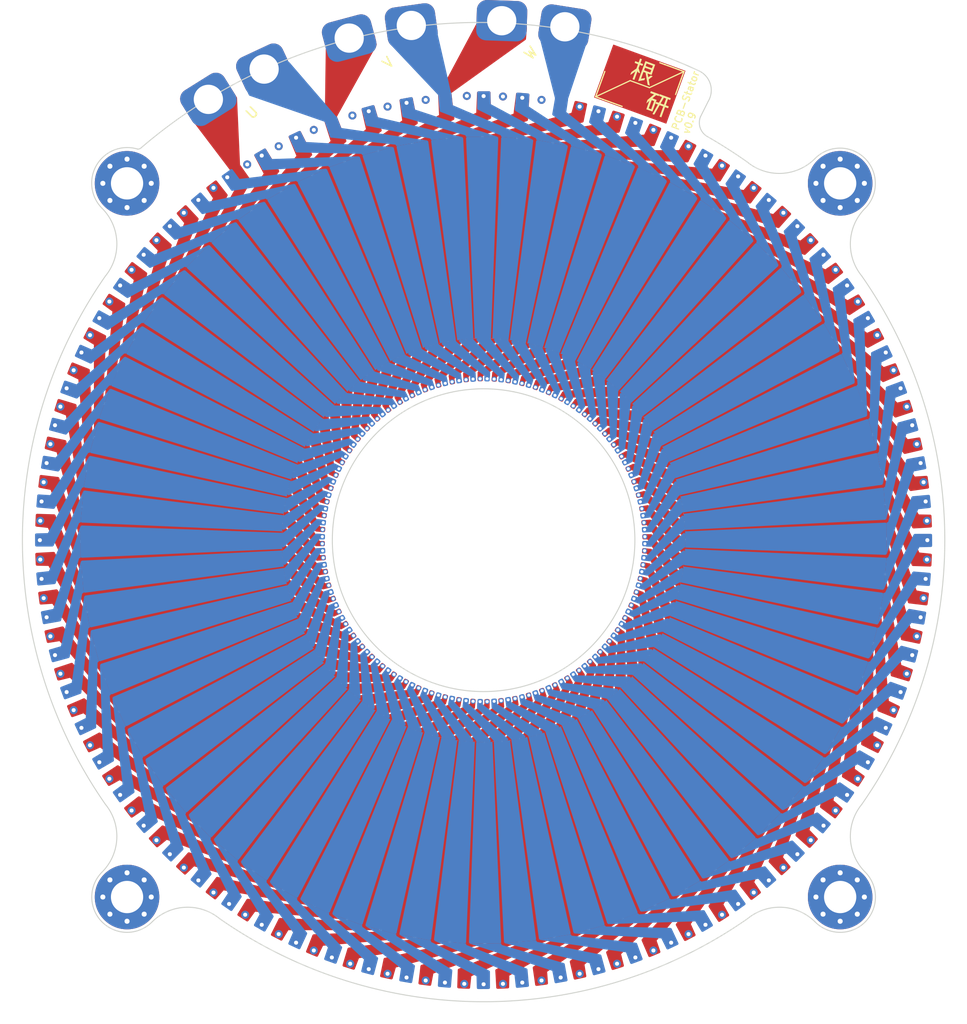
<source format=kicad_pcb>
(kicad_pcb (version 20211014) (generator pcbnew)
  (layers (0 "F.Cu" signal) (1 "In1.Cu" signal) (2 "In2.Cu" signal) (31 "B.Cu" signal) (34 "B.Paste" user) (35 "F.Paste" user) (36 "B.SilkS" user "B.Silkscreen") (37 "F.SilkS" user "F.Silkscreen") (38 "B.Mask" user) (39 "F.Mask" user) (44 "Edge.Cuts" user))
  (net 0 "")
  (net 1 "/U")
  (net 2 "/V")
  (net 3 "/W")
  (footprint "MountingHole:MountingHole_3.2mm_M3_Pad_Via" (layer "F.Cu") (at 135.355339 64.644661 45)
    (fp_text reference "REF**" hide)
    (fp_text value "MountingHole_3.2mm_M3_Pad_Via")
    (pad "1" thru_hole circle (at 1.697056 -1.697056 45) (size 0.8 0.8) (drill 0.5) (layers *.Cu *.Mask))
    (pad "1" thru_hole circle (at 0 0 45) (size 6.4 6.4) (drill 3.2) (layers *.Cu *.Mask))
    (pad "1" thru_hole circle (at -1.697056 -1.697056 45) (size 0.8 0.8) (drill 0.5) (layers *.Cu *.Mask))
    (pad "1" thru_hole circle (at 2.4 0 45) (size 0.8 0.8) (drill 0.5) (layers *.Cu *.Mask))
    (pad "1" thru_hole circle (at -2.4 0 45) (size 0.8 0.8) (drill 0.5) (layers *.Cu *.Mask))
    (pad "1" thru_hole circle (at 0 -2.4 45) (size 0.8 0.8) (drill 0.5) (layers *.Cu *.Mask))
    (pad "1" thru_hole circle (at -1.697056 1.697056 45) (size 0.8 0.8) (drill 0.5) (layers *.Cu *.Mask))
    (pad "1" thru_hole circle (at 0 2.4 45) (size 0.8 0.8) (drill 0.5) (layers *.Cu *.Mask))
    (pad "1" thru_hole circle (at 1.697056 1.697056 45) (size 0.8 0.8) (drill 0.5) (layers *.Cu *.Mask))
  )
  (footprint "Robocon_Connector:hole_pad_5x4" (layer "F.Cu") (at 78.113017 57.795616 115)
    (fp_text reference "U2" hide)
    (fp_text value "Conn_01x01")
    (pad "1" thru_hole roundrect (at 4 2.000001 115) (size 4 5) (drill 2.9) (layers *.Cu *.Mask) (net 1 "/U"))
  )
  (footprint "MountingHole:MountingHole_3.2mm_M3_Pad_Via" (layer "F.Cu") (at 64.644661 135.355339 -135)
    (fp_text reference "REF**2" hide)
    (fp_text value "MountingHole_3.2mm_M3_Pad_Via")
    (pad "1" thru_hole circle (at 0 2.4 225) (size 0.8 0.8) (drill 0.5) (layers *.Cu *.Mask))
    (pad "1" thru_hole circle (at 0 0 225) (size 6.4 6.4) (drill 3.2) (layers *.Cu *.Mask))
    (pad "1" thru_hole circle (at -1.697056 1.697056 225) (size 0.8 0.8) (drill 0.5) (layers *.Cu *.Mask))
    (pad "1" thru_hole circle (at 0 -2.4 225) (size 0.8 0.8) (drill 0.5) (layers *.Cu *.Mask))
    (pad "1" thru_hole circle (at -1.697056 -1.697056 225) (size 0.8 0.8) (drill 0.5) (layers *.Cu *.Mask))
    (pad "1" thru_hole circle (at 2.4 0 225) (size 0.8 0.8) (drill 0.5) (layers *.Cu *.Mask))
    (pad "1" thru_hole circle (at 1.697056 -1.697056 225) (size 0.8 0.8) (drill 0.5) (layers *.Cu *.Mask))
    (pad "1" thru_hole circle (at -2.4 0 225) (size 0.8 0.8) (drill 0.5) (layers *.Cu *.Mask))
    (pad "1" thru_hole circle (at 1.697056 1.697056 225) (size 0.8 0.8) (drill 0.5) (layers *.Cu *.Mask))
  )
  (footprint "Robocon_Connector:hole_pad_5x4" (layer "F.Cu") (at 105.45526 52.771936 81)
    (fp_text reference "W2" hide)
    (fp_text value "Conn_01x01")
    (pad "1" thru_hole roundrect (at 4 2.000001 81) (size 4 5) (drill 2.9) (layers *.Cu *.Mask) (net 3 "/W"))
  )
  (footprint "Robocon_Connector:hole_pad_5x4" (layer "F.Cu") (at 91.408742 53.240612 98)
    (fp_text reference "V2" hide)
    (fp_text value "Conn_01x01")
    (pad "1" thru_hole roundrect (at 3.999999 2 98) (size 4 5) (drill 2.9) (layers *.Cu *.Mask) (net 2 "/V"))
  )
  (footprint "MountingHole:MountingHole_3.2mm_M3_Pad_Via" (layer "F.Cu") (at 64.644661 64.644661 135)
    (fp_text reference "REF**1" hide)
    (fp_text value "MountingHole_3.2mm_M3_Pad_Via")
    (pad "1" thru_hole circle (at 0 0 135) (size 6.4 6.4) (drill 3.2) (layers *.Cu *.Mask))
    (pad "1" thru_hole circle (at -1.697056 1.697056 135) (size 0.8 0.8) (drill 0.5) (layers *.Cu *.Mask))
    (pad "1" thru_hole circle (at 1.697056 1.697056 135) (size 0.8 0.8) (drill 0.5) (layers *.Cu *.Mask))
    (pad "1" thru_hole circle (at -1.697056 -1.697056 135) (size 0.8 0.8) (drill 0.5) (layers *.Cu *.Mask))
    (pad "1" thru_hole circle (at 1.697056 -1.697056 135) (size 0.8 0.8) (drill 0.5) (layers *.Cu *.Mask))
    (pad "1" thru_hole circle (at -2.4 0 135) (size 0.8 0.8) (drill 0.5) (layers *.Cu *.Mask))
    (pad "1" thru_hole circle (at 2.4 0 135) (size 0.8 0.8) (drill 0.5) (layers *.Cu *.Mask))
    (pad "1" thru_hole circle (at 0 -2.4 135) (size 0.8 0.8) (drill 0.5) (layers *.Cu *.Mask))
    (pad "1" thru_hole circle (at 0 2.4 135) (size 0.8 0.8) (drill 0.5) (layers *.Cu *.Mask))
  )
  (footprint "Robocon_Connector:hole_pad_5x4" (layer "F.Cu") (at 91.408742 53.240612 98)
    (fp_text reference "W1" hide)
    (fp_text value "Conn_01x01")
    (pad "1" thru_hole roundrect (at 3.217599 10.942882 88) (size 4 5) (drill 2.9) (layers *.Cu *.Mask) (net 3 "/W"))
  )
  (footprint "MountingHole:MountingHole_3.2mm_M3_Pad_Via" (layer "F.Cu") (at 135.355339 135.355339 -45)
    (fp_text reference "REF**3" hide)
    (fp_text value "MountingHole_3.2mm_M3_Pad_Via")
    (pad "1" thru_hole circle (at 1.697056 -1.697056 315) (size 0.8 0.8) (drill 0.5) (layers *.Cu *.Mask))
    (pad "1" thru_hole circle (at -1.697056 1.697056 315) (size 0.8 0.8) (drill 0.5) (layers *.Cu *.Mask))
    (pad "1" thru_hole circle (at -1.697056 -1.697056 315) (size 0.8 0.8) (drill 0.5) (layers *.Cu *.Mask))
    (pad "1" thru_hole circle (at 2.4 0 315) (size 0.8 0.8) (drill 0.5) (layers *.Cu *.Mask))
    (pad "1" thru_hole circle (at -2.4 0 315) (size 0.8 0.8) (drill 0.5) (layers *.Cu *.Mask))
    (pad "1" thru_hole circle (at 0 2.4 315) (size 0.8 0.8) (drill 0.5) (layers *.Cu *.Mask))
    (pad "1" thru_hole circle (at 0 0 315) (size 6.4 6.4) (drill 3.2) (layers *.Cu *.Mask))
    (pad "1" thru_hole circle (at 1.697056 1.697056 315) (size 0.8 0.8) (drill 0.5) (layers *.Cu *.Mask))
    (pad "1" thru_hole circle (at 0 -2.4 315) (size 0.8 0.8) (drill 0.5) (layers *.Cu *.Mask))
  )
  (footprint "icon_make:sabanegi" (layer "F.Cu") (at 117.493813 51.897727 -20)
    (fp_text reference "REF**" hide)
    (fp_text value "sabanegi")
    (pad "1" smd rect (at -0.889 3.429 340) (size 7.62 5.58) (layers "F.Cu"))
  )
  (footprint "Robocon_Connector:hole_pad_5x4" (layer "F.Cu") (at 71.116815 62.23743 125)
    (fp_text reference "U1" hide)
    (fp_text value "Conn_01x01")
    (pad "1" thru_hole roundrect (at 3.929422 4.695303 122) (size 4 5) (drill 2.9) (layers *.Cu *.Mask) (net 1 "/U"))
  )
  (footprint "Robocon_Connector:hole_pad_5x4" (layer "F.Cu") (at 85.774243 54.636161 105)
    (fp_text reference "V1" hide)
    (fp_text value "Conn_01x01")
    (pad "1" thru_hole roundrect (at 3.999999 2 105) (size 4 5) (drill 2.9) (layers *.Cu *.Mask) (net 2 "/V"))
  )
  (gr_arc (start 137.49596 73.821257) (mid 136.371955 70.406) (end 137.830213 67.119535) (layer "Edge.Cuts") (width 0.1))
  (gr_arc (start 132.880465 62.169787) (mid 137.830213 62.169787) (end 137.830213 67.119535) (layer "Edge.Cuts") (width 0.1))
  (gr_arc (start 126.178742 137.495959) (mid 100 145.730444) (end 73.821258 137.495959) (layer "Edge.Cuts") (width 0.1))
  (gr_arc (start 126.178743 137.49596) (mid 129.594 136.371955) (end 132.880465 137.830213) (layer "Edge.Cuts") (width 0.1))
  (gr_line (start 122.273864 56.512933) (end 121.499993 58.058317) (layer "Edge.Cuts") (width 0.1))
  (gr_arc (start 121.372658 53.50867) (mid 122.484905 54.812324) (end 122.273864 56.512933) (layer "Edge.Cuts") (width 0.1))
  (gr_arc (start 66.058875 61.109127) (mid 65.896663 61.217513) (end 65.705321 61.255573) (layer "Edge.Cuts") (width 0.1))
  (gr_arc (start 66.058875 61.109127) (mid 92.599642 49.18609) (end 121.372658 53.50867) (layer "Edge.Cuts") (width 0.1))
  (gr_arc (start 67.119535 137.830213) (mid 62.169787 137.830213) (end 62.169787 132.880465) (layer "Edge.Cuts") (width 0.1))
  (gr_circle (center 100 100) (end 89.393398 89.393398) (layer "Edge.Cuts") (width 0.1) (fill none))
  (gr_arc (start 132.880465 62.169787) (mid 129.58105 63.655607) (end 126.141806 62.530707) (layer "Edge.Cuts") (width 0.1))
  (gr_arc (start 62.504041 126.178742) (mid 54.269556 100) (end 62.504041 73.821258) (layer "Edge.Cuts") (width 0.1))
  (gr_arc (start 67.119535 137.830213) (mid 70.406 136.371954) (end 73.821257 137.49596) (layer "Edge.Cuts") (width 0.1))
  (gr_arc (start 62.169787 67.119535) (mid 61.643258 62.804264) (end 65.705321 61.255573) (layer "Edge.Cuts") (width 0.1))
  (gr_arc (start 137.495959 73.821258) (mid 145.730443 100) (end 137.49596 126.178743) (layer "Edge.Cuts") (width 0.1))
  (gr_arc (start 122.132443 59.977755) (mid 124.167918 61.205871) (end 126.141806 62.530707) (layer "Edge.Cuts") (width 0.1))
  (gr_arc (start 122.132443 59.977755) (mid 121.471762 59.131533) (end 121.499993 58.058317) (layer "Edge.Cuts") (width 0.1))
  (gr_arc (start 62.169787 67.119535) (mid 63.628046 70.406) (end 62.50404 73.821257) (layer "Edge.Cuts") (width 0.1))
  (gr_arc (start 137.830213 132.880465) (mid 136.371954 129.594) (end 137.49596 126.178743) (layer "Edge.Cuts") (width 0.1))
  (gr_arc (start 62.50404 126.178743) (mid 63.628045 129.594) (end 62.169787 132.880465) (layer "Edge.Cuts") (width 0.1))
  (gr_arc (start 137.830213 132.880465) (mid 137.830213 137.830213) (end 132.880465 137.830213) (layer "Edge.Cuts") (width 0.1))
  (gr_text "U" (at 77.05 57.65 45) (layer "F.SilkS") (effects (font (size 1 1))))
  (gr_text "PCB-Stator\nv0.9" (at 119.480792 59.588847 70) (layer "F.SilkS") (effects (font (size 0.7 0.7) (thickness 0.12)) (justify left)))
  (gr_text "W" (at 104.7 51.75 45) (layer "F.SilkS") (effects (font (size 1 1))))
  (gr_text "V" (at 90.55 52.7 45) (layer "F.SilkS") (effects (font (size 1 1))))
  (via (at 118.595204 139.877542) (size 0.8) (drill 0.4) (layers "F.Cu" "B.Cu") (net 1))
  (via (at 62.890777 123.641183) (size 0.8) (drill 0.4) (layers "F.Cu" "B.Cu") (net 1))
  (via (at 81.404796 139.877542) (size 0.8) (drill 0.4) (layers "F.Cu" "B.Cu") (net 1))
  (via (at 79.683061 60.971523) (size 0.8) (drill 0.4) (layers "F.Cu" "B.Cu") (net 1))
  (via (at 139.877542 81.404796) (size 0.8) (drill 0.4) (layers "F.Cu" "B.Cu") (net 1))
  (via (at 111.557823 88.935791) (size 0.5) (drill 0.3) (layers "F.Cu" "B.Cu") (net 1))
  (via (at 86.768945 141.963546) (size 0.8) (drill 0.4) (layers "F.Cu" "B.Cu") (net 1))
  (via (at 90.476658 142.957024) (size 0.8) (drill 0.4) (layers "F.Cu" "B.Cu") (net 1))
  (via (at 122 138.105118) (size 0.8) (drill 0.4) (layers "F.Cu" "B.Cu") (net 1))
  (via (at 84.095099 101.74187) (size 0.5) (drill 0.3) (layers "F.Cu" "B.Cu") (net 1))
  (via (at 115.965743 98.95355) (size 0.5) (drill 0.3) (layers "F.Cu" "B.Cu") (net 1))
  (via (at 142.500737 111.388038) (size 0.8) (drill 0.4) (layers "F.Cu" "B.Cu") (net 1))
  (via (at 115.048886 58.653525) (size 0.8) (drill 0.4) (layers "F.Cu" "B.Cu") (net 1))
  (via (at 110.014775 87.521849) (size 0.5) (drill 0.3) (layers "F.Cu" "B.Cu") (net 1))
  (via (at 83.161929 140.650699) (size 0.8) (drill 0.4) (layers "F.Cu" "B.Cu") (net 1))
  (via (at 115.996192 100.349038) (size 0.5) (drill 0.3) (layers "F.Cu" "B.Cu") (net 1))
  (via (at 84.003808 99.650962) (size 0.5) (drill 0.3) (layers "F.Cu" "B.Cu") (net 1))
  (via (at 139.877542 118.595204) (size 0.8) (drill 0.4) (layers "F.Cu" "B.Cu") (net 1))
  (via (at 78 61.894882) (size 0.8) (drill 0.4) (layers "F.Cu" "B.Cu") (net 1))
  (via (at 89.450467 112.029437) (size 0.5) (drill 0.3) (layers "F.Cu" "B.Cu") (net 1))
  (via (at 111.388038 57.499263) (size 0.8) (drill 0.4) (layers "F.Cu" "B.Cu") (net 1))
  (via (at 112.478151 110.014775) (size 0.5) (drill 0.3) (layers "F.Cu" "B.Cu") (net 1))
  (via (at 100.349038 115.996192) (size 0.5) (drill 0.3) (layers "F.Cu" "B.Cu") (net 1))
  (via (at 110.549533 87.970563) (size 0.5) (drill 0.3) (layers "F.Cu" "B.Cu") (net 1))
  (via (at 101.04645 115.965743) (size 0.5) (drill 0.3) (layers "F.Cu" "B.Cu") (net 1))
  (via (at 84.307437 103.121445) (size 0.5) (drill 0.3) (layers "F.Cu" "B.Cu") (net 1))
  (via (at 88.442177 88.935791) (size 0.5) (drill 0.3) (layers "F.Cu" "B.Cu") (net 1))
  (via (at 115.996192 99.650962) (size 0.5) (drill 0.3) (layers "F.Cu" "B.Cu") (net 1))
  (via (at 60.122458 81.404796) (size 0.8) (drill 0.4) (layers "F.Cu" "B.Cu") (net 1))
  (via (at 98.95355 84.034257) (size 0.5) (drill 0.3) (layers "F.Cu" "B.Cu") (net 1))
  (via (at 58.653525 115.048886) (size 0.8) (drill 0.4) (layers "F.Cu" "B.Cu") (net 1))
  (via (at 116.838071 59.349301) (size 0.8) (drill 0.4) (layers "F.Cu" "B.Cu") (net 1))
  (via (at 90.539046 112.903113) (size 0.5) (drill 0.3) (layers "F.Cu" "B.Cu") (net 1))
  (via (at 97.566026 84.186217) (size 0.5) (drill 0.3) (layers "F.Cu" "B.Cu") (net 1))
  (via (at 116.838071 140.650699) (size 0.8) (drill 0.4) (layers "F.Cu" "B.Cu") (net 1))
  (via (at 86.696487 91.110877) (size 0.5) (drill 0.3) (layers "F.Cu" "B.Cu") (net 1))
  (via (at 112.903113 109.460954) (size 0.5) (drill 0.3) (layers "F.Cu" "B.Cu") (net 1))
  (via (at 120.316939 139.028477) (size 0.8) (drill 0.4) (layers "F.Cu" "B.Cu") (net 1))
  (via (at 88.935791 111.557823) (size 0.5) (drill 0.3) (layers "F.Cu" "B.Cu") (net 1))
  (via (at 111.557823 111.064209) (size 0.5) (drill 0.3) (layers "F.Cu" "B.Cu") (net 1))
  (via (at 99.650962 115.996192) (size 0.5) (drill 0.3) (layers "F.Cu" "B.Cu") (net 1))
  (via (at 88.611962 142.500737) (size 0.8) (drill 0.4) (layers "F.Cu" "B.Cu") (net 1))
  (via (at 84.186217 102.433974) (size 0.5) (drill 0.3) (layers "F.Cu" "B.Cu") (net 1))
  (via (at 96.878555 84.307437) (size 0.5) (drill 0.3) (layers "F.Cu" "B.Cu") (net 1))
  (via (at 87.970563 89.450467) (size 0.5) (drill 0.3) (layers "F.Cu" "B.Cu") (net 1))
  (via (at 99.650962 84.003808) (size 0.5) (drill 0.3) (layers "F.Cu" "B.Cu") (net 1))
  (via (at 57.499263 88.611962) (size 0.8) (drill 0.4) (layers "F.Cu" "B.Cu") (net 1))
  (via (at 58.653525 84.951114) (size 0.8) (drill 0.4) (layers "F.Cu" "B.Cu") (net 1))
  (via (at 141.963546 113.231055) (size 0.8) (drill 0.4) (layers "F.Cu" "B.Cu") (net 1))
  (via (at 142.957024 109.523342) (size 0.8) (drill 0.4) (layers "F.Cu" "B.Cu") (net 1))
  (via (at 137.109223 76.358817) (size 0.8) (drill 0.4) (layers "F.Cu" "B.Cu") (net 1))
  (via (at 89.985225 112.478151) (size 0.5) (drill 0.3) (layers "F.Cu" "B.Cu") (net 1))
  (via (at 111.064209 88.442177) (size 0.5) (drill 0.3) (layers "F.Cu" "B.Cu") (net 1))
  (via (at 141.346475 84.951114) (size 0.8) (drill 0.4) (layers "F.Cu" "B.Cu") (net 1))
  (via (at 109.460954 87.096887) (size 0.5) (drill 0.3) (layers "F.Cu" "B.Cu") (net 1))
  (via (at 60.122458 118.595204) (size 0.8) (drill 0.4) (layers "F.Cu" "B.Cu") (net 1))
  (via (at 109.523342 57.042976) (size 0.8) (drill 0.4) (layers "F.Cu" "B.Cu") (net 1))
  (via (at 88.935791 88.442177) (size 0.5) (drill 0.3) (layers "F.Cu" "B.Cu") (net 1))
  (via (at 59.349301 116.838071) (size 0.8) (drill 0.4) (layers "F.Cu" "B.Cu") (net 1))
  (via (at 113.231055 58.036454) (size 0.8) (drill 0.4) (layers "F.Cu" "B.Cu") (net 1))
  (via (at 61.894882 122) (size 0.8) (drill 0.4) (layers "F.Cu" "B.Cu") (net 1))
  (via (at 140.650699 83.161929) (size 0.8) (drill 0.4) (layers "F.Cu" "B.Cu") (net 1))
  (via (at 115.692563 96.878555) (size 0.5) (drill 0.3) (layers "F.Cu" "B.Cu") (net 1))
  (via (at 112.029437 110.549533) (size 0.5) (drill 0.3) (layers "F.Cu" "B.Cu") (net 1))
  (via (at 83.161929 59.349301) (size 0.8) (drill 0.4) (layers "F.Cu" "B.Cu") (net 1))
  (via (at 76.55941 62.770828) (size 0.8) (drill 0.4) (layers "F.Cu" "B.Cu") (net 1))
  (via (at 87.096887 90.539046) (size 0.5) (drill 0.3) (layers "F.Cu" "B.Cu") (net 1))
  (via (at 115.813783 97.566026) (size 0.5) (drill 0.3) (layers "F.Cu" "B.Cu") (net 1))
  (via (at 100.349038 84.003808) (size 0.5) (drill 0.3) (layers "F.Cu" "B.Cu") (net 1))
  (via (at 111.064209 111.557823) (size 0.5) (drill 0.3) (layers "F.Cu" "B.Cu") (net 1))
  (via (at 103.121445 115.692563) (size 0.5) (drill 0.3) (layers "F.Cu" "B.Cu") (net 1))
  (via (at 88.442177 111.064209) (size 0.5) (drill 0.3) (layers "F.Cu" "B.Cu") (net 1))
  (via (at 138.105118 78) (size 0.8) (drill 0.4) (layers "F.Cu" "B.Cu") (net 1))
  (via (at 87.521849 89.985225) (size 0.5) (drill 0.3) (layers "F.Cu" "B.Cu") (net 1))
  (via (at 102.433974 115.813783) (size 0.5) (drill 0.3) (layers "F.Cu" "B.Cu") (net 1))
  (via (at 60.971523 120.316939) (size 0.8) (drill 0.4) (layers "F.Cu" "B.Cu") (net 1))
  (via (at 115.904901 98.25813) (size 0.5) (drill 0.3) (layers "F.Cu" "B.Cu") (net 1))
  (via (at 139.028477 79.683061) (size 0.8) (drill 0.4) (layers "F.Cu" "B.Cu") (net 1))
  (via (at 84.003808 100.349038) (size 0.5) (drill 0.3) (layers "F.Cu" "B.Cu") (net 1))
  (via (at 58.036454 86.768945) (size 0.8) (drill 0.4) (layers "F.Cu" "B.Cu") (net 1))
  (via (at 101.74187 115.904901) (size 0.5) (drill 0.3) (layers "F.Cu" "B.Cu") (net 1))
  (via (at 115.048886 141.346475) (size 0.8) (drill 0.4) (layers "F.Cu" "B.Cu") (net 1))
  (via (at 91.110877 113.303513) (size 0.5) (drill 0.3) (layers "F.Cu" "B.Cu") (net 1))
  (via (at 84.951114 141.346475) (size 0.8) (drill 0.4) (layers "F.Cu" "B.Cu") (net 1))
  (via (at 118.595204 60.122458) (size 0.8) (drill 0.4) (layers "F.Cu" "B.Cu") (net 1))
  (via (at 108.889123 86.696487) (size 0.5) (drill 0.3) (layers "F.Cu" "B.Cu") (net 1))
  (via (at 113.303513 108.889123) (size 0.5) (drill 0.3) (layers "F.Cu" "B.Cu") (net 1))
  (via (at 84.034257 101.04645) (size 0.5) (drill 0.3) (layers "F.Cu" "B.Cu") (net 1))
  (via (at 123.641183 137.109223) (size 0.8) (drill 0.4) (layers "F.Cu" "B.Cu") (net 1))
  (via (at 57.042976 90.476658) (size 0.8) (drill 0.4) (layers "F.Cu" "B.Cu") (net 1))
  (via (at 140.650699 116.838071) (size 0.8) (drill 0.4) (layers "F.Cu" "B.Cu") (net 1))
  (via (at 59.349301 83.161929) (size 0.8) (drill 0.4) (layers "F.Cu" "B.Cu") (net 1))
  (via (at 81.404796 60.122458) (size 0.8) (drill 0.4) (layers "F.Cu" "B.Cu") (net 1))
  (via (at 98.25813 84.095099) (size 0.5) (drill 0.3) (layers "F.Cu" "B.Cu") (net 1))
  (via (at 141.346475 115.048886) (size 0.8) (drill 0.4) (layers "F.Cu" "B.Cu") (net 1))
  (via (at 91.699628 86.32141) (size 0.5) (drill 0.3) (layers "F.Cu" "B.Cu") (net 2))
  (via (at 120.316939 60.971524) (size 0.8) (drill 0.4) (layers "F.Cu" "B.Cu") (net 2))
  (via (at 126.785503 65.092453) (size 0.8) (drill 0.4) (layers "F.Cu" "B.Cu") (net 2))
  (via (at 89.985225 87.521849) (size 0.5) (drill 0.3) (layers "F.Cu" "B.Cu") (net 2))
  (via (at 101.74187 84.095099) (size 0.5) (drill 0.3) (layers "F.Cu" "B.Cu") (net 2))
  (via (at 84.034258 98.953551) (size 0.5) (drill 0.3) (layers "F.Cu" "B.Cu") (net 2))
  (via (at 60.971524 79.683061) (size 0.8) (drill 0.4) (layers "F.Cu" "B.Cu") (net 2))
  (via (at 108.889124 113.303514) (size 0.5) (drill 0.3) (layers "F.Cu" "B.Cu") (net 2))
  (via (at 114.027627 92.30418) (size 0.5) (drill 0.3) (layers "F.Cu" "B.Cu") (net 2))
  (via (at 109.460954 112.903113) (size 0.5) (drill 0.3) (layers "F.Cu" "B.Cu") (net 2))
  (via (at 110.014775 112.478151) (size 0.5) (drill 0.3) (layers "F.Cu" "B.Cu") (net 2))
  (via (at 73.214497 134.907547) (size 0.8) (drill 0.4) (layers "F.Cu" "B.Cu") (net 2))
  (via (at 112.903113 90.539046) (size 0.5) (drill 0.3) (layers "F.Cu" "B.Cu") (net 2))
  (via (at 57.499264 111.388037) (size 0.8) (drill 0.4) (layers "F.Cu" "B.Cu") (net 2))
  (via (at 90.539046 87.096887) (size 0.5) (drill 0.3) (layers "F.Cu" "B.Cu") (net 2))
  (via (at 66.294045 71.717346) (size 0.8) (drill 0.4) (layers "F.Cu" "B.Cu") (net 2))
  (via (at 98.25813 115.904901) (size 0.5) (drill 0.3) (layers "F.Cu" "B.Cu") (net 2))
  (via (at 61.894883 78) (size 0.8) (drill 0.4) (layers "F.Cu" "B.Cu") (net 2))
  (via (at 84.458527 96.197026) (size 0.5) (drill 0.3) (layers "F.Cu" "B.Cu") (net 2))
  (via (at 87.521849 110.014775) (size 0.5) (drill 0.3) (layers "F.Cu" "B.Cu") (net 2))
  (via (at 84.095099 98.25813) (size 0.5) (drill 0.3) (layers "F.Cu" "B.Cu") (net 2))
  (via (at 139.028476 120.316939) (size 0.8) (drill 0.4) (layers "F.Cu" "B.Cu") (net 2))
  (via (at 58.036455 113.231055) (size 0.8) (drill 0.4) (layers "F.Cu" "B.Cu") (net 2))
  (via (at 101.046449 84.034258) (size 0.5) (drill 0.3) (layers "F.Cu" "B.Cu") (net 2))
  (via (at 142.500736 88.611963) (size 0.8) (drill 0.4) (layers "F.Cu" "B.Cu") (net 2))
  (via (at 123.641183 62.890776) (size 0.8) (drill 0.4) (layers "F.Cu" "B.Cu") (net 2))
  (via (at 56.167434 103.834853) (size 0.8) (drill 0.4) (layers "F.Cu" "B.Cu") (net 2))
  (via (at 56.668459 107.64052) (size 0.8) (drill 0.4) (layers "F.Cu" "B.Cu") (net 2))
  (via (at 142.957025 90.476657) (size 0.8) (drill 0.4) (layers "F.Cu" "B.Cu") (net 2))
  (via (at 79.683061 139.028476) (size 0.8) (drill 0.4) (layers "F.Cu" "B.Cu") (net 2))
  (via (at 95.522736 115.360797) (size 0.5) (drill 0.3) (layers "F.Cu" "B.Cu") (net 2))
  (via (at 115.813783 102.433974) (size 0.5) (drill 0.3) (layers "F.Cu" "B.Cu") (net 2))
  (via (at 115.904901 101.74187) (size 0.5) (drill 0.3) (layers "F.Cu" "B.Cu") (net 2))
  (via (at 122 61.894883) (size 0.8) (drill 0.4) (layers "F.Cu" "B.Cu") (net 2))
  (via (at 56.376426 105.743152) (size 0.8) (drill 0.4) (layers "F.Cu" "B.Cu") (net 2))
  (via (at 113.67859 91.699628) (size 0.5) (drill 0.3) (layers "F.Cu" "B.Cu") (net 2))
  (via (at 87.096887 109.460954) (size 0.5) (drill 0.3) (layers "F.Cu" "B.Cu") (net 2))
  (via (at 92.30418 85.972373) (size 0.5) (drill 0.3) (layers "F.Cu" "B.Cu") (net 2))
  (via (at 133.705955 128.282654) (size 0.8) (drill 0.4) (layers "F.Cu" "B.Cu") (net 2))
  (via (at 62.890776 76.358817) (size 0.8) (drill 0.4) (layers "F.Cu" "B.Cu") (net 2))
  (via (at 65.092453 73.214497) (size 0.8) (drill 0.4) (layers "F.Cu" "B.Cu") (net 2))
  (via (at 143.331541 92.35948) (size 0.8) (drill 0.4) (layers "F.Cu" "B.Cu") (net 2))
  (via (at 96.878555 115.692565) (size 0.5) (drill 0.3) (layers "F.Cu" "B.Cu") (net 2))
  (via (at 108.300372 113.67859) (size 0.5) (drill 0.3) (layers "F.Cu" "B.Cu") (net 2))
  (via (at 143.832566 96.165147) (size 0.8) (drill 0.4) (layers "F.Cu" "B.Cu") (net 2))
  (via (at 104.477264 84.639203) (size 0.5) (drill 0.3) (layers "F.Cu" "B.Cu") (net 2))
  (via (at 115.965742 101.046449) (size 0.5) (drill 0.3) (layers "F.Cu" "B.Cu") (net 2))
  (via (at 84.307435 96.878555) (size 0.5) (drill 0.3) (layers "F.Cu" "B.Cu") (net 2))
  (via (at 112.478151 89.985225) (size 0.5) (drill 0.3) (layers "F.Cu" "B.Cu") (net 2))
  (via (at 109.523343 142.957025) (size 0.8) (drill 0.4) (layers "F.Cu" "B.Cu") (net 2))
  (via (at 71.717346 133.705955) (size 0.8) (drill 0.4) (layers "F.Cu" "B.Cu") (net 2))
  (via (at 138.105117 122) (size 0.8) (drill 0.4) (layers "F.Cu" "B.Cu") (net 2))
  (via (at 84.639203 95.522736) (size 0.5) (drill 0.3) (layers "F.Cu" "B.Cu") (net 2))
  (via (at 107.69582 114.027627) (size 0.5) (drill 0.3) (layers "F.Cu" "B.Cu") (net 2))
  (via (at 87.970564 110.549533) (size 0.5) (drill 0.3) (layers "F.Cu" "B.Cu") (net 2))
  (via (at 128.282654 66.294045) (size 0.8) (drill 0.4) (layers "F.Cu" "B.Cu") (net 2))
  (via (at 115.541473 103.802974) (size 0.5) (drill 0.3) (layers "F.Cu" "B.Cu") (net 2))
  (via (at 105.743152 143.623574) (size 0.8) (drill 0.4) (layers "F.Cu" "B.Cu") (net 2))
  (via (at 84.186217 97.566026) (size 0.5) (drill 0.3) (layers "F.Cu" "B.Cu") (net 2))
  (via (at 107.64052 143.331541) (size 0.8) (drill 0.4) (layers "F.Cu" "B.Cu") (net 2))
  (via (at 97.566026 115.813783) (size 0.5) (drill 0.3) (layers "F.Cu" "B.Cu") (net 2))
  (via (at 103.802974 84.458527) (size 0.5) (drill 0.3) (layers "F.Cu" "B.Cu") (net 2))
  (via (at 78 138.105117) (size 0.8) (drill 0.4) (layers "F.Cu" "B.Cu") (net 2))
  (via (at 86.696486 108.889124) (size 0.5) (drill 0.3) (layers "F.Cu" "B.Cu") (net 2))
  (via (at 90.476657 57.042975) (size 0.8) (drill 0.4) (layers "F.Cu" "B.Cu") (net 2))
  (via (at 134.907547 126.785503) (size 0.8) (drill 0.4) (layers "F.Cu" "B.Cu") (net 2))
  (via (at 94.256848 56.376426) (size 0.8) (drill 0.4) (layers "F.Cu" "B.Cu") (net 2))
  (via (at 111.388037 142.500736) (size 0.8) (drill 0.4) (layers "F.Cu" "B.Cu") (net 2))
  (via (at 96.197026 115.541473) (size 0.5) (drill 0.3) (layers "F.Cu" "B.Cu") (net 2))
  (via (at 137.109224 123.641183) (size 0.8) (drill 0.4) (layers "F.Cu" "B.Cu") (net 2))
  (via (at 86.32141 108.300372) (size 0.5) (drill 0.3) (layers "F.Cu" "B.Cu") (net 2))
  (via (at 89.450467 87.970564) (size 0.5) (drill 0.3) (layers "F.Cu" "B.Cu") (net 2))
  (via (at 113.231055 141.963545) (size 0.8) (drill 0.4) (layers "F.Cu" "B.Cu") (net 2))
  (via (at 115.692565 103.121445) (size 0.5) (drill 0.3) (layers "F.Cu" "B.Cu") (net 2))
  (via (at 86.989235 57.927147) (size 0.8) (drill 0.4) (layers "F.Cu" "B.Cu") (net 2))
  (via (at 88.611963 57.499264) (size 0.8) (drill 0.4) (layers "F.Cu" "B.Cu") (net 2))
  (via (at 57.042975 109.523343) (size 0.8) (drill 0.4) (layers "F.Cu" "B.Cu") (net 2))
  (via (at 141.963545 86.768945) (size 0.8) (drill 0.4) (layers "F.Cu" "B.Cu") (net 2))
  (via (at 103.121445 84.307435) (size 0.5) (drill 0.3) (layers "F.Cu" "B.Cu") (net 2))
  (via (at 136.04269 125.237363) (size 0.8) (drill 0.4) (layers "F.Cu" "B.Cu") (net 2))
  (via (at 92.35948 56.668459) (size 0.8) (drill 0.4) (layers "F.Cu" "B.Cu") (net 2))
  (via (at 113.303514 91.110876) (size 0.5) (drill 0.3) (layers "F.Cu" "B.Cu") (net 2))
  (via (at 98.953551 115.965742) (size 0.5) (drill 0.3) (layers "F.Cu" "B.Cu") (net 2))
  (via (at 110.549533 112.029436) (size 0.5) (drill 0.3) (layers "F.Cu" "B.Cu") (net 2))
  (via (at 143.623574 94.256848) (size 0.8) (drill 0.4) (layers "F.Cu" "B.Cu") (net 2))
  (via (at 125.237363 63.95731) (size 0.8) (drill 0.4) (layers "F.Cu" "B.Cu") (net 2))
  (via (at 102.433974 84.186217) (size 0.5) (drill 0.3) (layers "F.Cu" "B.Cu") (net 2))
  (via (at 74.762637 136.04269) (size 0.8) (drill 0.4) (layers "F.Cu" "B.Cu") (net 2))
  (via (at 63.95731 74.762637) (size 0.8) (drill 0.4) (layers "F.Cu" "B.Cu") (net 2))
  (via (at 112.029436 89.450467) (size 0.5) (drill 0.3) (layers "F.Cu" "B.Cu") (net 2))
  (via (at 103.834853 143.832566) (size 0.8) (drill 0.4) (layers "F.Cu" "B.Cu") (net 2))
  (via (at 76.358817 137.109224) (size 0.8) (drill 0.4) (layers "F.Cu" "B.Cu") (net 2))
  (via (at 115.360797 104.477264) (size 0.5) (drill 0.3) (layers "F.Cu" "B.Cu") (net 2))
  (via (at 85.972373 107.69582) (size 0.5) (drill 0.3) (layers "F.Cu" "B.Cu") (net 2))
  (via (at 91.110876 86.696486) (size 0.5) (drill 0.3) (layers "F.Cu" "B.Cu") (net 2))
  (via (at 96.197026 84.458527) (size 0.5) (drill 0.3) (layers "F.Cu" "B.Cu") (net 3))
  (via (at 56.041878 98.080747) (size 0.8) (drill 0.4) (layers "F.Cu" "B.Cu") (net 3))
  (via (at 131.112698 68.887302) (size 0.8) (drill 0.4) (layers "F.Cu" "B.Cu") (net 3))
  (via (at 108.300372 86.32141) (size 0.5) (drill 0.3) (layers "F.Cu" "B.Cu") (net 3))
  (via (at 106.443947 114.644984) (size 0.5) (drill 0.3) (layers "F.Cu" "B.Cu") (net 3))
  (via (at 98.338299 55.982603) (size 0.8) (drill 0.4) (layers "F.Cu" "B.Cu") (net 3))
  (via (at 129.725969 67.559797) (size 0.8) (drill 0.4) (layers "F.Cu" "B.Cu") (net 3))
  (via (at 94.200991 114.912126) (size 0.5) (drill 0.3) (layers "F.Cu" "B.Cu") (net 3))
  (via (at 96.165148 143.832566) (size 0.8) (drill 0.4) (layers "F.Cu" "B.Cu") (net 3))
  (via (at 131.112698 131.112698) (size 0.8) (drill 0.4) (layers "F.Cu" "B.Cu") (net 3))
  (via (at 103.802974 115.541473) (size 0.5) (drill 0.3) (layers "F.Cu" "B.Cu") (net 3))
  (via (at 94.256848 143.623574) (size 0.8) (drill 0.4) (layers "F.Cu" "B.Cu") (net 3))
  (via (at 143.999999 100) (size 0.8) (drill 0.4) (layers "F.Cu" "B.Cu") (net 3))
  (via (at 67.559797 70.274031) (size 0.8) (drill 0.4) (layers "F.Cu" "B.Cu") (net 3))
  (via (at 92.30418 114.027627) (size 0.5) (drill 0.3) (layers "F.Cu" "B.Cu") (net 3))
  (via (at 92.923381 85.650037) (size 0.5) (drill 0.3) (layers "F.Cu" "B.Cu") (net 3))
  (via (at 98.080747 143.958122) (size 0.8) (drill 0.4) (layers "F.Cu" "B.Cu") (net 3))
  (via (at 114.912125 94.200992) (size 0.5) (drill 0.3) (layers "F.Cu" "B.Cu") (net 3))
  (via (at 92.359481 143.33154) (size 0.8) (drill 0.4) (layers "F.Cu" "B.Cu") (net 3))
  (via (at 95.522736 84.639203) (size 0.5) (drill 0.3) (layers "F.Cu" "B.Cu") (net 3))
  (via (at 84.849119 94.856969) (size 0.5) (drill 0.3) (layers "F.Cu" "B.Cu") (net 3))
  (via (at 68.887302 68.887302) (size 0.8) (drill 0.4) (layers "F.Cu" "B.Cu") (net 3))
  (via (at 132.440203 129.725969) (size 0.8) (drill 0.4) (layers "F.Cu" "B.Cu") (net 3))
  (via (at 100 56.000001) (size 0.8) (drill 0.4) (layers "F.Cu" "B.Cu") (net 3))
  (via (at 143.958122 98.080747) (size 0.8) (drill 0.4) (layers "F.Cu" "B.Cu") (net 3))
  (via (at 105.143031 84.849119) (size 0.5) (drill 0.3) (layers "F.Cu" "B.Cu") (net 3))
  (via (at 91.699628 113.67859) (size 0.5) (drill 0.3) (layers "F.Cu" "B.Cu") (net 3))
  (via (at 63.957311 125.237363) (size 0.8) (drill 0.4) (layers "F.Cu" "B.Cu") (net 3))
  (via (at 133.705955 71.717345) (size 0.8) (drill 0.4) (layers "F.Cu" "B.Cu") (net 3))
  (via (at 128.282655 133.705955) (size 0.8) (drill 0.4) (layers "F.Cu" "B.Cu") (net 3))
  (via (at 70.274031 67.559797) (size 0.8) (drill 0.4) (layers "F.Cu" "B.Cu") (net 3))
  (via (at 93.556053 85.355016) (size 0.5) (drill 0.3) (layers "F.Cu" "B.Cu") (net 3))
  (via (at 66.294045 128.282655) (size 0.8) (drill 0.4) (layers "F.Cu" "B.Cu") (net 3))
  (via (at 114.027627 107.69582) (size 0.5) (drill 0.3) (layers "F.Cu" "B.Cu") (net 3))
  (via (at 114.912126 105.799009) (size 0.5) (drill 0.3) (layers "F.Cu" "B.Cu") (net 3))
  (via (at 68.887302 131.112698) (size 0.8) (drill 0.4) (layers "F.Cu" "B.Cu") (net 3))
  (via (at 115.360797 95.522736) (size 0.5) (drill 0.3) (layers "F.Cu" "B.Cu") (net 3))
  (via (at 93.556053 114.644983) (size 0.5) (drill 0.3) (layers "F.Cu" "B.Cu") (net 3))
  (via (at 92.923381 114.349964) (size 0.5) (drill 0.3) (layers "F.Cu" "B.Cu") (net 3))
  (via (at 71.717345 66.294045) (size 0.8) (drill 0.4) (layers "F.Cu" "B.Cu") (net 3))
  (via (at 107.076619 114.349963) (size 0.5) (drill 0.3) (layers "F.Cu" "B.Cu") (net 3))
  (via (at 73.214497 65.092453) (size 0.8) (drill 0.4) (layers "F.Cu" "B.Cu") (net 3))
  (via (at 136.042689 74.762637) (size 0.8) (drill 0.4) (layers "F.Cu" "B.Cu") (net 3))
  (via (at 101.919253 143.958122) (size 0.8) (drill 0.4) (layers "F.Cu" "B.Cu") (net 3))
  (via (at 107.076619 85.650036) (size 0.5) (drill 0.3) (layers "F.Cu" "B.Cu") (net 3))
  (via (at 94.856969 115.150881) (size 0.5) (drill 0.3) (layers "F.Cu" "B.Cu") (net 3))
  (via (at 85.355016 106.443947) (size 0.5) (drill 0.3) (layers "F.Cu" "B.Cu") (net 3))
  (via (at 114.644984 93.556053) (size 0.5) (drill 0.3) (layers "F.Cu" "B.Cu") (net 3))
  (via (at 114.349963 92.923381) (size 0.5) (drill 0.3) (layers "F.Cu" "B.Cu") (net 3))
  (via (at 115.150882 94.856968) (size 0.5) (drill 0.3) (layers "F.Cu" "B.Cu") (net 3))
  (via (at 65.092453 126.785503) (size 0.8) (drill 0.4) (layers "F.Cu" "B.Cu") (net 3))
  (via (at 115.150881 105.143031) (size 0.5) (drill 0.3) (layers "F.Cu" "B.Cu") (net 3))
  (via (at 94.200992 85.087875) (size 0.5) (drill 0.3) (layers "F.Cu" "B.Cu") (net 3))
  (via (at 105.799008 114.912125) (size 0.5) (drill 0.3) (layers "F.Cu" "B.Cu") (net 3))
  (via (at 101.919253 56.041878) (size 0.8) (drill 0.4) (layers "F.Cu" "B.Cu") (net 3))
  (via (at 143.33154 107.640519) (size 0.8) (drill 0.4) (layers "F.Cu" "B.Cu") (net 3))
  (via (at 84.639203 104.477264) (size 0.5) (drill 0.3) (layers "F.Cu" "B.Cu") (net 3))
  (via (at 104.477264 115.360797) (size 0.5) (drill 0.3) (layers "F.Cu" "B.Cu") (net 3))
  (via (at 105.743152 56.376426) (size 0.8) (drill 0.4) (layers "F.Cu" "B.Cu") (net 3))
  (via (at 84.458527 103.802974) (size 0.5) (drill 0.3) (layers "F.Cu" "B.Cu") (net 3))
  (via (at 85.650037 107.076619) (size 0.5) (drill 0.3) (layers "F.Cu" "B.Cu") (net 3))
  (via (at 94.856968 84.849118) (size 0.5) (drill 0.3) (layers "F.Cu" "B.Cu") (net 3))
  (via (at 56.041878 101.919253) (size 0.8) (drill 0.4) (layers "F.Cu" "B.Cu") (net 3))
  (via (at 114.644983 106.443947) (size 0.5) (drill 0.3) (layers "F.Cu" "B.Cu") (net 3))
  (via (at 114.349964 107.076619) (size 0.5) (drill 0.3) (layers "F.Cu" "B.Cu") (net 3))
  (via (at 84.849118 105.143032) (size 0.5) (drill 0.3) (layers "F.Cu" "B.Cu") (net 3))
  (via (at 70.274031 132.440203) (size 0.8) (drill 0.4) (layers "F.Cu" "B.Cu") (net 3))
  (via (at 67.559797 129.725969) (size 0.8) (drill 0.4) (layers "F.Cu" "B.Cu") (net 3))
  (via (at 125.237363 136.042689) (size 0.8) (drill 0.4) (layers "F.Cu" "B.Cu") (net 3))
  (via (at 85.650036 92.923381) (size 0.5) (drill 0.3) (layers "F.Cu" "B.Cu") (net 3))
  (via (at 132.440203 70.274031) (size 0.8) (drill 0.4) (layers "F.Cu" "B.Cu") (net 3))
  (via (at 56.376426 94.256848) (size 0.8) (drill 0.4) (layers "F.Cu" "B.Cu") (net 3))
  (via (at 105.143032 115.150882) (size 0.5) (drill 0.3) (layers "F.Cu" "B.Cu") (net 3))
  (via (at 85.355017 93.556053) (size 0.5) (drill 0.3) (layers "F.Cu" "B.Cu") (net 3))
  (via (at 129.725969 132.440203) (size 0.8) (drill 0.4) (layers "F.Cu" "B.Cu") (net 3))
  (via (at 86.32141 91.699628) (size 0.5) (drill 0.3) (layers "F.Cu" "B.Cu") (net 3))
  (via (at 103.834852 56.167434) (size 0.8) (drill 0.4) (layers "F.Cu" "B.Cu") (net 3))
  (via (at 143.623574 105.743152) (size 0.8) (drill 0.4) (layers "F.Cu" "B.Cu") (net 3))
  (via (at 56.167434 96.165148) (size 0.8) (drill 0.4) (layers "F.Cu" "B.Cu") (net 3))
  (via (at 56.66846 92.359481) (size 0.8) (drill 0.4) (layers "F.Cu" "B.Cu") (net 3))
  (via (at 143.832566 103.834852) (size 0.8) (drill 0.4) (layers "F.Cu" "B.Cu") (net 3))
  (via (at 106.443947 85.355017) (size 0.5) (drill 0.3) (layers "F.Cu" "B.Cu") (net 3))
  (via (at 113.67859 108.300372) (size 0.5) (drill 0.3) (layers "F.Cu" "B.Cu") (net 3))
  (via (at 56.000001 100) (size 0.8) (drill 0.4) (layers "F.Cu" "B.Cu") (net 3))
  (via (at 85.087874 94.200991) (size 0.5) (drill 0.3) (layers "F.Cu" "B.Cu") (net 3))
  (via (at 107.69582 85.972373) (size 0.5) (drill 0.3) (layers "F.Cu" "B.Cu") (net 3))
  (via (at 134.907547 73.214497) (size 0.8) (drill 0.4) (layers "F.Cu" "B.Cu") (net 3))
  (via (at 74.579511 64.04362) (size 0.8) (drill 0.4) (layers "F.Cu" "B.Cu") (net 3))
  (via (at 143.958122 101.919253) (size 0.8) (drill 0.4) (layers "F.Cu" "B.Cu") (net 3))
  (via (at 105.799009 85.087874) (size 0.5) (drill 0.3) (layers "F.Cu" "B.Cu") (net 3))
  (via (at 100 143.999999) (size 0.8) (drill 0.4) (layers "F.Cu" "B.Cu") (net 3))
  (via (at 115.541473 96.197026) (size 0.5) (drill 0.3) (layers "F.Cu" "B.Cu") (net 3))
  (via (at 126.785503 134.907547) (size 0.8) (drill 0.4) (layers "F.Cu" "B.Cu") (net 3))
  (via (at 85.087875 105.799008) (size 0.5) (drill 0.3) (layers "F.Cu" "B.Cu") (net 3))
  (via (at 85.972373 92.30418) (size 0.5) (drill 0.3) (layers "F.Cu" "B.Cu") (net 3))
  (zone (net 2) (net_name "/V") (layer "F.Cu") (connect_pads yes (clearance 0.1)) (min_thickness 0.254) (fill yes (thermal_gap 0.508) (thermal_bridge_width 0.508))
    (polygon (pts (xy 144.18036 94.867719) (xy 142.289376 95.142641) (xy 138.6307 89.378842) (xy 138.494231 89.394616) (xy 137.587705 86.319195) (xy 142.762831 93.697117) (xy 144.013389 93.61049)))
  )
  (zone (net 1) (net_name "/U") (layer "F.Cu") (connect_pads yes (clearance 0.1)) (min_thickness 0.254) (fill yes (thermal_gap 0.508) (thermal_bridge_width 0.508))
    (polygon (pts (xy 57.79 85.98) (xy 59.62 86.53) (xy 60.500001 93.3) (xy 60.63035 93.343378) (xy 60.152212 96.51377) (xy 58.580001 87.64) (xy 57.41 87.190001)))
  )
  (zone (net 1) (net_name "/U") (layer "F.Cu") (connect_pads yes (clearance 0.1)) (min_thickness 0.254) (fill yes (thermal_gap 0.508) (thermal_bridge_width 0.508))
    (polygon (pts (xy 123.322854 137.872008) (xy 122.274525 136.274383) (xy 125.952078 130.522609) (xy 125.880108 130.405593) (xy 128.284271 128.284272) (xy 123.784706 136.092573) (xy 124.391724 137.189354)))
  )
  (zone (net 3) (net_name "/W") (layer "F.Cu") (connect_pads yes (clearance 0.1)) (min_thickness 0.254) (fill yes (thermal_gap 0.508) (thermal_bridge_width 0.508))
    (polygon (pts (xy 135.695174 73.465134) (xy 134.194995 74.648716) (xy 128.144589 71.486457) (xy 128.034291 71.568352) (xy 125.711506 69.358223) (xy 133.882257 73.160127) (xy 134.921959 72.459829)))
  )
  (zone (net 2) (net_name "/V") (layers "F.Cu" "In2.Cu") (connect_pads yes (clearance 0.1)) (min_thickness 0.254) (fill yes (thermal_gap 0.508) (thermal_bridge_width 0.508))
    (polygon (pts (xy 86.595098 137.663922) (xy 93.291078 118.85611) (xy 94.823619 119.318515) (xy 89.647238 138.637033)))
  )
  (zone (net 3) (net_name "/W") (layers "F.Cu" "In2.Cu") (connect_pads yes (clearance 0.1)) (min_thickness 0.254) (fill yes (thermal_gap 0.508) (thermal_bridge_width 0.508))
    (polygon (pts (xy 107.222976 139.320365) (xy 103.617959 119.68433) (xy 105.176381 119.318516) (xy 110.352762 138.637033)))
  )
  (zone (net 1) (net_name "/U") (layer "F.Cu") (connect_pads yes (clearance 0.1)) (min_thickness 0.254) (fill yes (thermal_gap 0.508) (thermal_bridge_width 0.508))
    (polygon (pts (xy 116.318707 88.39563) (xy 116.311046 88.402058) (xy 110.382522 87.502905) (xy 110.07024 87.890362) (xy 109.659386 87.556297) (xy 110.264944 86.843872) (xy 115.274926 87.182815) (xy 115.320889 87.144248)))
  )
  (zone (net 3) (net_name "/W") (layer "F.Cu") (connect_pads yes (clearance 0.1)) (min_thickness 0.254) (fill yes (thermal_gap 0.508) (thermal_bridge_width 0.508))
    (polygon (pts (xy 114.055712 85.738213) (xy 114.049284 85.745873) (xy 108.05469 85.889858) (xy 107.814436 86.325656) (xy 107.351813 86.068011) (xy 107.82446 85.261254) (xy 112.817186 84.725074) (xy 112.855752 84.679111)))
  )
  (zone (net 1) (net_name "/U") (layer "F.Cu") (connect_pads yes (clearance 0.1)) (min_thickness 0.254) (fill yes (thermal_gap 0.508) (thermal_bridge_width 0.508))
    (polygon (pts (xy 112.982481 115.245222) (xy 112.975409 115.238151) (xy 113.354436 109.253819) (xy 112.941236 108.976496) (xy 113.238221 108.53809) (xy 114.000714 109.079251) (xy 114.099709 114.099709) (xy 114.142136 114.142136)))
  )
  (zone (net 2) (net_name "/V") (layer "F.Cu") (connect_pads yes (clearance 0.1)) (min_thickness 0.254) (fill yes (thermal_gap 0.508) (thermal_bridge_width 0.508))
    (polygon (pts (xy 118.766092 93.014632) (xy 118.757029 93.018858) (xy 113.263232 90.615928) (xy 112.86131 90.909358) (xy 112.550918 90.48034) (xy 113.320231 89.948919) (xy 118.071776 91.572992) (xy 118.126156 91.547635)))
  )
  (zone (net 1) (net_name "/U") (layer "F.Cu") (connect_pads yes (clearance 0.1)) (min_thickness 0.254) (fill yes (thermal_gap 0.508) (thermal_bridge_width 0.508))
    (polygon (pts (xy 75.55 56.15) (xy 75.85 62.8) (xy 74.9 63.4) (xy 70.8 58) (xy 75 55.3)))
  )
  (zone (net 1) (net_name "/U") (layer "F.Cu") (connect_pads yes (clearance 0.1)) (min_thickness 0.254) (fill yes (thermal_gap 0.508) (thermal_bridge_width 0.508))
    (polygon (pts (xy 56.728698 89.712195) (xy 58.59967 90.100607) (xy 60.066366 96.768148) (xy 60.199998 96.8) (xy 60 100) (xy 57.660371 91.297024) (xy 56.455602 90.950709)))
  )
  (zone (net 3) (net_name "/W") (layer "F.Cu") (connect_pads yes (clearance 0.1)) (min_thickness 0.254) (fill yes (thermal_gap 0.508) (thermal_bridge_width 0.508))
    (polygon (pts (xy 83.514133 88.634359) (xy 83.522793 88.639359) (xy 84.70554 94.51788) (xy 85.176438 94.678809) (xy 85.00304 95.179143) (xy 84.126465 94.853768) (xy 82.731454 90.030001) (xy 82.679492 90)))
  )
  (zone (net 2) (net_name "/V") (layer "F.Cu") (connect_pads yes (clearance 0.1)) (min_thickness 0.254) (fill yes (thermal_gap 0.508) (thermal_bridge_width 0.508))
    (polygon (pts (xy 57.38205 112.726149) (xy 59.196565 112.127038) (xy 63.800532 117.167949) (xy 63.932187 117.128718) (xy 65.358983 119.999999) (xy 58.981317 113.632817) (xy 57.764799 113.935283)))
  )
  (zone (net 2) (net_name "/V") (layer "F.Cu") (connect_pads yes (clearance 0.1)) (min_thickness 0.254) (fill yes (thermal_gap 0.508) (thermal_bridge_width 0.508))
    (polygon (pts (xy 118.085867 91.40564) (xy 118.077207 91.41064) (xy 112.394885 89.495669) (xy 112.020067 89.823014) (xy 111.673465 89.42268) (xy 112.393534 88.826231) (xy 117.268546 90.029999) (xy 117.320508 89.999999)))
  )
  (zone (net 3) (net_name "/W") (layers "F.Cu" "In2.Cu") (connect_pads yes (clearance 0.1)) (min_thickness 0.254) (fill yes (thermal_gap 0.508) (thermal_bridge_width 0.508))
    (polygon (pts (xy 60.199737 103.768494) (xy 80.075248 101.888588) (xy 80.303845 103.472963) (xy 60.60769 106.945926)))
  )
  (zone (net 2) (net_name "/V") (layers "F.Cu" "In2.Cu") (connect_pads yes (clearance 0.1)) (min_thickness 0.254) (fill yes (thermal_gap 0.508) (thermal_bridge_width 0.508))
    (polygon (pts (xy 89.377514 61.458784) (xy 94.680207 80.7059) (xy 93.159597 81.206147) (xy 86.319194 62.412294)))
  )
  (zone (net 2) (net_name "/V") (layers "F.Cu" "In2.Cu") (connect_pads yes (clearance 0.1)) (min_thickness 0.254) (fill yes (thermal_gap 0.508) (thermal_bridge_width 0.508))
    (polygon (pts (xy 117.153718 136.111112) (xy 108.589359 118.077207) (xy 110 117.320508) (xy 120 134.641016)))
  )
  (zone (net 1) (net_name "/U") (layers "F.Cu" "In2.Cu") (connect_pads yes (clearance 0.1)) (min_thickness 0.254) (fill yes (thermal_gap 0.508) (thermal_bridge_width 0.508))
    (polygon (pts (xy 67.416209 123.163744) (xy 83.688954 111.597942) (xy 84.679112 112.855753) (xy 69.358223 125.711505)))
  )
  (zone (net 2) (net_name "/V") (layer "F.Cu") (connect_pads yes (clearance 0.1)) (min_thickness 0.254) (fill yes (thermal_gap 0.508) (thermal_bridge_width 0.508))
    (polygon (pts (xy 117.413714 109.885553) (xy 117.404651 109.881327) (xy 115.714059 104.12826) (xy 115.230926 104.008983) (xy 115.360058 103.495441) (xy 116.261654 103.743179) (xy 118.071778 108.427008) (xy 118.126157 108.452365)))
  )
  (zone (net 3) (net_name "/W") (layer "F.Cu") (connect_pads yes (clearance 0.1)) (min_thickness 0.254) (fill yes (thermal_gap 0.508) (thermal_bridge_width 0.508))
    (polygon (pts (xy 97.382472 144.400372) (xy 97.440092 142.490377) (xy 103.751649 139.888157) (xy 103.759813 139.751023) (xy 106.945926 139.39231) (xy 98.781441 143.207651) (xy 98.649594 144.454253)))
  )
  (zone (net 1) (net_name "/U") (layer "F.Cu") (connect_pads yes (clearance 0.1)) (min_thickness 0.254) (fill yes (thermal_gap 0.508) (thermal_bridge_width 0.508))
    (polygon (pts (xy 119.93334 139.760614) (xy 119.028243 138.0777) (xy 123.193102 132.668333) (xy 123.131605 132.54549) (xy 125.711504 130.641778) (xy 120.548523 138.028203) (xy 121.05764 139.173716)))
  )
  (zone (net 2) (net_name "/V") (layer "F.Cu") (connect_pads yes (clearance 0.1)) (min_thickness 0.254) (fill yes (thermal_gap 0.508) (thermal_bridge_width 0.508))
    (polygon (pts (xy 91.40564 81.914133) (xy 91.41064 81.922793) (xy 89.495669 87.605115) (xy 89.823014 87.979933) (xy 89.42268 88.326535) (xy 88.826231 87.606466) (xy 90.029999 82.731454) (xy 89.999999 82.679492)))
  )
  (zone (net 2) (net_name "/V") (layer "F.Cu") (connect_pads yes (clearance 0.1)) (min_thickness 0.254) (fill yes (thermal_gap 0.508) (thermal_bridge_width 0.508))
    (polygon (pts (xy 78.863305 139.134188) (xy 79.722725 137.427496) (xy 86.542684 137.736462) (xy 86.608037 137.615628) (xy 89.647237 138.637033) (xy 80.635268 138.644446) (xy 79.988936 139.71853)))
  )
  (zone (net 2) (net_name "/V") (layers "F.Cu" "In2.Cu") (connect_pads yes (clearance 0.1)) (min_thickness 0.254) (fill yes (thermal_gap 0.508) (thermal_bridge_width 0.508))
    (polygon (pts (xy 65.236013 80.258477) (xy 82.595349 90.118673) (xy 81.873844 91.547634) (xy 63.747688 83.095269)))
  )
  (zone (net 3) (net_name "/W") (layer "F.Cu") (connect_pads yes (clearance 0.1)) (min_thickness 0.254) (fill yes (thermal_gap 0.508) (thermal_bridge_width 0.508))
    (polygon (pts (xy 112.759229 84.567447) (xy 112.753492 84.575639) (xy 106.79426 85.241537) (xy 106.5929 85.696616) (xy 106.109583 85.480273) (xy 106.510118 84.635392) (xy 111.437113 83.666108) (xy 111.471528 83.616959)))
  )
  (zone (net 1) (net_name "/U") (layers "F.Cu" "In2.Cu") (connect_pads yes (clearance 0.1)) (min_thickness 0.254) (fill yes (thermal_gap 0.508) (thermal_bridge_width 0.508))
    (polygon (pts (xy 76.836256 67.416209) (xy 88.402058 83.688954) (xy 87.144247 84.679112) (xy 74.288495 69.358223)))
  )
  (zone (net 3) (net_name "/W") (layer "F.Cu") (connect_pads yes (clearance 0.1)) (min_thickness 0.254) (fill yes (thermal_gap 0.508) (thermal_bridge_width 0.508))
    (polygon (pts (xy 93.522684 144.003283) (xy 93.746552 142.105578) (xy 100.26089 140.063349) (xy 100.280974 139.927448) (xy 103.486228 139.847789) (xy 95.020283 142.93703) (xy 94.780288 144.167396)))
  )
  (zone (net 3) (net_name "/W") (layer "F.Cu") (connect_pads yes (clearance 0.1)) (min_thickness 0.254) (fill yes (thermal_gap 0.508) (thermal_bridge_width 0.508))
    (polygon (pts (xy 99.854283 79.976504) (xy 99.855154 79.986466) (xy 95.718149 84.327097) (xy 95.856419 84.805139) (xy 95.347113 84.950079) (xy 95.110861 84.045405) (xy 98.262115 80.135878) (xy 98.256885 80.076106)))
  )
  (zone (net 2) (net_name "/V") (layers "F.Cu" "In2.Cu") (connect_pads yes (clearance 0.1)) (min_thickness 0.254) (fill yes (thermal_gap 0.508) (thermal_bridge_width 0.508))
    (polygon (pts (xy 116.636518 63.647714) (xy 108.32681 81.800365) (xy 106.840403 81.206148) (xy 113.680806 62.412296)))
  )
  (zone (net 2) (net_name "/V") (layer "F.Cu") (connect_pads yes (clearance 0.1)) (min_thickness 0.254) (fill yes (thermal_gap 0.508) (thermal_bridge_width 0.508))
    (polygon (pts (xy 72.388839 134.869303) (xy 73.531567 133.337776) (xy 80.194263 134.826323) (xy 80.279606 134.718671) (xy 83.095269 136.252311) (xy 74.218924 134.694699) (xy 73.395899 135.640231)))
  )
  (zone (net 2) (net_name "/V") (layers "F.Cu" "In2.Cu") (connect_pads yes (clearance 0.1)) (min_thickness 0.254) (fill yes (thermal_gap 0.508) (thermal_bridge_width 0.508))
    (polygon (pts (xy 62.336078 86.595098) (xy 81.14389 93.291078) (xy 80.681485 94.823619) (xy 61.362967 89.647238)))
  )
  (zone (net 2) (net_name "/V") (layers "F.Cu" "In2.Cu") (connect_pads yes (clearance 0.1)) (min_thickness 0.254) (fill yes (thermal_gap 0.508) (thermal_bridge_width 0.508))
    (polygon (pts (xy 136.111112 82.846282) (xy 118.077207 91.410641) (xy 117.320508 90) (xy 134.641016 80)))
  )
  (zone (net 3) (net_name "/W") (layer "F.Cu") (connect_pads yes (clearance 0.1)) (min_thickness 0.254) (fill yes (thermal_gap 0.508) (thermal_bridge_width 0.508))
    (polygon (pts (xy 116.485867 111.365641) (xy 116.477207 111.360641) (xy 115.29446 105.48212) (xy 114.823562 105.321191) (xy 114.99696 104.820857) (xy 115.873535 105.146232) (xy 117.268546 109.969999) (xy 117.320508 110)))
  )
  (zone (net 3) (net_name "/W") (layers "F.Cu" "In2.Cu") (connect_pads yes (clearance 0.1)) (min_thickness 0.254) (fill yes (thermal_gap 0.508) (thermal_bridge_width 0.508))
    (polygon (pts (xy 60.679635 107.222976) (xy 80.31567 103.617959) (xy 80.681484 105.176381) (xy 61.362967 110.352762)))
  )
  (zone (net 2) (net_name "/V") (layer "F.Cu") (connect_pads yes (clearance 0.1)) (min_thickness 0.254) (fill yes (thermal_gap 0.508) (thermal_bridge_width 0.508))
    (polygon (pts (xy 55.81964 105.132281) (xy 57.710624 104.857359) (xy 61.3693 110.621158) (xy 61.505769 110.605384) (xy 62.412295 113.680805) (xy 57.237169 106.302883) (xy 55.986611 106.38951)))
  )
  (zone (net 2) (net_name "/V") (layer "F.Cu") (connect_pads yes (clearance 0.1)) (min_thickness 0.254) (fill yes (thermal_gap 0.508) (thermal_bridge_width 0.508))
    (polygon (pts (xy 75.532968 137.143086) (xy 76.537867 135.517792) (xy 83.304945 136.419982) (xy 83.380582 136.305302) (xy 86.319194 137.587706) (xy 77.340872 136.809644) (xy 76.603387 137.823309)))
  )
  (zone (net 1) (net_name "/U") (layer "F.Cu") (connect_pads yes (clearance 0.1)) (min_thickness 0.254) (fill yes (thermal_gap 0.508) (thermal_bridge_width 0.508))
    (polygon (pts (xy 101.6 80.04) (xy 101.6 80.05) (xy 97.100425 84.013549) (xy 97.196505 84.501822) (xy 96.676504 84.601823) (xy 96.519999 83.68) (xy 99.999999 80.06) (xy 99.999999 80)))
  )
  (zone (net 1) (net_name "/U") (layer "F.Cu") (connect_pads yes (clearance 0.1)) (min_thickness 0.254) (fill yes (thermal_gap 0.508) (thermal_bridge_width 0.508))
    (polygon (pts (xy 98.4 119.96) (xy 98.4 119.95) (xy 102.899575 115.986451) (xy 102.803495 115.498178) (xy 103.323496 115.398177) (xy 103.480001 116.32) (xy 100.000001 119.94) (xy 100.000001 120)))
  )
  (zone (net 2) (net_name "/V") (layer "F.Cu") (connect_pads yes (clearance 0.1)) (min_thickness 0.254) (fill yes (thermal_gap 0.508) (thermal_bridge_width 0.508))
    (polygon (pts (xy 85.433979 57.98267) (xy 86.42195 60.482453) (xy 82.83205 63.800532) (xy 82.871282 63.932188) (xy 80.000001 65.358983) (xy 84.827769 60.449452) (xy 84.18717 58.441434)))
  )
  (zone (net 1) (net_name "/U") (layer "F.Cu") (connect_pads yes (clearance 0.1)) (min_thickness 0.254) (fill yes (thermal_gap 0.508) (thermal_bridge_width 0.508))
    (polygon (pts (xy 143.271302 110.287805) (xy 141.40033 109.899393) (xy 139.933634 103.231852) (xy 139.800002 103.2) (xy 140 100) (xy 142.339629 108.702976) (xy 143.544398 109.049291)))
  )
  (zone (net 2) (net_name "/V") (layer "F.Cu") (connect_pads yes (clearance 0.1)) (min_thickness 0.254) (fill yes (thermal_gap 0.508) (thermal_bridge_width 0.508))
    (polygon (pts (xy 91.66977 118.209032) (xy 91.67319 118.199635) (xy 97.25702 116.014062) (xy 97.333735 115.522374) (xy 97.856577 115.606255) (xy 97.688362 116.526013) (xy 93.180119 118.73747) (xy 93.159597 118.793852)))
  )
  (zone (net 2) (net_name "/V") (layers "F.Cu" "In2.Cu") (connect_pads yes (clearance 0.1)) (min_thickness 0.254) (fill yes (thermal_gap 0.508) (thermal_bridge_width 0.508))
    (polygon (pts (xy 119.741523 65.236013) (xy 109.881327 82.595349) (xy 108.452366 81.873844) (xy 116.904731 63.747688)))
  )
  (zone (net 1) (net_name "/U") (layer "F.Cu") (connect_pads yes (clearance 0.1)) (min_thickness 0.254) (fill yes (thermal_gap 0.508) (thermal_bridge_width 0.508))
    (polygon (pts (xy 60.239386 119.93334) (xy 61.9223 119.028243) (xy 67.331667 123.193102) (xy 67.45451 123.131605) (xy 69.358222 125.711504) (xy 61.971797 120.548523) (xy 60.826284 121.05764)))
  )
  (zone (net 2) (net_name "/V") (layers "F.Cu" "In2.Cu") (connect_pads yes (clearance 0.1)) (min_thickness 0.254) (fill yes (thermal_gap 0.508) (thermal_bridge_width 0.508))
    (polygon (pts (xy 80.258477 134.763987) (xy 90.118673 117.404651) (xy 91.547634 118.126156) (xy 83.095269 136.252312)))
  )
  (zone (net 1) (net_name "/U") (layer "F.Cu") (connect_pads yes (clearance 0.1)) (min_thickness 0.254) (fill yes (thermal_gap 0.508) (thermal_bridge_width 0.508))
    (polygon (pts (xy 141.346619 83.607878) (xy 139.591224 84.362855) (xy 134.565433 79.742388) (xy 134.437698 79.792945) (xy 132.766082 77.056943) (xy 139.674417 82.844047) (xy 140.859943 82.436704)))
  )
  (zone (net 2) (net_name "/V") (layers "F.Cu" "In2.Cu") (connect_pads yes (clearance 0.1)) (min_thickness 0.254) (fill yes (thermal_gap 0.508) (thermal_bridge_width 0.508))
    (polygon (pts (xy 138.541216 89.377514) (xy 119.2941 94.680207) (xy 118.793853 93.159597) (xy 137.587706 86.319194)))
  )
  (zone (net 1) (net_name "/U") (layers "F.Cu" "In2.Cu") (connect_pads yes (clearance 0.1)) (min_thickness 0.254) (fill yes (thermal_gap 0.508) (thermal_bridge_width 0.508))
    (polygon (pts (xy 96.8 139.85) (xy 98.4 119.95) (xy 100 120.000001) (xy 100.000001 140)))
  )
  (zone (net 3) (net_name "/W") (layer "F.Cu") (connect_pads yes (clearance 0.1)) (min_thickness 0.254) (fill yes (thermal_gap 0.508) (thermal_bridge_width 0.508))
    (polygon (pts (xy 144.459548 98.73782) (xy 142.5518 98.846886) (xy 139.409393 92.786145) (xy 139.27207 92.789964) (xy 138.637034 89.647239) (xy 143.149438 97.448127) (xy 144.402788 97.470824)))
  )
  (zone (net 3) (net_name "/W") (layer "F.Cu") (connect_pads yes (clearance 0.1)) (min_thickness 0.254) (fill yes (thermal_gap 0.508) (thermal_bridge_width 0.508))
    (polygon (pts (xy 133.246676 70.455068) (xy 131.855362 71.764893) (xy 125.55237 69.141997) (xy 125.449629 69.233193) (xy 122.943058 67.233919) (xy 131.414074 70.309228) (xy 132.388785 69.520977)))
  )
  (zone (net 1) (net_name "/U") (layer "F.Cu") (connect_pads yes (clearance 0.1)) (min_thickness 0.254) (fill yes (thermal_gap 0.508) (thermal_bridge_width 0.508))
    (polygon (pts (xy 111.60437 116.318707) (xy 111.597942 116.311046) (xy 112.497095 110.382522) (xy 112.109638 110.07024) (xy 112.443703 109.659386) (xy 113.156128 110.264944) (xy 112.817185 115.274926) (xy 112.855752 115.320889)))
  )
  (zone (net 2) (net_name "/V") (layer "F.Cu") (connect_pads yes (clearance 0.1)) (min_thickness 0.254) (fill yes (thermal_gap 0.508) (thermal_bridge_width 0.508))
    (polygon (pts (xy 93.288491 118.865769) (xy 93.291079 118.85611) (xy 98.663176 116.192192) (xy 98.696746 115.695687) (xy 99.224909 115.733682) (xy 99.137497 116.6646) (xy 94.839149 119.260561) (xy 94.82362 119.318517)))
  )
  (zone (net 1) (net_name "/U") (layer "F.Cu") (connect_pads yes (clearance 0.1)) (min_thickness 0.254) (fill yes (thermal_gap 0.508) (thermal_bridge_width 0.508))
    (polygon (pts (xy 62.127992 123.322854) (xy 63.725617 122.274525) (xy 69.477391 125.952078) (xy 69.594407 125.880108) (xy 71.715728 128.284271) (xy 63.907427 123.784706) (xy 62.810646 124.391724)))
  )
  (zone (net 2) (net_name "/V") (layer "F.Cu") (connect_pads yes (clearance 0.1)) (min_thickness 0.254) (fill yes (thermal_gap 0.508) (thermal_bridge_width 0.508))
    (polygon (pts (xy 81.790968 91.66977) (xy 81.800365 91.67319) (xy 83.985938 97.25702) (xy 84.477626 97.333735) (xy 84.393745 97.856577) (xy 83.473987 97.688362) (xy 81.26253 93.180119) (xy 81.206148 93.159597)))
  )
  (zone (net 2) (net_name "/V") (layers "F.Cu" "In2.Cu") (connect_pads yes (clearance 0.1)) (min_thickness 0.254) (fill yes (thermal_gap 0.508) (thermal_bridge_width 0.508))
    (polygon (pts (xy 110.622486 138.541216) (xy 105.319793 119.2941) (xy 106.840403 118.793853) (xy 113.680806 137.587706)))
  )
  (zone (net 3) (net_name "/W") (layers "F.Cu" "In2.Cu") (connect_pads yes (clearance 0.1)) (min_thickness 0.254) (fill yes (thermal_gap 0.508) (thermal_bridge_width 0.508))
    (polygon (pts (xy 69.192236 74.521692) (xy 84.575639 87.246506) (xy 83.61696 88.528471) (xy 67.233919 77.056942)))
  )
  (zone (net 2) (net_name "/V") (layers "F.Cu" "In2.Cu") (connect_pads yes (clearance 0.1)) (min_thickness 0.254) (fill yes (thermal_gap 0.508) (thermal_bridge_width 0.508))
    (polygon (pts (xy 134.763987 119.741523) (xy 117.404651 109.881327) (xy 118.126156 108.452366) (xy 136.252312 116.904731)))
  )
  (zone (net 1) (net_name "/U") (layer "F.Cu") (connect_pads yes (clearance 0.1)) (min_thickness 0.254) (fill yes (thermal_gap 0.508) (thermal_bridge_width 0.508))
    (polygon (pts (xy 89.862057 82.732003) (xy 89.867793 82.740194) (xy 88.455356 88.567793) (xy 88.814122 88.912655) (xy 88.445521 89.29283) (xy 87.788583 88.627484) (xy 88.562886 83.666108) (xy 88.528472 83.616959)))
  )
  (zone (net 3) (net_name "/W") (layer "F.Cu") (connect_pads yes (clearance 0.1)) (min_thickness 0.254) (fill yes (thermal_gap 0.508) (thermal_bridge_width 0.508))
    (polygon (pts (xy 100.683192 55.534752) (xy 100.756604 58.221686) (xy 96.248352 60.111841) (xy 96.24019 60.248976) (xy 93.054075 60.607688) (xy 99.269851 57.645432) (xy 99.354667 55.539416)))
  )
  (zone (net 2) (net_name "/V") (layer "F.Cu") (connect_pads yes (clearance 0.1)) (min_thickness 0.254) (fill yes (thermal_gap 0.508) (thermal_bridge_width 0.508))
    (polygon (pts (xy 65.130697 72.388839) (xy 66.662224 73.531567) (xy 65.173677 80.194263) (xy 65.281329 80.279606) (xy 63.747689 83.095269) (xy 65.305301 74.218924) (xy 64.359769 73.395899)))
  )
  (zone (net 1) (net_name "/U") (layer "F.Cu") (connect_pads yes (clearance 0.1)) (min_thickness 0.254) (fill yes (thermal_gap 0.508) (thermal_bridge_width 0.508))
    (polygon (pts (xy 119.96 101.6) (xy 119.95 101.6) (xy 115.986451 97.100425) (xy 115.498178 97.196505) (xy 115.398177 96.676504) (xy 116.32 96.519999) (xy 119.94 99.999999) (xy 120 99.999999)))
  )
  (zone (net 2) (net_name "/V") (layers "F.Cu" "In2.Cu") (connect_pads yes (clearance 0.1)) (min_thickness 0.254) (fill yes (thermal_gap 0.508) (thermal_bridge_width 0.508))
    (polygon (pts (xy 137.468743 86.058847) (xy 118.757029 93.018858) (xy 118.126156 91.547635) (xy 136.252311 83.09527)))
  )
  (zone (net 3) (net_name "/W") (layers "F.Cu" "In2.Cu") (connect_pads yes (clearance 0.1)) (min_thickness 0.254) (fill yes (thermal_gap 0.508) (thermal_bridge_width 0.508))
    (polygon (pts (xy 139.977257 99.714666) (xy 120.013533 99.855153) (xy 119.923894 98.256885) (xy 139.847788 96.51377)))
  )
  (zone (net 3) (net_name "/W") (layers "F.Cu" "In2.Cu") (connect_pads yes (clearance 0.1)) (min_thickness 0.254) (fill yes (thermal_gap 0.508) (thermal_bridge_width 0.508))
    (polygon (pts (xy 71.530049 71.933572) (xy 85.745873 85.950717) (xy 84.679111 87.144248) (xy 69.358222 74.288496)))
  )
  (zone (net 3) (net_name "/W") (layer "F.Cu") (connect_pads yes (clearance 0.1)) (min_thickness 0.254) (fill yes (thermal_gap 0.508) (thermal_bridge_width 0.508))
    (polygon (pts (xy 126.534866 135.695174) (xy 125.351284 134.194995) (xy 128.513543 128.144589) (xy 128.431648 128.034291) (xy 130.641777 125.711506) (xy 126.839873 133.882257) (xy 127.540171 134.921959)))
  )
  (zone (net 1) (net_name "/U") (layer "F.Cu") (connect_pads yes (clearance 0.1)) (min_thickness 0.254) (fill yes (thermal_gap 0.508) (thermal_bridge_width 0.508))
    (polygon (pts (xy 116.392122 141.346619) (xy 115.637145 139.591224) (xy 120.257612 134.565433) (xy 120.207055 134.437698) (xy 122.943057 132.766082) (xy 117.155953 139.674417) (xy 117.563296 140.859943)))
  )
  (zone (net 1) (net_name "/U") (layer "F.Cu") (connect_pads yes (clearance 0.1)) (min_thickness 0.254) (fill yes (thermal_gap 0.508) (thermal_bridge_width 0.508))
    (polygon (pts (xy 83.681293 111.60437) (xy 83.688954 111.597942) (xy 89.617478 112.497095) (xy 89.92976 112.109638) (xy 90.340614 112.443703) (xy 89.735056 113.156128) (xy 84.725074 112.817185) (xy 84.679111 112.855752)))
  )
  (zone (net 2) (net_name "/V") (layers "F.Cu" "In2.Cu") (connect_pads yes (clearance 0.1)) (min_thickness 0.254) (fill yes (thermal_gap 0.508) (thermal_bridge_width 0.508))
    (polygon (pts (xy 113.941153 137.468743) (xy 106.981142 118.757029) (xy 108.452365 118.126156) (xy 116.90473 136.252311)))
  )
  (zone (net 3) (net_name "/W") (layer "F.Cu") (connect_pads yes (clearance 0.1)) (min_thickness 0.254) (fill yes (thermal_gap 0.508) (thermal_bridge_width 0.508))
    (polygon (pts (xy 144.003283 106.477316) (xy 142.105578 106.253448) (xy 140.063349 99.73911) (xy 139.927448 99.719026) (xy 139.847789 96.513772) (xy 142.93703 104.979717) (xy 144.167396 105.219712)))
  )
  (zone (net 2) (net_name "/V") (layers "F.Cu" "In2.Cu") (connect_pads yes (clearance 0.1)) (min_thickness 0.254) (fill yes (thermal_gap 0.508) (thermal_bridge_width 0.508))
    (polygon (pts (xy 65.236013 80.258477) (xy 82.595349 90.118673) (xy 81.873844 91.547634) (xy 63.747688 83.095269)))
  )
  (zone (net 1) (net_name "/U") (layer "F.Cu") (connect_pads yes (clearance 0.1)) (min_thickness 0.254) (fill yes (thermal_gap 0.508) (thermal_bridge_width 0.508))
    (polygon (pts (xy 117.645494 59.172545) (xy 116.938092 60.947646) (xy 110.117157 61.234253) (xy 110.062584 61.360325) (xy 106.945928 60.607689) (xy 115.922958 59.814859) (xy 116.473217 58.688532)))
  )
  (zone (net 1) (net_name "/U") (layer "F.Cu") (connect_pads yes (clearance 0.1)) (min_thickness 0.254) (fill yes (thermal_gap 0.508) (thermal_bridge_width 0.508))
    (polygon (pts (xy 114.02 57.79) (xy 113.47 59.62) (xy 106.7 60.500001) (xy 106.656622 60.63035) (xy 103.48623 60.152212) (xy 112.36 58.580001) (xy 112.809999 57.41)))
  )
  (zone (net 2) (net_name "/V") (layer "F.Cu") (connect_pads yes (clearance 0.1)) (min_thickness 0.254) (fill yes (thermal_gap 0.508) (thermal_bridge_width 0.508))
    (polygon (pts (xy 106.985368 118.766092) (xy 106.981142 118.757029) (xy 109.384072 113.263232) (xy 109.090642 112.86131) (xy 109.51966 112.550918) (xy 110.051081 113.320231) (xy 108.427008 118.071776) (xy 108.452365 118.126156)))
  )
  (zone (net 1) (net_name "/U") (layer "F.Cu") (connect_pads yes (clearance 0.1)) (min_thickness 0.254) (fill yes (thermal_gap 0.508) (thermal_bridge_width 0.508))
    (polygon (pts (xy 82.354506 140.827455) (xy 83.061908 139.052354) (xy 89.882843 138.765747) (xy 89.937416 138.639675) (xy 93.054072 139.392311) (xy 84.077042 140.185141) (xy 83.526783 141.311468)))
  )
  (zone (net 2) (net_name "/V") (layer "F.Cu") (connect_pads yes (clearance 0.1)) (min_thickness 0.254) (fill yes (thermal_gap 0.508) (thermal_bridge_width 0.508))
    (polygon (pts (xy 89.4 50.95) (xy 85.45 58.05) (xy 84.25 58.55) (xy 84.35 51.15) (xy 89.2 49.9)))
  )
  (zone (net 2) (net_name "/V") (layer "F.Cu") (connect_pads yes (clearance 0.1)) (min_thickness 0.254) (fill yes (thermal_gap 0.508) (thermal_bridge_width 0.508))
    (polygon (pts (xy 62.856914 75.532968) (xy 64.482208 76.537867) (xy 63.580018 83.304945) (xy 63.694698 83.380582) (xy 62.412294 86.319194) (xy 63.190356 77.340872) (xy 62.176691 76.603387)))
  )
  (zone (net 2) (net_name "/V") (layer "F.Cu") (connect_pads yes (clearance 0.1)) (min_thickness 0.254) (fill yes (thermal_gap 0.508) (thermal_bridge_width 0.508))
    (polygon (pts (xy 109.885553 82.586286) (xy 109.881327 82.595349) (xy 104.12826 84.285941) (xy 104.008983 84.769074) (xy 103.495441 84.639942) (xy 103.743179 83.738346) (xy 108.427008 81.928222) (xy 108.452365 81.873843)))
  )
  (zone (net 2) (net_name "/V") (layer "F.Cu") (connect_pads yes (clearance 0.1)) (min_thickness 0.254) (fill yes (thermal_gap 0.508) (thermal_bridge_width 0.508))
    (polygon (pts (xy 124.467032 62.856914) (xy 123.462133 64.482208) (xy 116.695055 63.580018) (xy 116.619418 63.694698) (xy 113.680806 62.412294) (xy 122.659128 63.190356) (xy 123.396613 62.176691)))
  )
  (zone (net 1) (net_name "/U") (layers "F.Cu" "In2.Cu") (connect_pads yes (clearance 0.1)) (min_thickness 0.254) (fill yes (thermal_gap 0.508) (thermal_bridge_width 0.508))
    (polygon (pts (xy 130.440947 74.084536) (xy 115.238151 87.024591) (xy 114.142136 85.857864) (xy 128.284271 71.715729)))
  )
  (zone (net 3) (net_name "/W") (layer "F.Cu") (connect_pads yes (clearance 0.1)) (min_thickness 0.254) (fill yes (thermal_gap 0.508) (thermal_bridge_width 0.508))
    (polygon (pts (xy 96.80519 55.644411) (xy 97.112505 58.314723) (xy 92.786147 60.590605) (xy 92.789967 60.72793) (xy 89.64724 61.362964) (xy 95.581186 57.870241) (xy 95.482128 55.764847)))
  )
  (zone (net 2) (net_name "/V") (layers "F.Cu" "In2.Cu") (connect_pads yes (clearance 0.1)) (min_thickness 0.254) (fill yes (thermal_gap 0.508) (thermal_bridge_width 0.508))
    (polygon (pts (xy 113.404902 62.336078) (xy 106.708922 81.14389) (xy 105.176381 80.681485) (xy 110.352762 61.362967)))
  )
  (zone (net 3) (net_name "/W") (layer "F.Cu") (connect_pads yes (clearance 0.1)) (min_thickness 0.254) (fill yes (thermal_gap 0.508) (thermal_bridge_width 0.508))
    (polygon (pts (xy 132.330144 130.545152) (xy 130.90404 129.273291) (xy 132.967615 122.765683) (xy 132.867812 122.671282) (xy 134.641016 120.000001) (xy 132.315707 128.706814) (xy 133.18591 129.609115)))
  )
  (zone (net 3) (net_name "/W") (layer "F.Cu") (connect_pads yes (clearance 0.1)) (min_thickness 0.254) (fill yes (thermal_gap 0.508) (thermal_bridge_width 0.508))
    (polygon (pts (xy 73.465134 64.304826) (xy 74.648716 65.805005) (xy 71.486457 71.855411) (xy 71.568352 71.965709) (xy 69.358223 74.288494) (xy 73.160127 66.117743) (xy 72.459829 65.078041)))
  )
  (zone (net 3) (net_name "/W") (layer "F.Cu") (connect_pads yes (clearance 0.1)) (min_thickness 0.254) (fill yes (thermal_gap 0.508) (thermal_bridge_width 0.508))
    (polygon (pts (xy 87.240771 115.432553) (xy 87.246508 115.424361) (xy 93.20574 114.758463) (xy 93.4071 114.303384) (xy 93.890417 114.519727) (xy 93.489882 115.364608) (xy 88.562887 116.333892) (xy 88.528472 116.383041)))
  )
  (zone (net 2) (net_name "/V") (layer "F.Cu") (connect_pads yes (clearance 0.1)) (min_thickness 0.254) (fill yes (thermal_gap 0.508) (thermal_bridge_width 0.508))
    (polygon (pts (xy 81.233908 106.985368) (xy 81.242971 106.981142) (xy 86.736768 109.384072) (xy 87.13869 109.090642) (xy 87.449082 109.51966) (xy 86.679769 110.051081) (xy 81.928224 108.427008) (xy 81.873844 108.452365)))
  )
  (zone (net 2) (net_name "/V") (layer "F.Cu") (connect_pads yes (clearance 0.1)) (min_thickness 0.254) (fill yes (thermal_gap 0.508) (thermal_bridge_width 0.508))
    (polygon (pts (xy 80.696503 105.323214) (xy 80.7059 105.319793) (xy 85.969362 108.192396) (xy 86.39533 107.935112) (xy 86.66715 108.38955) (xy 85.854447 108.851899) (xy 81.262529 106.819882) (xy 81.206148 106.840403)))
  )
  (zone (net 3) (net_name "/W") (layer "F.Cu") (connect_pads yes (clearance 0.1)) (min_thickness 0.254) (fill yes (thermal_gap 0.508) (thermal_bridge_width 0.508))
    (polygon (pts (xy 80.30601 103.620547) (xy 80.315669 103.617959) (xy 85.308739 106.938371) (xy 85.755509 106.719191) (xy 85.986687 107.195591) (xy 85.13678 107.585349) (xy 80.739439 105.160851) (xy 80.681484 105.176381)))
  )
  (zone (net 3) (net_name "/W") (layer "F.Cu") (connect_pads yes (clearance 0.1)) (min_thickness 0.254) (fill yes (thermal_gap 0.508) (thermal_bridge_width 0.508))
    (polygon (pts (xy 115.432553 112.759229) (xy 115.424361 112.753492) (xy 114.758463 106.79426) (xy 114.303384 106.5929) (xy 114.519727 106.109583) (xy 115.364608 106.510118) (xy 116.333892 111.437113) (xy 116.383041 111.471528)))
  )
  (zone (net 2) (net_name "/V") (layers "F.Cu" "In2.Cu") (connect_pads yes (clearance 0.1)) (min_thickness 0.254) (fill yes (thermal_gap 0.508) (thermal_bridge_width 0.508))
    (polygon (pts (xy 63.647714 83.363482) (xy 81.800365 91.67319) (xy 81.206148 93.159597) (xy 62.412296 86.319194)))
  )
  (zone (net 2) (net_name "/V") (layer "F.Cu") (connect_pads yes (clearance 0.1)) (min_thickness 0.254) (fill yes (thermal_gap 0.508) (thermal_bridge_width 0.508))
    (polygon (pts (xy 90.114447 117.413714) (xy 90.118673 117.404651) (xy 95.87174 115.714059) (xy 95.991017 115.230926) (xy 96.504559 115.360058) (xy 96.256821 116.261654) (xy 91.572992 118.071778) (xy 91.547635 118.126157)))
  )
  (zone (net 1) (net_name "/U") (layer "F.Cu") (connect_pads yes (clearance 0.1)) (min_thickness 0.254) (fill yes (thermal_gap 0.508) (thermal_bridge_width 0.508))
    (polygon (pts (xy 84.754778 112.982481) (xy 84.761849 112.975409) (xy 90.746181 113.354436) (xy 91.023504 112.941236) (xy 91.46191 113.238221) (xy 90.920749 114.000714) (xy 85.900291 114.099709) (xy 85.857864 114.142136)))
  )
  (zone (net 1) (net_name "/U") (layer "F.Cu") (connect_pads yes (clearance 0.1)) (min_thickness 0.254) (fill yes (thermal_gap 0.508) (thermal_bridge_width 0.508))
    (polygon (pts (xy 80.04 98.4) (xy 80.05 98.4) (xy 84.013549 102.899575) (xy 84.501822 102.803495) (xy 84.601823 103.323496) (xy 83.68 103.480001) (xy 80.06 100.000001) (xy 80 100.000001)))
  )
  (zone (net 1) (net_name "/U") (layers "F.Cu" "In2.Cu") (connect_pads yes (clearance 0.1)) (min_thickness 0.254) (fill yes (thermal_gap 0.508) (thermal_bridge_width 0.508))
    (polygon (pts (xy 134.478654 79.764266) (xy 117.259806 89.867793) (xy 116.383041 88.528472) (xy 132.766082 77.056943)))
  )
  (zone (net 3) (net_name "/W") (layer "F.Cu") (connect_pads yes (clearance 0.1)) (min_thickness 0.254) (fill yes (thermal_gap 0.508) (thermal_bridge_width 0.508))
    (polygon (pts (xy 96.379453 80.30601) (xy 96.382041 80.315669) (xy 93.061629 85.308739) (xy 93.280809 85.755509) (xy 92.804409 85.986687) (xy 92.414651 85.13678) (xy 94.839149 80.739439) (xy 94.823619 80.681484)))
  )
  (zone (net 3) (net_name "/W") (layers "F.Cu" "In2.Cu") (connect_pads yes (clearance 0.1)) (min_thickness 0.254) (fill yes (thermal_gap 0.508) (thermal_bridge_width 0.508))
    (polygon (pts (xy 130.807764 125.478308) (xy 115.424361 112.753494) (xy 116.38304 111.471529) (xy 132.766081 122.943058)))
  )
  (zone (net 3) (net_name "/W") (layers "F.Cu" "In2.Cu") (connect_pads yes (clearance 0.1)) (min_thickness 0.254) (fill yes (thermal_gap 0.508) (thermal_bridge_width 0.508))
    (polygon (pts (xy 96.231506 60.199737) (xy 98.111412 80.075248) (xy 96.527037 80.303845) (xy 93.054074 60.60769)))
  )
  (zone (net 3) (net_name "/W") (layer "F.Cu") (connect_pads yes (clearance 0.1)) (min_thickness 0.254) (fill yes (thermal_gap 0.508) (thermal_bridge_width 0.508))
    (polygon (pts (xy 64.304826 126.534866) (xy 65.805005 125.351284) (xy 71.855411 128.513543) (xy 71.965709 128.431648) (xy 74.288494 130.641777) (xy 66.117743 126.839873) (xy 65.078041 127.540171)))
  )
  (zone (net 3) (net_name "/W") (layer "F.Cu") (connect_pads yes (clearance 0.1)) (min_thickness 0.254) (fill yes (thermal_gap 0.508) (thermal_bridge_width 0.508))
    (polygon (pts (xy 130.545152 67.669856) (xy 129.273291 69.09596) (xy 122.765683 67.032385) (xy 122.671282 67.132188) (xy 120.000001 65.358984) (xy 128.706814 67.684293) (xy 129.609115 66.81409)))
  )
  (zone (net 3) (net_name "/W") (layer "F.Cu") (connect_pads yes (clearance 0.1)) (min_thickness 0.254) (fill yes (thermal_gap 0.508) (thermal_bridge_width 0.508))
    (polygon (pts (xy 111.365641 83.514133) (xy 111.360641 83.522793) (xy 105.48212 84.70554) (xy 105.321191 85.176438) (xy 104.820857 85.00304) (xy 105.146232 84.126465) (xy 109.969999 82.731454) (xy 110 82.679492)))
  )
  (zone (net 2) (net_name "/V") (layer "F.Cu") (connect_pads yes (clearance 0.1)) (min_thickness 0.254) (fill yes (thermal_gap 0.508) (thermal_bridge_width 0.508))
    (polygon (pts (xy 81.134231 93.288491) (xy 81.14389 93.291079) (xy 83.807808 98.663176) (xy 84.304313 98.696746) (xy 84.266318 99.224909) (xy 83.3354 99.137497) (xy 80.739439 94.839149) (xy 80.681483 94.82362)))
  )
  (zone (net 2) (net_name "/V") (layer "F.Cu") (connect_pads yes (clearance 0.1)) (min_thickness 0.254) (fill yes (thermal_gap 0.508) (thermal_bridge_width 0.508))
    (polygon (pts (xy 108.963324 143.564932) (xy 108.524638 141.705106) (xy 113.94763 137.558003) (xy 113.920021 137.423429) (xy 116.90473 136.252312) (xy 110.005926 142.050772) (xy 110.201215 143.289022)))
  )
  (zone (net 3) (net_name "/W") (layer "F.Cu") (connect_pads yes (clearance 0.1)) (min_thickness 0.254) (fill yes (thermal_gap 0.508) (thermal_bridge_width 0.508))
    (polygon (pts (xy 88.634359 116.485867) (xy 88.639359 116.477207) (xy 94.51788 115.29446) (xy 94.678809 114.823562) (xy 95.179143 114.99696) (xy 94.853768 115.873535) (xy 90.030001 117.268546) (xy 90 117.320508)))
  )
  (zone (net 2) (net_name "/V") (layers "F.Cu" "In2.Cu") (connect_pads yes (clearance 0.1)) (min_thickness 0.254) (fill yes (thermal_gap 0.508) (thermal_bridge_width 0.508))
    (polygon (pts (xy 80.258477 134.763987) (xy 90.118673 117.404651) (xy 91.547634 118.126156) (xy 83.095269 136.252312)))
  )
  (zone (net 3) (net_name "/W") (layer "F.Cu") (connect_pads yes (clearance 0.1)) (min_thickness 0.254) (fill yes (thermal_gap 0.508) (thermal_bridge_width 0.508))
    (polygon (pts (xy 85.738213 85.944288) (xy 85.745873 85.950716) (xy 85.889858 91.94531) (xy 86.325656 92.185564) (xy 86.068011 92.648187) (xy 85.261254 92.17554) (xy 84.725074 87.182814) (xy 84.679111 87.144248)))
  )
  (zone (net 2) (net_name "/V") (layer "F.Cu") (connect_pads yes (clearance 0.1)) (min_thickness 0.254) (fill yes (thermal_gap 0.508) (thermal_bridge_width 0.508))
    (polygon (pts (xy 81.914133 108.59436) (xy 81.922793 108.58936) (xy 87.605115 110.504331) (xy 87.979933 110.176986) (xy 88.326535 110.57732) (xy 87.606466 111.173769) (xy 82.731454 109.970001) (xy 82.679492 110.000001)))
  )
  (zone (net 3) (net_name "/W") (layers "F.Cu" "In2.Cu") (connect_pads yes (clearance 0.1)) (min_thickness 0.254) (fill yes (thermal_gap 0.508) (thermal_bridge_width 0.508))
    (polygon (pts (xy 139.320365 92.777024) (xy 119.68433 96.382041) (xy 119.318516 94.823619) (xy 138.637033 89.647238)))
  )
  (zone (net 2) (net_name "/V") (layer "F.Cu") (connect_pads yes (clearance 0.1)) (min_thickness 0.254) (fill yes (thermal_gap 0.508) (thermal_bridge_width 0.508))
    (polygon (pts (xy 108.33023 81.790968) (xy 108.32681 81.800365) (xy 102.74298 83.985938) (xy 102.666265 84.477626) (xy 102.143423 84.393745) (xy 102.311638 83.473987) (xy 106.819881 81.26253) (xy 106.840403 81.206148)))
  )
  (zone (net 1) (net_name "/U") (layer "F.Cu") (connect_pads yes (clearance 0.1)) (min_thickness 0.254) (fill yes (thermal_gap 0.508) (thermal_bridge_width 0.508))
    (polygon (pts (xy 119.378926 105.04171) (xy 119.369078 105.039974) (xy 116.247087 99.920495) (xy 115.749547 99.930327) (xy 115.741363 99.400862) (xy 116.676359 99.406806) (xy 119.637067 103.462544) (xy 119.696155 103.472963)))
  )
  (zone (net 2) (net_name "/V") (layer "F.Cu") (connect_pads yes (clearance 0.1)) (min_thickness 0.254) (fill yes (thermal_gap 0.508) (thermal_bridge_width 0.508))
    (polygon (pts (xy 108.59436 118.085867) (xy 108.58936 118.077207) (xy 110.504331 112.394885) (xy 110.176986 112.020067) (xy 110.57732 111.673465) (xy 111.173769 112.393534) (xy 109.970001 117.268546) (xy 110.000001 117.320508)))
  )
  (zone (net 2) (net_name "/V") (layer "F.Cu") (connect_pads yes (clearance 0.1)) (min_thickness 0.254) (fill yes (thermal_gap 0.508) (thermal_bridge_width 0.508))
    (polygon (pts (xy 143.564932 91.036676) (xy 141.705106 91.475362) (xy 137.558003 86.05237) (xy 137.423429 86.079979) (xy 136.252312 83.09527) (xy 142.050772 89.994074) (xy 143.289022 89.798785)))
  )
  (zone (net 3) (net_name "/W") (layer "F.Cu") (connect_pads yes (clearance 0.1)) (min_thickness 0.254) (fill yes (thermal_gap 0.508) (thermal_bridge_width 0.508))
    (polygon (pts (xy 70.455068 66.753324) (xy 71.764893 68.144638) (xy 69.141997 74.44763) (xy 69.233193 74.550371) (xy 67.233919 77.056942) (xy 70.309228 68.585926) (xy 69.520977 67.611215)))
  )
  (zone (net 3) (net_name "/W") (layer "F.Cu") (connect_pads yes (clearance 0.1)) (min_thickness 0.254) (fill yes (thermal_gap 0.508) (thermal_bridge_width 0.508))
    (polygon (pts (xy 101.890326 119.9346) (xy 101.888589 119.924752) (xy 105.631541 115.240076) (xy 105.452134 114.775904) (xy 105.946869 114.587126) (xy 106.26107 115.467767) (xy 103.462545 119.637067) (xy 103.472963 119.696155)))
  )
  (zone (net 3) (net_name "/W") (layer "F.Cu") (connect_pads yes (clearance 0.1)) (min_thickness 0.254) (fill yes (thermal_gap 0.508) (thermal_bridge_width 0.508))
    (polygon (pts (xy 66.753324 129.544932) (xy 68.144638 128.235107) (xy 74.44763 130.858003) (xy 74.550371 130.766807) (xy 77.056942 132.766081) (xy 68.585926 129.690772) (xy 67.611215 130.479023)))
  )
  (zone (net 1) (net_name "/U") (layer "F.Cu") (connect_pads yes (clearance 0.1)) (min_thickness 0.254) (fill yes (thermal_gap 0.508) (thermal_bridge_width 0.508))
    (polygon (pts (xy 139.760614 80.06666) (xy 138.0777 80.971757) (xy 132.668333 76.806898) (xy 132.54549 76.868395) (xy 130.641778 74.288496) (xy 138.028203 79.451477) (xy 139.173716 78.94236)))
  )
  (zone (net 1) (net_name "/U") (layer "F.Cu") (connect_pads yes (clearance 0.1)) (min_thickness 0.254) (fill yes (thermal_gap 0.508) (thermal_bridge_width 0.508))
    (polygon (pts (xy 87.017519 84.754778) (xy 87.024591 84.761849) (xy 86.645564 90.746181) (xy 87.058764 91.023504) (xy 86.761779 91.46191) (xy 85.999286 90.920749) (xy 85.900291 85.900291) (xy 85.857864 85.857864)))
  )
  (zone (net 1) (net_name "/U") (layers "F.Cu" "In2.Cu") (connect_pads yes (clearance 0.1)) (min_thickness 0.254) (fill yes (thermal_gap 0.508) (thermal_bridge_width 0.508))
    (polygon (pts (xy 69.559053 125.915464) (xy 84.761849 112.975409) (xy 85.857864 114.142136) (xy 71.715729 128.284271)))
  )
  (zone (net 1) (net_name "/U") (layers "F.Cu" "In2.Cu") (connect_pads yes (clearance 0.1)) (min_thickness 0.254) (fill yes (thermal_gap 0.508) (thermal_bridge_width 0.508))
    (polygon (pts (xy 120.235734 134.478654) (xy 110.132207 117.259806) (xy 111.471528 116.383041) (xy 122.943057 132.766082)))
  )
  (zone (net 1) (net_name "/U") (layers "F.Cu" "In2.Cu") (connect_pads yes (clearance 0.1)) (min_thickness 0.254) (fill yes (thermal_gap 0.508) (thermal_bridge_width 0.508))
    (polygon (pts (xy 139.85 103.2) (xy 119.95 101.6) (xy 120.000001 100) (xy 140 99.999999)))
  )
  (zone (net 1) (net_name "/U") (layer "F.Cu") (connect_pads yes (clearance 0.1)) (min_thickness 0.254) (fill yes (thermal_gap 0.508) (thermal_bridge_width 0.508))
    (polygon (pts (xy 80.621074 94.95829) (xy 80.630922 94.960026) (xy 83.752913 100.079505) (xy 84.250453 100.069673) (xy 84.258637 100.599138) (xy 83.323641 100.593194) (xy 80.362933 96.537456) (xy 80.303845 96.527037)))
  )
  (zone (net 3) (net_name "/W") (layer "F.Cu") (connect_pads yes (clearance 0.1)) (min_thickness 0.254) (fill yes (thermal_gap 0.508) (thermal_bridge_width 0.508))
    (polygon (pts (xy 55.599628 97.382472) (xy 57.509623 97.440092) (xy 60.111843 103.751649) (xy 60.248977 103.759813) (xy 60.60769 106.945926) (xy 56.792349 98.781441) (xy 55.545747 98.649594)))
  )
  (zone (net 3) (net_name "/W") (layer "F.Cu") (connect_pads yes (clearance 0.1)) (min_thickness 0.254) (fill yes (thermal_gap 0.508) (thermal_bridge_width 0.508))
    (polygon (pts (xy 119.9346 98.109674) (xy 119.924752 98.111411) (xy 115.240076 94.368459) (xy 114.775904 94.547866) (xy 114.587126 94.053131) (xy 115.467767 93.73893) (xy 119.637067 96.537455) (xy 119.696155 96.527037)))
  )
  (zone (net 3) (net_name "/W") (layers "F.Cu" "In2.Cu") (connect_pads yes (clearance 0.1)) (min_thickness 0.254) (fill yes (thermal_gap 0.508) (thermal_bridge_width 0.508))
    (polygon (pts (xy 67.088888 77.303719) (xy 83.522794 88.639359) (xy 82.679492 90) (xy 65.358984 79.999999)))
  )
  (zone (net 1) (net_name "/U") (layers "F.Cu" "In2.Cu") (connect_pads yes (clearance 0.1)) (min_thickness 0.254) (fill yes (thermal_gap 0.508) (thermal_bridge_width 0.508))
    (polygon (pts (xy 60.58054 93.339021) (xy 80.265365 96.667332) (xy 80.076106 98.256886) (xy 60.152212 96.513771)))
  )
  (zone (net 3) (net_name "/W") (layer "F.Cu") (connect_pads yes (clearance 0.1)) (min_thickness 0.254) (fill yes (thermal_gap 0.508) (thermal_bridge_width 0.508))
    (polygon (pts (xy 120.023496 99.854283) (xy 120.013534 99.855154) (xy 115.672903 95.718149) (xy 115.194861 95.856419) (xy 115.049921 95.347113) (xy 115.954595 95.110861) (xy 119.864122 98.262115) (xy 119.923894 98.256885)))
  )
  (zone (net 2) (net_name "/V") (layers "F.Cu" "In2.Cu") (connect_pads yes (clearance 0.1)) (min_thickness 0.254) (fill yes (thermal_gap 0.508) (thermal_bridge_width 0.508))
    (polygon (pts (xy 86.058847 62.531257) (xy 93.018858 81.242971) (xy 91.547635 81.873844) (xy 83.09527 63.747689)))
  )
  (zone (net 1) (net_name "/U") (layers "F.Cu" "In2.Cu") (connect_pads yes (clearance 0.1)) (min_thickness 0.254) (fill yes (thermal_gap 0.508) (thermal_bridge_width 0.508))
    (polygon (pts (xy 123.163744 132.583791) (xy 111.597942 116.311046) (xy 112.855753 115.320888) (xy 125.711505 130.641777)))
  )
  (zone (net 3) (net_name "/W") (layer "F.Cu") (connect_pads yes (clearance 0.1)) (min_thickness 0.254) (fill yes (thermal_gap 0.508) (thermal_bridge_width 0.508))
    (polygon (pts (xy 84.567447 87.240771) (xy 84.575639 87.246508) (xy 85.241537 93.20574) (xy 85.696616 93.4071) (xy 85.480273 93.890417) (xy 84.635392 93.489882) (xy 83.666108 88.562887) (xy 83.616959 88.528472)))
  )
  (zone (net 1) (net_name "/U") (layer "F.Cu") (connect_pads yes (clearance 0.1)) (min_thickness 0.254) (fill yes (thermal_gap 0.508) (thermal_bridge_width 0.508))
    (polygon (pts (xy 80.255403 96.66646) (xy 80.265365 96.667332) (xy 83.821668 101.495229) (xy 84.316458 101.442072) (xy 84.370756 101.968809) (xy 83.4388 102.044377) (xy 80.135879 98.262115) (xy 80.076106 98.256885)))
  )
  (zone (net 3) (net_name "/W") (layers "F.Cu" "In2.Cu") (connect_pads yes (clearance 0.1)) (min_thickness 0.254) (fill yes (thermal_gap 0.508) (thermal_bridge_width 0.508))
    (polygon (pts (xy 77.303719 132.911112) (xy 88.639359 116.477206) (xy 90 117.320508) (xy 79.999999 134.641016)))
  )
  (zone (net 2) (net_name "/V") (layer "F.Cu") (connect_pads yes (clearance 0.1)) (min_thickness 0.254) (fill yes (thermal_gap 0.508) (thermal_bridge_width 0.508))
    (polygon (pts (xy 56.435068 108.963324) (xy 58.294894 108.524638) (xy 62.441997 113.94763) (xy 62.576571 113.920021) (xy 63.747688 116.90473) (xy 57.949228 110.005926) (xy 56.710978 110.201215)))
  )
  (zone (net 2) (net_name "/V") (layer "F.Cu") (connect_pads yes (clearance 0.1)) (min_thickness 0.254) (fill yes (thermal_gap 0.508) (thermal_bridge_width 0.508))
    (polygon (pts (xy 89.15146 56.873046) (xy 89.9178 59.449424) (xy 86.052371 62.441996) (xy 86.07998 62.576571) (xy 83.095271 63.747688) (xy 88.332562 59.277607) (xy 87.869411 57.221399)))
  )
  (zone (net 2) (net_name "/V") (layer "F.Cu") (connect_pads yes (clearance 0.1)) (min_thickness 0.254) (fill yes (thermal_gap 0.508) (thermal_bridge_width 0.508))
    (polygon (pts (xy 60.865812 78.863305) (xy 62.572504 79.722725) (xy 62.263538 86.542684) (xy 62.384372 86.608037) (xy 61.362967 89.647237) (xy 61.355554 80.635268) (xy 60.28147 79.988936)))
  )
  (zone (net 1) (net_name "/U") (layer "F.Cu") (connect_pads yes (clearance 0.1)) (min_thickness 0.254) (fill yes (thermal_gap 0.508) (thermal_bridge_width 0.508))
    (polygon (pts (xy 137.872008 76.677146) (xy 136.274383 77.725475) (xy 130.522609 74.047922) (xy 130.405593 74.119892) (xy 128.284272 71.715729) (xy 136.092573 76.215294) (xy 137.189354 75.608276)))
  )
  (zone (net 1) (net_name "/U") (layers "F.Cu" "In2.Cu") (connect_pads yes (clearance 0.1)) (min_thickness 0.254) (fill yes (thermal_gap 0.508) (thermal_bridge_width 0.508))
    (polygon (pts (xy 125.915464 130.440947) (xy 112.975409 115.238151) (xy 114.142136 114.142136) (xy 128.284271 128.284271)))
  )
  (zone (net 1) (net_name "/U") (layer "F.Cu") (connect_pads yes (clearance 0.1)) (min_thickness 0.254) (fill yes (thermal_gap 0.508) (thermal_bridge_width 0.508))
    (polygon (pts (xy 82.732003 110.137943) (xy 82.740194 110.132207) (xy 88.567793 111.544644) (xy 88.912655 111.185878) (xy 89.29283 111.554479) (xy 88.627484 112.211417) (xy 83.666108 111.437114) (xy 83.616959 111.471528)))
  )
  (zone (net 2) (net_name "/V") (layers "F.Cu" "In2.Cu") (connect_pads yes (clearance 0.1)) (min_thickness 0.254) (fill yes (thermal_gap 0.508) (thermal_bridge_width 0.508))
    (polygon (pts (xy 61.458784 110.622486) (xy 80.7059 105.319793) (xy 81.206147 106.840403) (xy 62.412294 113.680806)))
  )
  (zone (net 3) (net_name "/W") (layer "F.Cu") (connect_pads yes (clearance 0.1)) (min_thickness 0.254) (fill yes (thermal_gap 0.508) (thermal_bridge_width 0.508))
    (polygon (pts (xy 114.261787 114.055712) (xy 114.254127 114.049284) (xy 114.110142 108.05469) (xy 113.674344 107.814436) (xy 113.931989 107.351813) (xy 114.738746 107.82446) (xy 115.274926 112.817186) (xy 115.320889 112.855752)))
  )
  (zone (net 1) (net_name "/U") (layers "F.Cu" "In2.Cu") (connect_pads yes (clearance 0.1)) (min_thickness 0.254) (fill yes (thermal_gap 0.508) (thermal_bridge_width 0.508))
    (polygon (pts (xy 139.41946 106.660979) (xy 119.734635 103.332668) (xy 119.923894 101.743114) (xy 139.847788 103.486229)))
  )
  (zone (net 3) (net_name "/W") (layers "F.Cu" "In2.Cu") (connect_pads yes (clearance 0.1)) (min_thickness 0.254) (fill yes (thermal_gap 0.508) (thermal_bridge_width 0.508))
    (polygon (pts (xy 139.800263 96.231506) (xy 119.924752 98.111412) (xy 119.696155 96.527037) (xy 139.39231 93.054074)))
  )
  (zone (net 2) (net_name "/V") (layers "F.Cu" "In2.Cu") (connect_pads yes (clearance 0.1)) (min_thickness 0.254) (fill yes (thermal_gap 0.508) (thermal_bridge_width 0.508))
    (polygon (pts (xy 82.846282 63.888888) (xy 91.410641 81.922793) (xy 90 82.679492) (xy 80 65.358984)))
  )
  (zone (net 2) (net_name "/V") (layers "F.Cu" "In2.Cu") (connect_pads yes (clearance 0.1)) (min_thickness 0.254) (fill yes (thermal_gap 0.508) (thermal_bridge_width 0.508))
    (polygon (pts (xy 110.622486 138.541216) (xy 105.319793 119.2941) (xy 106.840403 118.793853) (xy 113.680806 137.587706)))
  )
  (zone (net 1) (net_name "/U") (layer "F.Cu") (connect_pads yes (clearance 0.1)) (min_thickness 0.254) (fill yes (thermal_gap 0.508) (thermal_bridge_width 0.508))
    (polygon (pts (xy 110.287805 56.728698) (xy 109.899393 58.59967) (xy 103.231852 60.066366) (xy 103.2 60.199998) (xy 100 60) (xy 108.702976 57.660371) (xy 109.049291 56.455602)))
  )
  (zone (net 1) (net_name "/U") (layer "F.Cu") (connect_pads yes (clearance 0.1)) (min_thickness 0.254) (fill yes (thermal_gap 0.508) (thermal_bridge_width 0.508))
    (polygon (pts (xy 142.21 114.02) (xy 140.38 113.47) (xy 139.499999 106.7) (xy 139.36965 106.656622) (xy 139.847788 103.48623) (xy 141.419999 112.36) (xy 142.59 112.809999)))
  )
  (zone (net 2) (net_name "/V") (layers "F.Cu" "In2.Cu") (connect_pads yes (clearance 0.1)) (min_thickness 0.254) (fill yes (thermal_gap 0.508) (thermal_bridge_width 0.508))
    (polygon (pts (xy 83.363482 136.352286) (xy 91.67319 118.199635) (xy 93.159597 118.793852) (xy 86.319194 137.587704)))
  )
  (zone (net 1) (net_name "/U") (layers "F.Cu" "In2.Cu") (connect_pads yes (clearance 0.1)) (min_thickness 0.254) (fill yes (thermal_gap 0.508) (thermal_bridge_width 0.508))
    (polygon (pts (xy 106.660979 60.58054) (xy 103.332668 80.265365) (xy 101.743114 80.076106) (xy 103.486229 60.152212)))
  )
  (zone (net 2) (net_name "/V") (layer "F.Cu") (connect_pads yes (clearance 0.1)) (min_thickness 0.254) (fill yes (thermal_gap 0.508) (thermal_bridge_width 0.508))
    (polygon (pts (xy 118.209032 108.33023) (xy 118.199635 108.32681) (xy 116.014062 102.74298) (xy 115.522374 102.666265) (xy 115.606255 102.143423) (xy 116.526013 102.311638) (xy 118.73747 106.819881) (xy 118.793852 106.840403)))
  )
  (zone (net 1) (net_name "/U") (layer "F.Cu") (connect_pads yes (clearance 0.1)) (min_thickness 0.254) (fill yes (thermal_gap 0.508) (thermal_bridge_width 0.508))
    (polygon (pts (xy 85.98 142.21) (xy 86.53 140.38) (xy 93.3 139.499999) (xy 93.343378 139.36965) (xy 96.51377 139.847788) (xy 87.64 141.419999) (xy 87.190001 142.59)))
  )
  (zone (net 3) (net_name "/W") (layer "F.Cu") (connect_pads yes (clearance 0.1)) (min_thickness 0.254) (fill yes (thermal_gap 0.508) (thermal_bridge_width 0.508))
    (polygon (pts (xy 79.976504 100.145717) (xy 79.986466 100.144846) (xy 84.327097 104.281851) (xy 84.805139 104.143581) (xy 84.950079 104.652887) (xy 84.045405 104.889139) (xy 80.135878 101.737885) (xy 80.076106 101.743115)))
  )
  (zone (net 3) (net_name "/W") (layer "F.Cu") (connect_pads yes (clearance 0.1)) (min_thickness 0.254) (fill yes (thermal_gap 0.508) (thermal_bridge_width 0.508))
    (polygon (pts (xy 144.400372 102.617528) (xy 142.490377 102.559908) (xy 139.888157 96.248351) (xy 139.751023 96.240187) (xy 139.39231 93.054074) (xy 143.207651 101.218559) (xy 144.454253 101.350406)))
  )
  (zone (net 1) (net_name "/U") (layers "F.Cu" "In2.Cu") (connect_pads yes (clearance 0.1)) (min_thickness 0.254) (fill yes (thermal_gap 0.508) (thermal_bridge_width 0.508))
    (polygon (pts (xy 138.688915 110.071265) (xy 119.369077 105.039974) (xy 119.696155 103.472964) (xy 139.39231 106.945928)))
  )
  (zone (net 1) (net_name "/U") (layer "F.Cu") (connect_pads yes (clearance 0.1)) (min_thickness 0.254) (fill yes (thermal_gap 0.508) (thermal_bridge_width 0.508))
    (polygon (pts (xy 105.04171 80.621074) (xy 105.039974 80.630922) (xy 99.920495 83.752913) (xy 99.930327 84.250453) (xy 99.400862 84.258637) (xy 99.406806 83.323641) (xy 103.462544 80.362933) (xy 103.472963 80.303845)))
  )
  (zone (net 1) (net_name "/U") (layers "F.Cu" "In2.Cu") (connect_pads yes (clearance 0.1)) (min_thickness 0.254) (fill yes (thermal_gap 0.508) (thermal_bridge_width 0.508))
    (polygon (pts (xy 65.521346 120.235734) (xy 82.740194 110.132207) (xy 83.616959 111.471528) (xy 67.233918 122.943057)))
  )
  (zone (net 1) (net_name "/U") (layer "F.Cu") (connect_pads yes (clearance 0.1)) (min_thickness 0.254) (fill yes (thermal_gap 0.508) (thermal_bridge_width 0.508))
    (polygon (pts (xy 110.137943 117.267997) (xy 110.132207 117.259806) (xy 111.544644 111.432207) (xy 111.185878 111.087345) (xy 111.554479 110.70717) (xy 112.211417 111.372516) (xy 111.437114 116.333892) (xy 111.471528 116.383041)))
  )
  (zone (net 3) (net_name "/W") (layers "F.Cu" "In2.Cu") (connect_pads yes (clearance 0.1)) (min_thickness 0.254) (fill yes (thermal_gap 0.508) (thermal_bridge_width 0.508))
    (polygon (pts (xy 100.285334 139.977257) (xy 100.144847 120.013533) (xy 101.743115 119.923894) (xy 103.48623 139.847788)))
  )
  (zone (net 2) (net_name "/V") (layer "F.Cu") (connect_pads yes (clearance 0.1)) (min_thickness 0.254) (fill yes (thermal_gap 0.508) (thermal_bridge_width 0.508))
    (polygon (pts (xy 112.726149 142.61795) (xy 112.127038 140.803435) (xy 117.167949 136.199468) (xy 117.128718 136.067813) (xy 119.999999 134.641017) (xy 113.632817 141.018683) (xy 113.935283 142.235201)))
  )
  (zone (net 2) (net_name "/V") (layers "F.Cu" "In2.Cu") (connect_pads yes (clearance 0.1)) (min_thickness 0.254) (fill yes (thermal_gap 0.508) (thermal_bridge_width 0.508))
    (polygon (pts (xy 138.541216 89.377514) (xy 119.2941 94.680207) (xy 118.793853 93.159597) (xy 137.587706 86.319194)))
  )
  (zone (net 3) (net_name "/W") (layer "F.Cu") (connect_pads yes (clearance 0.1)) (min_thickness 0.254) (fill yes (thermal_gap 0.508) (thermal_bridge_width 0.508))
    (polygon (pts (xy 69.454848 132.330144) (xy 70.726709 130.90404) (xy 77.234317 132.967615) (xy 77.328718 132.867812) (xy 79.999999 134.641016) (xy 71.293186 132.315707) (xy 70.390885 133.18591)))
  )
  (zone (net 1) (net_name "/U") (layers "F.Cu" "In2.Cu") (connect_pads yes (clearance 0.1)) (min_thickness 0.254) (fill yes (thermal_gap 0.508) (thermal_bridge_width 0.508))
    (polygon (pts (xy 60.15 96.8) (xy 80.05 98.4) (xy 79.999999 100) (xy 60 100.000001)))
  )
  (zone (net 1) (net_name "/U") (layers "F.Cu" "In2.Cu") (connect_pads yes (clearance 0.1)) (min_thickness 0.254) (fill yes (thermal_gap 0.508) (thermal_bridge_width 0.508))
    (polygon (pts (xy 79.764266 65.521346) (xy 89.867793 82.740194) (xy 88.528472 83.616959) (xy 77.056943 67.233918)))
  )
  (zone (net 1) (net_name "/U") (layers "F.Cu" "In2.Cu") (connect_pads yes (clearance 0.1)) (min_thickness 0.254) (fill yes (thermal_gap 0.508) (thermal_bridge_width 0.508))
    (polygon (pts (xy 132.583791 76.836256) (xy 116.311046 88.402058) (xy 115.320888 87.144247) (xy 130.641777 74.288495)))
  )
  (zone (net 3) (net_name "/W") (layers "F.Cu" "In2.Cu") (connect_pads yes (clearance 0.1)) (min_thickness 0.254) (fill yes (thermal_gap 0.508) (thermal_bridge_width 0.508))
    (polygon (pts (xy 99.714666 60.022743) (xy 99.855153 79.986467) (xy 98.256885 80.076106) (xy 96.51377 60.152212)))
  )
  (zone (net 2) (net_name "/V") (layers "F.Cu" "In2.Cu") (connect_pads yes (clearance 0.1)) (min_thickness 0.254) (fill yes (thermal_gap 0.508) (thermal_bridge_width 0.508))
    (polygon (pts (xy 61.458784 110.622486) (xy 80.7059 105.319793) (xy 81.206147 106.840403) (xy 62.412294 113.680806)))
  )
  (zone (net 2) (net_name "/V") (layer "F.Cu") (connect_pads yes (clearance 0.1)) (min_thickness 0.254) (fill yes (thermal_gap 0.508) (thermal_bridge_width 0.508))
    (polygon (pts (xy 142.61795 87.273851) (xy 140.803435 87.872962) (xy 136.199468 82.832051) (xy 136.067813 82.871282) (xy 134.641017 80.000001) (xy 141.018683 86.367183) (xy 142.235201 86.064717)))
  )
  (zone (net 3) (net_name "/W") (layers "F.Cu" "In2.Cu") (connect_pads yes (clearance 0.1)) (min_thickness 0.254) (fill yes (thermal_gap 0.508) (thermal_bridge_width 0.508))
    (polygon (pts (xy 60.022743 100.285334) (xy 79.986467 100.144847) (xy 80.076106 101.743115) (xy 60.152212 103.48623)))
  )
  (zone (net 2) (net_name "/V") (layer "F.Cu") (connect_pads yes (clearance 0.1)) (min_thickness 0.254) (fill yes (thermal_gap 0.508) (thermal_bridge_width 0.508))
    (polygon (pts (xy 92.951503 56.091644) (xy 93.490381 58.72501) (xy 89.378842 61.3693) (xy 89.394617 61.505768) (xy 86.319196 62.412294) (xy 91.926151 58.415683) (xy 91.643971 56.326933)))
  )
  (zone (net 1) (net_name "/U") (layers "F.Cu" "In2.Cu") (connect_pads yes (clearance 0.1)) (min_thickness 0.254) (fill yes (thermal_gap 0.508) (thermal_bridge_width 0.508))
    (polygon (pts (xy 103.2 60.15) (xy 101.6 80.05) (xy 100 79.999999) (xy 99.999999 60)))
  )
  (zone (net 3) (net_name "/W") (layers "F.Cu" "In2.Cu") (connect_pads yes (clearance 0.1)) (min_thickness 0.254) (fill yes (thermal_gap 0.508) (thermal_bridge_width 0.508))
    (polygon (pts (xy 92.777024 60.679635) (xy 96.382041 80.31567) (xy 94.823619 80.681484) (xy 89.647238 61.362967)))
  )
  (zone (net 3) (net_name "/W") (layer "F.Cu") (connect_pads yes (clearance 0.1)) (min_thickness 0.254) (fill yes (thermal_gap 0.508) (thermal_bridge_width 0.508))
    (polygon (pts (xy 119.69399 96.379453) (xy 119.684331 96.382041) (xy 114.691261 93.061629) (xy 114.244491 93.280809) (xy 114.013313 92.804409) (xy 114.86322 92.414651) (xy 119.260561 94.839149) (xy 119.318516 94.823619)))
  )
  (zone (net 1) (net_name "/U") (layers "F.Cu" "In2.Cu") (connect_pads yes (clearance 0.1)) (min_thickness 0.254) (fill yes (thermal_gap 0.508) (thermal_bridge_width 0.508))
    (polygon (pts (xy 93.339021 139.41946) (xy 96.667332 119.734635) (xy 98.256886 119.923894) (xy 96.513771 139.847788)))
  )
  (zone (net 2) (net_name "/V") (layer "F.Cu") (connect_pads yes (clearance 0.1)) (min_thickness 0.254) (fill yes (thermal_gap 0.508) (thermal_bridge_width 0.508))
    (polygon (pts (xy 127.611161 65.130697) (xy 126.468433 66.662224) (xy 119.805737 65.173677) (xy 119.720394 65.281329) (xy 116.904731 63.747689) (xy 125.781076 65.305301) (xy 126.604101 64.359769)))
  )
  (zone (net 2) (net_name "/V") (layer "F.Cu") (connect_pads yes (clearance 0.1)) (min_thickness 0.254) (fill yes (thermal_gap 0.508) (thermal_bridge_width 0.508))
    (polygon (pts (xy 137.143086 124.467032) (xy 135.517792 123.462133) (xy 136.419982 116.695055) (xy 136.305302 116.619418) (xy 137.587706 113.680806) (xy 136.809644 122.659128) (xy 137.823309 123.396613)))
  )
  (zone (net 1) (net_name "/U") (layer "F.Cu") (connect_pads yes (clearance 0.1)) (min_thickness 0.254) (fill yes (thermal_gap 0.508) (thermal_bridge_width 0.508))
    (polygon (pts (xy 94.95829 119.378926) (xy 94.960026 119.369078) (xy 100.079505 116.247087) (xy 100.069673 115.749547) (xy 100.599138 115.741363) (xy 100.593194 116.676359) (xy 96.537456 119.637067) (xy 96.527037 119.696155)))
  )
  (zone (net 3) (net_name "/W") (layers "F.Cu" "In2.Cu") (connect_pads yes (clearance 0.1)) (min_thickness 0.254) (fill yes (thermal_gap 0.508) (thermal_bridge_width 0.508))
    (polygon (pts (xy 71.933572 128.469951) (xy 85.950717 114.254127) (xy 87.144248 115.320889) (xy 74.288496 130.641778)))
  )
  (zone (net 2) (net_name "/V") (layer "F.Cu") (connect_pads yes (clearance 0.1)) (min_thickness 0.254) (fill yes (thermal_gap 0.508) (thermal_bridge_width 0.508))
    (polygon (pts (xy 139.134188 121.136695) (xy 137.427496 120.277275) (xy 137.736462 113.457316) (xy 137.615628 113.391963) (xy 138.637033 110.352763) (xy 138.644446 119.364732) (xy 139.71853 120.011064)))
  )
  (zone (net 2) (net_name "/V") (layer "F.Cu") (connect_pads yes (clearance 0.1)) (min_thickness 0.254) (fill yes (thermal_gap 0.508) (thermal_bridge_width 0.508))
    (polygon (pts (xy 82.586286 90.114447) (xy 82.595349 90.118673) (xy 84.285941 95.87174) (xy 84.769074 95.991017) (xy 84.639942 96.504559) (xy 83.738346 96.256821) (xy 81.928222 91.572992) (xy 81.873843 91.547635)))
  )
  (zone (net 1) (net_name "/U") (layer "F.Cu") (connect_pads yes (clearance 0.1)) (min_thickness 0.254) (fill yes (thermal_gap 0.508) (thermal_bridge_width 0.508))
    (polygon (pts (xy 78.359037 61.15037) (xy 79.766081 63.440616) (xy 76.806898 67.331666) (xy 76.868396 67.45451) (xy 74.288496 69.358221) (xy 78.190389 63.684943) (xy 77.210833 61.818671)))
  )
  (zone (net 1) (net_name "/U") (layer "F.Cu") (connect_pads yes (clearance 0.1)) (min_thickness 0.254) (fill yes (thermal_gap 0.508) (thermal_bridge_width 0.508))
    (polygon (pts (xy 119.744597 103.33354) (xy 119.734635 103.332668) (xy 116.178332 98.504771) (xy 115.683542 98.557928) (xy 115.629244 98.031191) (xy 116.5612 97.955623) (xy 119.864121 101.737885) (xy 119.923894 101.743115)))
  )
  (zone (net 3) (net_name "/W") (layer "F.Cu") (connect_pads yes (clearance 0.1)) (min_thickness 0.254) (fill yes (thermal_gap 0.508) (thermal_bridge_width 0.508))
    (polygon (pts (xy 98.109674 80.0654) (xy 98.111411 80.075248) (xy 94.368459 84.759924) (xy 94.547866 85.224096) (xy 94.053131 85.412874) (xy 93.73893 84.532233) (xy 96.537455 80.362933) (xy 96.527037 80.303845)))
  )
  (zone (net 1) (net_name "/U") (layer "F.Cu") (connect_pads yes (clearance 0.1)) (min_thickness 0.254) (fill yes (thermal_gap 0.508) (thermal_bridge_width 0.508))
    (polygon (pts (xy 75.776443 62.694926) (xy 76.978524 64.391983) (xy 74.047922 69.477391) (xy 74.119892 69.594407) (xy 71.715729 71.715728) (xy 75.694565 64.58483) (xy 74.846037 63.312038)))
  )
  (zone (net 1) (net_name "/U") (layer "F.Cu") (connect_pads yes (clearance 0.1)) (min_thickness 0.254) (fill yes (thermal_gap 0.508) (thermal_bridge_width 0.508))
    (polygon (pts (xy 81.827356 59.412071) (xy 83.029437 61.816234) (xy 79.742388 65.434567) (xy 79.792945 65.562302) (xy 77.056943 67.233918) (xy 81.438447 61.9223) (xy 80.625274 59.977756)))
  )
  (zone (net 3) (net_name "/W") (layer "F.Cu") (connect_pads yes (clearance 0.1)) (min_thickness 0.254) (fill yes (thermal_gap 0.508) (thermal_bridge_width 0.508))
    (polygon (pts (xy 129.544932 133.246676) (xy 128.235107 131.855362) (xy 130.858003 125.55237) (xy 130.766807 125.449629) (xy 132.766081 122.943058) (xy 129.690772 131.414074) (xy 130.479023 132.388785)))
  )
  (zone (net 1) (net_name "/U") (layer "F.Cu") (connect_pads yes (clearance 0.1)) (min_thickness 0.254) (fill yes (thermal_gap 0.508) (thermal_bridge_width 0.508))
    (polygon (pts (xy 115.245222 87.017519) (xy 115.238151 87.024591) (xy 109.253819 86.645564) (xy 108.976496 87.058764) (xy 108.53809 86.761779) (xy 109.079251 85.999286) (xy 114.099709 85.900291) (xy 114.142136 85.857864)))
  )
  (zone (net 2) (net_name "/V") (layer "F.Cu") (connect_pads yes (clearance 0.1)) (min_thickness 0.254) (fill yes (thermal_gap 0.508) (thermal_bridge_width 0.508))
    (polygon (pts (xy 118.865769 106.711509) (xy 118.85611 106.708921) (xy 116.192192 101.336824) (xy 115.695687 101.303254) (xy 115.733682 100.775091) (xy 116.6646 100.862503) (xy 119.260561 105.160851) (xy 119.318517 105.17638)))
  )
  (zone (net 3) (net_name "/W") (layers "F.Cu" "In2.Cu") (connect_pads yes (clearance 0.1)) (min_thickness 0.254) (fill yes (thermal_gap 0.508) (thermal_bridge_width 0.508))
    (polygon (pts (xy 74.521692 130.807764) (xy 87.246506 115.424361) (xy 88.528471 116.38304) (xy 77.056942 132.766081)))
  )
  (zone (net 3) (net_name "/W") (layers "F.Cu" "In2.Cu") (connect_pads yes (clearance 0.1)) (min_thickness 0.254) (fill yes (thermal_gap 0.508) (thermal_bridge_width 0.508))
    (polygon (pts (xy 132.911112 122.696281) (xy 116.477206 111.360641) (xy 117.320508 110) (xy 134.641016 120.000001)))
  )
  (zone (net 1) (net_name "/U") (layers "F.Cu" "In2.Cu") (connect_pads yes (clearance 0.1)) (min_thickness 0.254) (fill yes (thermal_gap 0.508) (thermal_bridge_width 0.508))
    (polygon (pts (xy 61.311085 89.928735) (xy 80.630923 94.960026) (xy 80.303845 96.527036) (xy 60.60769 93.054072)))
  )
  (zone (net 1) (net_name "/U") (layer "F.Cu") (connect_pads yes (clearance 0.1)) (min_thickness 0.254) (fill yes (thermal_gap 0.508) (thermal_bridge_width 0.508))
    (polygon (pts (xy 89.712195 143.271302) (xy 90.100607 141.40033) (xy 96.768148 139.933634) (xy 96.8 139.800002) (xy 100 140) (xy 91.297024 142.339629) (xy 90.950709 143.544398)))
  )
  (zone (net 2) (net_name "/V") (layer "F.Cu") (connect_pads yes (clearance 0.1)) (min_thickness 0.254) (fill yes (thermal_gap 0.508) (thermal_bridge_width 0.508))
    (polygon (pts (xy 106.711509 81.134231) (xy 106.708921 81.14389) (xy 101.336824 83.807808) (xy 101.303254 84.304313) (xy 100.775091 84.266318) (xy 100.862503 83.3354) (xy 105.160851 80.739439) (xy 105.17638 80.681483)))
  )
  (zone (net 3) (net_name "/W") (layer "F.Cu") (connect_pads yes (clearance 0.1)) (min_thickness 0.254) (fill yes (thermal_gap 0.508) (thermal_bridge_width 0.508))
    (polygon (pts (xy 104.555994 55.7635) (xy 104.394945 58.446608) (xy 99.73911 59.936651) (xy 99.719027 60.072552) (xy 96.513772 60.152211) (xy 102.964074 57.742969) (xy 103.232118 55.652358)))
  )
  (zone (net 1) (net_name "/U") (layer "F.Cu") (connect_pads yes (clearance 0.1)) (min_thickness 0.254) (fill yes (thermal_gap 0.508) (thermal_bridge_width 0.508))
    (polygon (pts (xy 59.172545 82.354506) (xy 60.947646 83.061908) (xy 61.234253 89.882843) (xy 61.360325 89.937416) (xy 60.607689 93.054072) (xy 59.814859 84.077042) (xy 58.688532 83.526783)))
  )
  (zone (net 1) (net_name "/U") (layers "F.Cu" "In2.Cu") (connect_pads yes (clearance 0.1)) (min_thickness 0.254) (fill yes (thermal_gap 0.508) (thermal_bridge_width 0.508))
    (polygon (pts (xy 89.928735 138.688915) (xy 94.960026 119.369077) (xy 96.527036 119.696155) (xy 93.054072 139.39231)))
  )
  (zone (net 3) (net_name "/W") (layer "F.Cu") (connect_pads yes (clearance 0.1)) (min_thickness 0.254) (fill yes (thermal_gap 0.508) (thermal_bridge_width 0.508))
    (polygon (pts (xy 67.669856 69.454848) (xy 69.09596 70.726709) (xy 67.032385 77.234317) (xy 67.132188 77.328718) (xy 65.358984 79.999999) (xy 67.684293 71.293186) (xy 66.81409 70.390885)))
  )
  (zone (net 1) (net_name "/U") (layers "F.Cu" "In2.Cu") (connect_pads yes (clearance 0.1)) (min_thickness 0.254) (fill yes (thermal_gap 0.508) (thermal_bridge_width 0.508))
    (polygon (pts (xy 74.084536 69.559053) (xy 87.024591 84.761849) (xy 85.857864 85.857864) (xy 71.715729 71.715729)))
  )
  (zone (net 3) (net_name "/W") (layer "F.Cu") (connect_pads yes (clearance 0.1)) (min_thickness 0.254) (fill yes (thermal_gap 0.508) (thermal_bridge_width 0.508))
    (polygon (pts (xy 101.26218 144.459548) (xy 101.153114 142.5518) (xy 107.213855 139.409393) (xy 107.210036 139.27207) (xy 110.352761 138.637034) (xy 102.551873 143.149438) (xy 102.529176 144.402788)))
  )
  (zone (net 1) (net_name "/U") (layer "F.Cu") (connect_pads yes (clearance 0.1)) (min_thickness 0.254) (fill yes (thermal_gap 0.508) (thermal_bridge_width 0.508))
    (polygon (pts (xy 103.33354 80.255403) (xy 103.332668 80.265365) (xy 98.504771 83.821668) (xy 98.557928 84.316458) (xy 98.031191 84.370756) (xy 97.955623 83.4388) (xy 101.737885 80.135879) (xy 101.743115 80.076106)))
  )
  (zone (net 1) (net_name "/U") (layer "F.Cu") (connect_pads yes (clearance 0.1)) (min_thickness 0.254) (fill yes (thermal_gap 0.508) (thermal_bridge_width 0.508))
    (polygon (pts (xy 58.653381 116.392122) (xy 60.408776 115.637145) (xy 65.434567 120.257612) (xy 65.562302 120.207055) (xy 67.233918 122.943057) (xy 60.325583 117.155953) (xy 59.140057 117.563296)))
  )
  (zone (net 2) (net_name "/V") (layer "F.Cu") (connect_pads yes (clearance 0.1)) (min_thickness 0.254) (fill yes (thermal_gap 0.508) (thermal_bridge_width 0.508))
    (polygon (pts (xy 93.014632 81.233908) (xy 93.018858 81.242971) (xy 90.615928 86.736768) (xy 90.909358 87.13869) (xy 90.48034 87.449082) (xy 89.948919 86.679769) (xy 91.572992 81.928224) (xy 91.547635 81.873844)))
  )
  (zone (net 2) (net_name "/V") (layers "F.Cu" "In2.Cu") (connect_pads yes (clearance 0.1)) (min_thickness 0.254) (fill yes (thermal_gap 0.508) (thermal_bridge_width 0.508))
    (polygon (pts (xy 134.763987 119.741523) (xy 117.404651 109.881327) (xy 118.126156 108.452366) (xy 136.252312 116.904731)))
  )
  (zone (net 2) (net_name "/V") (layer "F.Cu") (connect_pads yes (clearance 0.1)) (min_thickness 0.254) (fill yes (thermal_gap 0.508) (thermal_bridge_width 0.508))
    (polygon (pts (xy 119.303497 94.676786) (xy 119.2941 94.680207) (xy 114.030638 91.807604) (xy 113.60467 92.064888) (xy 113.33285 91.61045) (xy 114.145553 91.148101) (xy 118.737471 93.180118) (xy 118.793852 93.159597)))
  )
  (zone (net 2) (net_name "/V") (layers "F.Cu" "In2.Cu") (connect_pads yes (clearance 0.1)) (min_thickness 0.254) (fill yes (thermal_gap 0.508) (thermal_bridge_width 0.508))
    (polygon (pts (xy 62.531257 113.941153) (xy 81.242971 106.981142) (xy 81.873844 108.452365) (xy 63.747689 116.90473)))
  )
  (zone (net 3) (net_name "/W") (layer "F.Cu") (connect_pads yes (clearance 0.1)) (min_thickness 0.254) (fill yes (thermal_gap 0.508) (thermal_bridge_width 0.508))
    (polygon (pts (xy 103.620547 119.69399) (xy 103.617959 119.684331) (xy 106.938371 114.691261) (xy 106.719191 114.244491) (xy 107.195591 114.013313) (xy 107.585349 114.86322) (xy 105.160851 119.260561) (xy 105.176381 119.318516)))
  )
  (zone (net 2) (net_name "/V") (layer "F.Cu") (connect_pads yes (clearance 0.1)) (min_thickness 0.254) (fill yes (thermal_gap 0.508) (thermal_bridge_width 0.508))
    (polygon (pts (xy 105.132281 144.18036) (xy 104.857359 142.289376) (xy 110.621158 138.6307) (xy 110.605384 138.494231) (xy 113.680805 137.587705) (xy 106.302883 142.762831) (xy 106.38951 144.013389)))
  )
  (zone (net 3) (net_name "/W") (layer "F.Cu") (connect_pads yes (clearance 0.1)) (min_thickness 0.254) (fill yes (thermal_gap 0.508) (thermal_bridge_width 0.508))
    (polygon (pts (xy 55.996717 93.522684) (xy 57.894422 93.746552) (xy 59.936651 100.26089) (xy 60.072552 100.280974) (xy 60.152211 103.486228) (xy 57.06297 95.020283) (xy 55.832604 94.780288)))
  )
  (zone (net 1) (net_name "/U") (layer "F.Cu") (connect_pads yes (clearance 0.1)) (min_thickness 0.254) (fill yes (thermal_gap 0.508) (thermal_bridge_width 0.508))
    (polygon (pts (xy 96.66646 119.744597) (xy 96.667332 119.734635) (xy 101.495229 116.178332) (xy 101.442072 115.683542) (xy 101.968809 115.629244) (xy 102.044377 116.5612) (xy 98.262115 119.864121) (xy 98.256885 119.923894)))
  )
  (zone (net 3) (net_name "/W") (layer "F.Cu") (connect_pads yes (clearance 0.1)) (min_thickness 0.254) (fill yes (thermal_gap 0.508) (thermal_bridge_width 0.508))
    (polygon (pts (xy 100.145717 120.023496) (xy 100.144846 120.013534) (xy 104.281851 115.672903) (xy 104.143581 115.194861) (xy 104.652887 115.049921) (xy 104.889139 115.954595) (xy 101.737885 119.864122) (xy 101.743115 119.923894)))
  )
  (zone (net 2) (net_name "/V") (layer "F.Cu") (connect_pads yes (clearance 0.1)) (min_thickness 0.254) (fill yes (thermal_gap 0.508) (thermal_bridge_width 0.508))
    (polygon (pts (xy 105.323214 119.303497) (xy 105.319793 119.2941) (xy 108.192396 114.030638) (xy 107.935112 113.60467) (xy 108.38955 113.33285) (xy 108.851899 114.145553) (xy 106.819882 118.737471) (xy 106.840403 118.793852)))
  )
  (zone (net 3) (net_name "/W") (layers "F.Cu" "In2.Cu") (connect_pads yes (clearance 0.1)) (min_thickness 0.254) (fill yes (thermal_gap 0.508) (thermal_bridge_width 0.508))
    (polygon (pts (xy 122.696281 67.088888) (xy 111.360641 83.522794) (xy 110 82.679492) (xy 120.000001 65.358984)))
  )
  (zone (net 3) (net_name "/W") (layer "F.Cu") (connect_pads yes (clearance 0.1)) (min_thickness 0.254) (fill yes (thermal_gap 0.508) (thermal_bridge_width 0.508))
    (polygon (pts (xy 104.3 49.1) (xy 104.2 50.4) (xy 99.351817 53.872348) (xy 96.8 55.7) (xy 95.5 55.9) (xy 99.3 48.8)))
  )
  (zone (net 2) (net_name "/V") (layers "F.Cu" "In2.Cu") (connect_pads yes (clearance 0.1)) (min_thickness 0.254) (fill yes (thermal_gap 0.508) (thermal_bridge_width 0.508))
    (polygon (pts (xy 137.663922 113.404902) (xy 118.85611 106.708922) (xy 119.318515 105.176381) (xy 138.637033 110.352762)))
  )
  (zone (net 1) (net_name "/U") (layer "F.Cu") (connect_pads yes (clearance 0.1)) (min_thickness 0.254) (fill yes (thermal_gap 0.508) (thermal_bridge_width 0.508))
    (polygon (pts (xy 88.39563 83.681293) (xy 88.402058 83.688954) (xy 87.502905 89.617478) (xy 87.890362 89.92976) (xy 87.556297 90.340614) (xy 86.843872 89.735056) (xy 87.182815 84.725074) (xy 87.144248 84.679111)))
  )
  (zone (net 2) (net_name "/V") (layer "F.Cu") (connect_pads yes (clearance 0.1)) (min_thickness 0.254) (fill yes (thermal_gap 0.508) (thermal_bridge_width 0.508))
    (polygon (pts (xy 94.676786 80.696503) (xy 94.680207 80.7059) (xy 91.807604 85.969362) (xy 92.064888 86.39533) (xy 91.61045 86.66715) (xy 91.148101 85.854447) (xy 93.180118 81.262529) (xy 93.159597 81.206148)))
  )
  (zone (net 3) (net_name "/W") (layer "F.Cu") (connect_pads yes (clearance 0.1)) (min_thickness 0.254) (fill yes (thermal_gap 0.508) (thermal_bridge_width 0.508))
    (polygon (pts (xy 80.0654 101.890326) (xy 80.075248 101.888589) (xy 84.759924 105.631541) (xy 85.224096 105.452134) (xy 85.412874 105.946869) (xy 84.532233 106.26107) (xy 80.362933 103.462545) (xy 80.303845 103.472963)))
  )
  (zone (net 1) (net_name "/U") (layers "F.Cu" "In2.Cu") (connect_pads yes (clearance 0.1)) (min_thickness 0.254) (fill yes (thermal_gap 0.508) (thermal_bridge_width 0.508))
    (polygon (pts (xy 110.071265 61.311085) (xy 105.039974 80.630923) (xy 103.472964 80.303845) (xy 106.945928 60.60769)))
  )
  (zone (net 3) (net_name "/W") (layers "F.Cu" "In2.Cu") (connect_pads yes (clearance 0.1)) (min_thickness 0.254) (fill yes (thermal_gap 0.508) (thermal_bridge_width 0.508))
    (polygon (pts (xy 128.066428 71.530049) (xy 114.049283 85.745873) (xy 112.855752 84.679111) (xy 125.711504 69.358222)))
  )
  (zone (net 2) (net_name "/V") (layers "F.Cu" "In2.Cu") (connect_pads yes (clearance 0.1)) (min_thickness 0.254) (fill yes (thermal_gap 0.508) (thermal_bridge_width 0.508))
    (polygon (pts (xy 63.888888 117.153718) (xy 81.922793 108.589359) (xy 82.679492 110) (xy 65.358984 120)))
  )
  (zone (net 2) (net_name "/V") (layer "F.Cu") (connect_pads yes (clearance 0.1)) (min_thickness 0.254) (fill yes (thermal_gap 0.508) (thermal_bridge_width 0.508))
    (polygon (pts (xy 121.136695 60.865812) (xy 120.277275 62.572504) (xy 113.457316 62.263538) (xy 113.391963 62.384372) (xy 110.352763 61.362967) (xy 119.364732 61.355554) (xy 120.011064 60.28147)))
  )
  (zone (net 3) (net_name "/W") (layers "F.Cu" "In2.Cu") (connect_pads yes (clearance 0.1)) (min_thickness 0.254) (fill yes (thermal_gap 0.508) (thermal_bridge_width 0.508))
    (polygon (pts (xy 103.768494 139.800263) (xy 101.888588 119.924752) (xy 103.472963 119.696155) (xy 106.945926 139.39231)))
  )
  (zone (net 1) (net_name "/U") (layer "F.Cu") (connect_pads yes (clearance 0.1)) (min_thickness 0.254) (fill yes (thermal_gap 0.508) (thermal_bridge_width 0.508))
    (polygon (pts (xy 117.267997 89.862057) (xy 117.259806 89.867793) (xy 111.432207 88.455356) (xy 111.087345 88.814122) (xy 110.70717 88.445521) (xy 111.372516 87.788583) (xy 116.333892 88.562886) (xy 116.383041 88.528472)))
  )
  (zone (net 3) (net_name "/W") (layer "F.Cu") (connect_pads yes (clearance 0.1)) (min_thickness 0.254) (fill yes (thermal_gap 0.508) (thermal_bridge_width 0.508))
    (polygon (pts (xy 55.540452 101.26218) (xy 57.4482 101.153114) (xy 60.590607 107.213855) (xy 60.72793 107.210036) (xy 61.362966 110.352761) (xy 56.850562 102.551873) (xy 55.597212 102.529176)))
  )
  (zone (net 3) (net_name "/W") (layer "F.Cu") (connect_pads yes (clearance 0.1)) (min_thickness 0.254) (fill yes (thermal_gap 0.508) (thermal_bridge_width 0.508))
    (polygon (pts (xy 85.944288 114.261787) (xy 85.950716 114.254127) (xy 91.94531 114.110142) (xy 92.185564 113.674344) (xy 92.648187 113.931989) (xy 92.17554 114.738746) (xy 87.182814 115.274926) (xy 87.144248 115.320889)))
  )
  (zone (net 3) (net_name "/W") (layers "F.Cu" "In2.Cu") (connect_pads yes (clearance 0.1)) (min_thickness 0.254) (fill yes (thermal_gap 0.508) (thermal_bridge_width 0.508))
    (polygon (pts (xy 128.469951 128.066428) (xy 114.254127 114.049283) (xy 115.320889 112.855752) (xy 130.641778 125.711504)))
  )
  (zone (net 3) (net_name "/W") (layers "F.Cu" "In2.Cu") (connect_pads yes (clearance 0.1)) (min_thickness 0.254) (fill yes (thermal_gap 0.508) (thermal_bridge_width 0.508))
    (polygon (pts (xy 125.478308 69.192236) (xy 112.753494 84.575639) (xy 111.471529 83.61696) (xy 122.943058 67.233919)))
  )
  (zone (net 1) (net_name "/U") (layer "F.Cu") (connect_pads yes (clearance 0.1)) (min_thickness 0.254) (fill yes (thermal_gap 0.508) (thermal_bridge_width 0.508))
    (polygon (pts (xy 140.827455 117.645494) (xy 139.052354 116.938092) (xy 138.765747 110.117157) (xy 138.639675 110.062584) (xy 139.392311 106.945928) (xy 140.185141 115.922958) (xy 141.311468 116.473217)))
  )
  (zone (net 2) (net_name "/V") (layer "F.Cu") (connect_pads yes (clearance 0.1)) (min_thickness 0.254) (fill yes (thermal_gap 0.508) (thermal_bridge_width 0.508))
    (polygon (pts (xy 134.869303 127.611161) (xy 133.337776 126.468433) (xy 134.826323 119.805737) (xy 134.718671 119.720394) (xy 136.252311 116.904731) (xy 134.694699 125.781076) (xy 135.640231 126.604101)))
  )
  (zone (net 2) (net_name "/V") (layers "F.Cu" "In2.Cu") (connect_pads yes (clearance 0.1)) (min_thickness 0.254) (fill yes (thermal_gap 0.508) (thermal_bridge_width 0.508))
    (polygon (pts (xy 119.741523 65.236013) (xy 109.881327 82.595349) (xy 108.452366 81.873844) (xy 116.904731 63.747688)))
  )
  (zone (net 2) (net_name "/V") (layers "F.Cu" "In2.Cu") (connect_pads yes (clearance 0.1)) (min_thickness 0.254) (fill yes (thermal_gap 0.508) (thermal_bridge_width 0.508))
    (polygon (pts (xy 136.352286 116.636518) (xy 118.199635 108.32681) (xy 118.793852 106.840403) (xy 137.587704 113.680806)))
  )
  (zone (net 1) (net_name "/U") (layers "In1.Cu" "B.Cu") (connect_pads yes (clearance 0.1)) (min_thickness 0.254) (fill yes (thermal_gap 0.508) (thermal_bridge_width 0.508))
    (polygon (pts (xy 118.206349 64.407988) (xy 109.112742 82.180897) (xy 107.653669 81.52241) (xy 115.307337 63.044819)))
  )
  (zone (net 2) (net_name "/V") (layer "B.Cu") (connect_pads yes (clearance 0.1)) (min_thickness 0.254) (fill yes (thermal_gap 0.508) (thermal_bridge_width 0.508))
    (polygon (pts (xy 73.938296 136.050482) (xy 74.644309 134.98787) (xy 70.725098 127.218893) (xy 72.975662 129.485313) (xy 72.911541 129.632244) (xy 76.033396 135.323187) (xy 75.009442 136.791525)))
  )
  (zone (net 3) (net_name "/W") (layers "In1.Cu" "B.Cu") (connect_pads yes (clearance 0.1)) (min_thickness 0.254) (fill yes (thermal_gap 0.508) (thermal_bridge_width 0.508))
    (polygon (pts (xy 78.279587 66.436833) (xy 89.124575 83.198583) (xy 87.82477 84.132933) (xy 75.649543 68.265866)))
  )
  (zone (net 3) (net_name "/W") (layer "B.Cu") (connect_pads yes (clearance 0.1)) (min_thickness 0.254) (fill yes (thermal_gap 0.508) (thermal_bridge_width 0.508))
    (polygon (pts (xy 107.726646 118.326316) (xy 103.681252 116.261036) (xy 103.468152 115.352659) (xy 104.008216 115.215065) (xy 104.139257 115.759208) (xy 109.242362 117.752027) (xy 107.797748 118.450592)))
  )
  (zone (net 3) (net_name "/W") (layer "B.Cu") (connect_pads yes (clearance 0.1)) (min_thickness 0.254) (fill yes (thermal_gap 0.508) (thermal_bridge_width 0.508))
    (polygon (pts (xy 110.791592 116.70618) (xy 106.449024 115.374752) (xy 106.081424 114.517179) (xy 106.58939 114.287894) (xy 106.81293 114.801016) (xy 112.184556 115.877415) (xy 110.883194 116.81622)))
  )
  (zone (net 1) (net_name "/U") (layer "B.Cu") (connect_pads yes (clearance 0.1)) (min_thickness 0.254) (fill yes (thermal_gap 0.508) (thermal_bridge_width 0.508))
    (polygon (pts (xy 80.610385 104.426929) (xy 83.346763 100.801625) (xy 84.278346 100.749501) (xy 84.320068 101.305252) (xy 83.761436 101.339815) (xy 80.912748 106.019341) (xy 80.47565 104.47537)))
  )
  (zone (net 2) (net_name "/V") (layer "B.Cu") (connect_pads yes (clearance 0.1)) (min_thickness 0.254) (fill yes (thermal_gap 0.508) (thermal_bridge_width 0.508))
    (polygon (pts (xy 102.471685 80.265622) (xy 104.94246 84.076904) (xy 104.67282 84.970131) (xy 104.136315 84.81926) (xy 104.294903 84.282497) (xy 100.871894 80.005113) (xy 102.472248 80.122445)))
  )
  (zone (net 2) (net_name "/V") (layers "In1.Cu" "B.Cu") (connect_pads yes (clearance 0.1)) (min_thickness 0.254) (fill yes (thermal_gap 0.508) (thermal_bridge_width 0.508))
    (polygon (pts (xy 75.437017 68.457609) (xy 87.701618 84.210373) (xy 86.488195 85.254452) (xy 72.976391 70.508906)))
  )
  (zone (net 3) (net_name "/W") (layer "B.Cu") (connect_pads yes (clearance 0.1)) (min_thickness 0.254) (fill yes (thermal_gap 0.508) (thermal_bridge_width 0.508))
    (polygon (pts (xy 63.180018 124.962745) (xy 64.206888 124.205686) (xy 63.18118 115.564788) (xy 64.520858 118.464265) (xy 64.410351 118.580404) (xy 65.397517 124.995878) (xy 63.933114 126.025452)))
  )
  (zone (net 1) (net_name "/U") (layer "B.Cu") (connect_pads yes (clearance 0.1)) (min_thickness 0.254) (fill yes (thermal_gap 0.508) (thermal_bridge_width 0.508))
    (polygon (pts (xy 110.580217 83.15916) (xy 111.208782 87.657549) (xy 110.586912 88.353134) (xy 110.164434 87.989661) (xy 110.535008 87.570209) (xy 109.240409 82.246957) (xy 110.641237 83.029635)))
  )
  (zone (net 3) (net_name "/W") (layer "B.Cu") (connect_pads yes (clearance 0.1)) (min_thickness 0.254) (fill yes (thermal_gap 0.508) (thermal_bridge_width 0.508))
    (polygon (pts (xy 144.251486 104.544857) (xy 142.978229 104.464739) (xy 138.209704 111.743364) (xy 139.0472 108.661108) (xy 139.206506 108.643172) (xy 142.574079 103.094096) (xy 144.357675 103.246696)))
  )
  (zone (net 1) (net_name "/U") (layer "B.Cu") (connect_pads yes (clearance 0.1)) (min_thickness 0.254) (fill yes (thermal_gap 0.508) (thermal_bridge_width 0.508))
    (polygon (pts (xy 142.026206 85.417553) (xy 140.838384 85.883042) (xy 139.592713 94.494982) (xy 139.049123 91.347568) (xy 139.185924 91.263988) (xy 139.892841 84.811619) (xy 141.573819 84.196142)))
  )
  (zone (net 2) (net_name "/V") (layer "B.Cu") (connect_pads yes (clearance 0.1)) (min_thickness 0.254) (fill yes (thermal_gap 0.508) (thermal_bridge_width 0.508))
    (polygon (pts (xy 80.136228 100.992703) (xy 83.460562 97.897642) (xy 84.387043 98.008078) (xy 84.331626 98.562631) (xy 83.775479 98.499662) (xy 80.157478 102.613428) (xy 79.995128 101.017012)))
  )
  (zone (net 1) (net_name "/U") (layer "B.Cu") (connect_pads yes (clearance 0.1)) (min_thickness 0.254) (fill yes (thermal_gap 0.508) (thermal_bridge_width 0.508))
    (polygon (pts (xy 118.93 93.9) (xy 116.520001 97.75) (xy 115.596506 97.883118) (xy 115.506506 97.333118) (xy 116.06 97.25) (xy 118.49 92.339999) (xy 119.06 93.84)))
  )
  (zone (net 3) (net_name "/W") (layer "B.Cu") (connect_pads yes (clearance 0.1)) (min_thickness 0.254) (fill yes (thermal_gap 0.508) (thermal_bridge_width 0.508))
    (polygon (pts (xy 81.673684 107.726646) (xy 83.738964 103.681252) (xy 84.647341 103.468152) (xy 84.784935 104.008216) (xy 84.240792 104.139257) (xy 82.247973 109.242362) (xy 81.549408 107.797748)))
  )
  (zone (net 3) (net_name "/W") (layer "B.Cu") (connect_pads yes (clearance 0.1)) (min_thickness 0.254) (fill yes (thermal_gap 0.508) (thermal_bridge_width 0.508))
    (polygon (pts (xy 105.860974 80.994636) (xy 107.63239 85.177063) (xy 107.21174 86.009897) (xy 106.709584 85.768154) (xy 106.958969 85.267084) (xy 104.330723 80.460284) (xy 105.88639 80.853733)))
  )
  (zone (net 3) (net_name "/W") (layers "In1.Cu" "B.Cu") (connect_pads yes (clearance 0.1)) (min_thickness 0.254) (fill yes (thermal_gap 0.508) (thermal_bridge_width 0.508))
    (polygon (pts (xy 66.436833 121.720413) (xy 83.198583 110.875425) (xy 84.132933 112.17523) (xy 68.265866 124.350457)))
  )
  (zone (net 3) (net_name "/W") (layers "In1.Cu" "B.Cu") (connect_pads yes (clearance 0.1)) (min_thickness 0.254) (fill yes (thermal_gap 0.508) (thermal_bridge_width 0.508))
    (polygon (pts (xy 88.250734 138.212789) (xy 94.119956 119.130802) (xy 95.671208 119.52592) (xy 91.342414 139.051839)))
  )
  (zone (net 3) (net_name "/W") (layers "In1.Cu" "B.Cu") (connect_pads yes (clearance 0.1)) (min_thickness 0.254) (fill yes (thermal_gap 0.508) (thermal_bridge_width 0.508))
    (polygon (pts (xy 108.374092 60.908606) (xy 104.190309 80.429517) (xy 102.610524 80.171102) (xy 105.221048 60.342205)))
  )
  (zone (net 1) (net_name "/U") (layer "B.Cu") (connect_pads yes (clearance 0.1)) (min_thickness 0.254) (fill yes (thermal_gap 0.508) (thermal_bridge_width 0.508))
    (polygon (pts (xy 59.971638 80.594332) (xy 61.140704 81.105098) (xy 68.111089 75.89636) (xy 66.269906 78.506293) (xy 66.114074 78.468661) (xy 61.051693 82.531309) (xy 59.427854 81.777886)))
  )
  (zone (net 3) (net_name "/W") (layer "B.Cu") (connect_pads yes (clearance 0.1)) (min_thickness 0.254) (fill yes (thermal_gap 0.508) (thermal_bridge_width 0.508))
    (polygon (pts (xy 143.686985 108.384333) (xy 142.425556 108.193548) (xy 137.040804 115.028871) (xy 138.143748 112.031336) (xy 138.304011 112.027353) (xy 142.142405 106.792896) (xy 143.905913 107.100367)))
  )
  (zone (net 2) (net_name "/V") (layer "B.Cu") (connect_pads yes (clearance 0.1)) (min_thickness 0.254) (fill yes (thermal_gap 0.508) (thermal_bridge_width 0.508))
    (polygon (pts (xy 99.007297 80.136228) (xy 102.102358 83.460562) (xy 101.991922 84.387043) (xy 101.437369 84.331626) (xy 101.500338 83.775479) (xy 97.386572 80.157478) (xy 98.982988 79.995128)))
  )
  (zone (net 2) (net_name "/V") (layer "B.Cu") (connect_pads yes (clearance 0.1)) (min_thickness 0.254) (fill yes (thermal_gap 0.508) (thermal_bridge_width 0.508))
    (polygon (pts (xy 66.358128 70.895462) (xy 67.355164 71.691401) (xy 75.436158 68.464214) (xy 72.982212 70.508683) (xy 72.841429 70.432001) (xy 66.900055 73.045977) (xy 65.526548 71.897946)))
  )
  (zone (net 3) (net_name "/W") (layer "B.Cu") (connect_pads yes (clearance 0.1)) (min_thickness 0.254) (fill yes (thermal_gap 0.508) (thermal_bridge_width 0.508))
    (polygon (pts (xy 80.994636 94.139026) (xy 85.177063 92.36761) (xy 86.009897 92.78826) (xy 85.768154 93.290416) (xy 85.267084 93.041031) (xy 80.460284 95.669277) (xy 80.853733 94.11361)))
  )
  (zone (net 1) (net_name "/U") (layer "B.Cu") (connect_pads yes (clearance 0.1)) (min_thickness 0.254) (fill yes (thermal_gap 0.508) (thermal_bridge_width 0.508))
    (polygon (pts (xy 83.15916 89.419783) (xy 87.657549 88.791218) (xy 88.353134 89.413088) (xy 87.989661 89.835566) (xy 87.570209 89.464992) (xy 82.246957 90.759591) (xy 83.029635 89.358763)))
  )
  (zone (net 2) (net_name "/V") (layer "B.Cu") (connect_pads yes (clearance 0.1)) (min_thickness 0.254) (fill yes (thermal_gap 0.508) (thermal_bridge_width 0.508))
    (polygon (pts (xy 100.992703 119.863772) (xy 97.897642 116.539438) (xy 98.008078 115.612957) (xy 98.562631 115.668374) (xy 98.499662 116.224521) (xy 102.613428 119.842522) (xy 101.017012 120.004872)))
  )
  (zone (net 3) (net_name "/W") (layer "B.Cu") (connect_pads yes (clearance 0.1)) (min_thickness 0.254) (fill yes (thermal_gap 0.508) (thermal_bridge_width 0.508))
    (polygon (pts (xy 83.29382 110.791592) (xy 84.625248 106.449024) (xy 85.482821 106.081424) (xy 85.712106 106.58939) (xy 85.198984 106.81293) (xy 84.122585 112.184556) (xy 83.18378 110.883194)))
  )
  (zone (net 2) (net_name "/V") (layer "B.Cu") (connect_pads yes (clearance 0.1)) (min_thickness 0.254) (fill yes (thermal_gap 0.508) (thermal_bridge_width 0.508))
    (polygon (pts (xy 143.137227 89.135869) (xy 141.913356 89.496061) (xy 139.921845 97.966662) (xy 139.654639 94.783849) (xy 139.798203 94.712509) (xy 141.064792 88.346305) (xy 142.793016 87.879676)))
  )
  (zone (net 3) (net_name "/W") (layer "B.Cu") (connect_pads yes (clearance 0.1)) (min_thickness 0.254) (fill yes (thermal_gap 0.508) (thermal_bridge_width 0.508))
    (polygon (pts (xy 119.005364 105.860974) (xy 114.822937 107.63239) (xy 113.990103 107.21174) (xy 114.231846 106.709584) (xy 114.732916 106.958969) (xy 119.539716 104.330723) (xy 119.146267 105.88639)))
  )
  (zone (net 2) (net_name "/V") (layers "In1.Cu" "B.Cu") (connect_pads yes (clearance 0.1)) (min_thickness 0.254) (fill yes (thermal_gap 0.508) (thermal_bridge_width 0.508))
    (polygon (pts (xy 98.541278 139.951653) (xy 99.27173 120.000802) (xy 100.872387 119.980964) (xy 101.744775 139.961928)))
  )
  (zone (net 3) (net_name "/W") (layer "B.Cu") (connect_pads yes (clearance 0.1)) (min_thickness 0.254) (fill yes (thermal_gap 0.508) (thermal_bridge_width 0.508))
    (polygon (pts (xy 136.819982 75.037255) (xy 135.793112 75.794314) (xy 136.81882 84.435212) (xy 135.479142 81.535735) (xy 135.589649 81.419596) (xy 134.602483 75.004122) (xy 136.066886 73.974548)))
  )
  (zone (net 2) (net_name "/V") (layer "B.Cu") (connect_pads yes (clearance 0.1)) (min_thickness 0.254) (fill yes (thermal_gap 0.508) (thermal_bridge_width 0.508))
    (polygon (pts (xy 56.080052 107.063133) (xy 57.33066 106.810978) (xy 60.052854 98.546181) (xy 60.041643 101.740172) (xy 59.892406 101.798728) (xy 58.075787 108.030317) (xy 56.31347 108.344544)))
  )
  (zone (net 1) (net_name "/U") (layers "In1.Cu" "B.Cu") (connect_pads yes (clearance 0.1)) (min_thickness 0.254) (fill yes (thermal_gap 0.508) (thermal_bridge_width 0.508))
    (polygon (pts (xy 138.041186 87.70648) (xy 119.04369 93.843673) (xy 118.477591 92.346331) (xy 136.955181 84.692663)))
  )
  (zone (net 1) (net_name "/U") (layers "In1.Cu" "B.Cu") (connect_pads yes (clearance 0.1)) (min_thickness 0.254) (fill yes (thermal_gap 0.508) (thermal_bridge_width 0.508))
    (polygon (pts (xy 66.130215 78.760884) (xy 83.042932 89.368898) (xy 82.259783 90.765029) (xy 64.519567 81.530056)))
  )
  (zone (net 1) (net_name "/U") (layer "B.Cu") (connect_pads yes (clearance 0.1)) (min_thickness 0.254) (fill yes (thermal_gap 0.508) (thermal_bridge_width 0.508))
    (polygon (pts (xy 93.9 81.07) (xy 97.75 83.479999) (xy 97.883118 84.403494) (xy 97.333118 84.493494) (xy 97.25 83.94) (xy 92.339999 81.51) (xy 93.84 80.94)))
  )
  (zone (net 3) (net_name "/W") (layer "B.Cu") (connect_pads yes (clearance 0.1)) (min_thickness 0.254) (fill yes (thermal_gap 0.508) (thermal_bridge_width 0.508))
    (polygon (pts (xy 99.329209 144.479206) (xy 99.298051 143.203811) (xy 91.63152 139.087806) (xy 94.77504 139.653479) (xy 94.806791 139.810615) (xy 100.628254 142.68174) (xy 100.631685 144.471849)))
  )
  (zone (net 2) (net_name "/V") (layer "B.Cu") (connect_pads yes (clearance 0.1)) (min_thickness 0.254) (fill yes (thermal_gap 0.508) (thermal_bridge_width 0.508))
    (polygon (pts (xy 122.820525 61.815274) (xy 122.209812 62.935375) (xy 126.79122 70.333207) (xy 124.351688 68.271561) (xy 124.402758 68.119601) (xy 120.796786 62.7224) (xy 121.688869 61.170406)))
  )
  (zone (net 1) (net_name "/U") (layer "B.Cu") (connect_pads yes (clearance 0.1)) (min_thickness 0.254) (fill yes (thermal_gap 0.508) (thermal_bridge_width 0.508))
    (polygon (pts (xy 115.843122 58.432643) (xy 115.43619 59.641778) (xy 121.232617 66.131666) (xy 118.472146 64.524961) (xy 118.496053 64.366441) (xy 114.007649 59.677408) (xy 114.616678 57.994083)))
  )
  (zone (net 3) (net_name "/W") (layer "B.Cu") (connect_pads yes (clearance 0.1)) (min_thickness 0.254) (fill yes (thermal_gap 0.508) (thermal_bridge_width 0.508))
    (polygon (pts (xy 91.615667 143.686985) (xy 91.806452 142.425556) (xy 84.971129 137.040804) (xy 87.968664 138.143748) (xy 87.972647 138.304011) (xy 93.207104 142.142405) (xy 92.899633 143.905913)))
  )
  (zone (net 1) (net_name "/U") (layer "B.Cu") (connect_pads yes (clearance 0.1)) (min_thickness 0.254) (fill yes (thermal_gap 0.508) (thermal_bridge_width 0.508))
    (polygon (pts (xy 142.79 112.16) (xy 141.550001 111.86) (xy 135.59 118.2) (xy 136.950001 115.31) (xy 137.11 115.32) (xy 141.39 110.44) (xy 143.120001 110.9)))
  )
  (zone (net 2) (net_name "/V") (layer "B.Cu") (connect_pads yes (clearance 0.1)) (min_thickness 0.254) (fill yes (thermal_gap 0.508) (thermal_bridge_width 0.508))
    (polygon (pts (xy 114.747755 113.343861) (xy 110.208556 113.18174) (xy 109.631526 112.448529) (xy 110.06284 112.095587) (xy 110.41157 112.533368) (xy 115.878755 112.182809) (xy 114.864717 113.426445)))
  )
  (zone (net 3) (net_name "/W") (layer "B.Cu") (connect_pads yes (clearance 0.1)) (min_thickness 0.254) (fill yes (thermal_gap 0.508) (thermal_bridge_width 0.508))
    (polygon (pts (xy 81.577774 92.504901) (xy 85.898673 91.104748) (xy 86.691677 91.596385) (xy 86.407088 92.07556) (xy 85.92966 91.783453) (xy 80.912085 93.982757) (xy 81.439621 92.467302)))
  )
  (zone (net 1) (net_name "/U") (layer "B.Cu") (connect_pads yes (clearance 0.1)) (min_thickness 0.254) (fill yes (thermal_gap 0.508) (thermal_bridge_width 0.508))
    (polygon (pts (xy 104.426929 119.389615) (xy 100.801625 116.653237) (xy 100.749501 115.721654) (xy 101.305252 115.679932) (xy 101.339815 116.238564) (xy 106.019341 119.087252) (xy 104.47537 119.52435)))
  )
  (zone (net 2) (net_name "/V") (layers "In1.Cu" "B.Cu") (connect_pads yes (clearance 0.1)) (min_thickness 0.254) (fill yes (thermal_gap 0.508) (thermal_bridge_width 0.508))
    (polygon (pts (xy 60.048347 98.541278) (xy 79.999198 99.27173) (xy 80.019036 100.872387) (xy 60.038072 101.744775)))
  )
  (zone (net 3) (net_name "/W") (layer "B.Cu") (connect_pads yes (clearance 0.1)) (min_thickness 0.254) (fill yes (thermal_gap 0.508) (thermal_bridge_width 0.508))
    (polygon (pts (xy 92.504901 118.422226) (xy 91.104748 114.101327) (xy 91.596385 113.308323) (xy 92.07556 113.592912) (xy 91.783453 114.07034) (xy 93.982757 119.087915) (xy 92.467302 118.560379)))
  )
  (zone (net 3) (net_name "/W") (layer "B.Cu") (connect_pads yes (clearance 0.1)) (min_thickness 0.254) (fill yes (thermal_gap 0.508) (thermal_bridge_width 0.508))
    (polygon (pts (xy 90.705513 82.416844) (xy 94.915515 84.121685) (xy 95.206974 85.008033) (xy 94.680958 85.192173) (xy 94.502989 84.66152) (xy 89.245618 83.121051) (xy 90.62385 82.299238)))
  )
  (zone (net 2) (net_name "/V") (layers "In1.Cu" "B.Cu") (connect_pads yes (clearance 0.1)) (min_thickness 0.254) (fill yes (thermal_gap 0.508) (thermal_bridge_width 0.508))
    (polygon (pts (xy 139.951653 101.458722) (xy 120.000802 100.72827) (xy 119.980964 99.127613) (xy 139.961928 98.255225)))
  )
  (zone (net 2) (net_name "/V") (layer "B.Cu") (connect_pads yes (clearance 0.1)) (min_thickness 0.254) (fill yes (thermal_gap 0.508) (thermal_bridge_width 0.508))
    (polygon (pts (xy 80.125296 99.257684) (xy 83.706733 96.464136) (xy 84.620062 96.654899) (xy 84.516524 97.202512) (xy 83.967981 97.091311) (xy 80.005209 100.874092) (xy 79.982615 99.269603)))
  )
  (zone (net 1) (net_name "/U") (layer "B.Cu") (connect_pads yes (clearance 0.1)) (min_thickness 0.254) (fill yes (thermal_gap 0.508) (thermal_bridge_width 0.508))
    (polygon (pts (xy 140.028362 119.405668) (xy 138.859296 118.894902) (xy 131.888911 124.10364) (xy 133.730094 121.493707) (xy 133.885926 121.531339) (xy 138.948307 117.468691) (xy 140.572146 118.222114)))
  )
  (zone (net 2) (net_name "/V") (layers "In1.Cu" "B.Cu") (connect_pads yes (clearance 0.1)) (min_thickness 0.254) (fill yes (thermal_gap 0.508) (thermal_bridge_width 0.508))
    (polygon (pts (xy 139.926762 97.971155) (xy 119.988168 98.982315) (xy 119.828896 97.389476) (xy 139.657794 94.778953)))
  )
  (zone (net 3) (net_name "/W") (layer "B.Cu") (connect_pads yes (clearance 0.1)) (min_thickness 0.254) (fill yes (thermal_gap 0.508) (thermal_bridge_width 0.508))
    (polygon (pts (xy 55.748514 95.455143) (xy 57.021771 95.535261) (xy 61.790296 88.256636) (xy 60.9528 91.338892) (xy 60.793494 91.356828) (xy 57.425921 96.905904) (xy 55.642325 96.753304)))
  )
  (zone (net 3) (net_name "/W") (layer "B.Cu") (connect_pads yes (clearance 0.1)) (min_thickness 0.254) (fill yes (thermal_gap 0.508) (thermal_bridge_width 0.508))
    (polygon (pts (xy 119.443861 104.182245) (xy 115.43174 106.311443) (xy 114.565412 105.96498) (xy 114.762469 105.443666) (xy 115.283368 105.64843) (xy 119.84281 102.611246) (xy 119.586444 104.195284)))
  )
  (zone (net 1) (net_name "/U") (layers "In1.Cu" "B.Cu") (connect_pads yes (clearance 0.1)) (min_thickness 0.254) (fill yes (thermal_gap 0.508) (thermal_bridge_width 0.508))
    (polygon (pts (xy 121.239116 66.130215) (xy 110.631102 83.042932) (xy 109.234971 82.259783) (xy 118.469944 64.519567)))
  )
  (zone (net 1) (net_name "/U") (layers "In1.Cu" "B.Cu") (connect_pads yes (clearance 0.1)) (min_thickness 0.254) (fill yes (thermal_gap 0.508) (thermal_bridge_width 0.508))
    (polygon (pts (xy 94.499029 60.401998) (xy 97.244104 80.176591) (xy 95.671208 80.474079) (xy 91.342415 60.94816)))
  )
  (zone (net 2) (net_name "/V") (layers "In1.Cu" "B.Cu") (connect_pads yes (clearance 0.1)) (min_thickness 0.254) (fill yes (thermal_gap 0.508) (thermal_bridge_width 0.508))
    (polygon (pts (xy 124.562983 131.542391) (xy 112.298382 115.789627) (xy 113.511805 114.745548) (xy 127.023609 129.491094)))
  )
  (zone (net 2) (net_name "/V") (layer "B.Cu") (connect_pads yes (clearance 0.1)) (min_thickness 0.254) (fill yes (thermal_gap 0.508) (thermal_bridge_width 0.508))
    (polygon (pts (xy 61.815274 77.179475) (xy 62.935375 77.790188) (xy 70.333207 73.20878) (xy 68.271561 75.648312) (xy 68.119601 75.597242) (xy 62.7224 79.203214) (xy 61.170406 78.311131)))
  )
  (zone (net 3) (net_name "/W") (layers "In1.Cu" "B.Cu") (connect_pads yes (clearance 0.1)) (min_thickness 0.254) (fill yes (thermal_gap 0.508) (thermal_bridge_width 0.508))
    (polygon (pts (xy 111.749266 61.787211) (xy 105.880044 80.869198) (xy 104.328792 80.47408) (xy 108.657586 60.948161)))
  )
  (zone (net 2) (net_name "/V") (layers "In1.Cu" "B.Cu") (connect_pads yes (clearance 0.1)) (min_thickness 0.254) (fill yes (thermal_gap 0.508) (thermal_bridge_width 0.508))
    (polygon (pts (xy 129.281557 72.781387) (xy 114.657668 86.372263) (xy 113.511804 85.254455) (xy 127.023608 70.508907)))
  )
  (zone (net 1) (net_name "/U") (layer "B.Cu") (connect_pads yes (clearance 0.1)) (min_thickness 0.254) (fill yes (thermal_gap 0.508) (thermal_bridge_width 0.508))
    (polygon (pts (xy 87.992268 115.854629) (xy 87.758154 111.318575) (xy 88.438284 110.679837) (xy 88.827474 111.078748) (xy 88.421753 111.464305) (xy 89.247473 116.880133) (xy 87.920192 115.978343)))
  )
  (zone (net 2) (net_name "/V") (layer "B.Cu") (connect_pads yes (clearance 0.1)) (min_thickness 0.254) (fill yes (thermal_gap 0.508) (thermal_bridge_width 0.508))
    (polygon (pts (xy 113.343861 85.252245) (xy 113.18174 89.791444) (xy 112.448529 90.368474) (xy 112.095587 89.93716) (xy 112.533368 89.58843) (xy 112.182809 84.121245) (xy 113.426445 85.135283)))
  )
  (zone (net 2) (net_name "/V") (layer "B.Cu") (connect_pads yes (clearance 0.1)) (min_thickness 0.254) (fill yes (thermal_gap 0.508) (thermal_bridge_width 0.508))
    (polygon (pts (xy 110.864131 143.137227) (xy 110.503939 141.913356) (xy 102.033338 139.921845) (xy 105.216151 139.654639) (xy 105.287491 139.798203) (xy 111.653695 141.064792) (xy 112.120324 142.793016)))
  )
  (zone (net 1) (net_name "/U") (layers "In1.Cu" "B.Cu") (connect_pads yes (clearance 0.1)) (min_thickness 0.254) (fill yes (thermal_gap 0.508) (thermal_bridge_width 0.508))
    (polygon (pts (xy 138.967878 91.068768) (xy 119.507783 95.526866) (xy 119.074338 93.985883) (xy 138.148678 87.971767)))
  )
  (zone (net 2) (net_name "/V") (layer "B.Cu") (connect_pads yes (clearance 0.1)) (min_thickness 0.254) (fill yes (thermal_gap 0.508) (thermal_bridge_width 0.508))
    (polygon (pts (xy 84.297942 112.206567) (xy 85.245823 107.764481) (xy 86.068095 107.323538) (xy 86.340779 107.809587) (xy 85.849092 108.076998) (xy 85.244958 113.521998) (xy 84.196303 112.307411)))
  )
  (zone (net 1) (net_name "/U") (layers "In1.Cu" "B.Cu") (connect_pads yes (clearance 0.1)) (min_thickness 0.254) (fill yes (thermal_gap 0.508) (thermal_bridge_width 0.508))
    (polygon (pts (xy 81.793651 135.592012) (xy 90.887258 117.819103) (xy 92.346331 118.47759) (xy 84.692663 136.955181)))
  )
  (zone (net 1) (net_name "/U") (layers "In1.Cu" "B.Cu") (connect_pads yes (clearance 0.1)) (min_thickness 0.254) (fill yes (thermal_gap 0.508) (thermal_bridge_width 0.508))
    (polygon (pts (xy 124.110242 68.11021) (xy 112.068554 84.03402) (xy 110.745992 83.132171) (xy 121.491984 66.264342)))
  )
  (zone (net 2) (net_name "/V") (layer "B.Cu") (connect_pads yes (clearance 0.1)) (min_thickness 0.254) (fill yes (thermal_gap 0.508) (thermal_bridge_width 0.508))
    (polygon (pts (xy 112.206567 115.702058) (xy 107.764481 114.754177) (xy 107.323538 113.931905) (xy 107.809587 113.659221) (xy 108.076998 114.150908) (xy 113.521998 114.755042) (xy 112.307411 115.803697)))
  )
  (zone (net 3) (net_name "/W") (layers "In1.Cu" "B.Cu") (connect_pads yes (clearance 0.1)) (min_thickness 0.254) (fill yes (thermal_gap 0.508) (thermal_bridge_width 0.508))
    (polygon (pts (xy 136.824977 84.437752) (xy 118.434663 92.207332) (xy 117.740217 90.765028) (xy 135.480433 81.530056)))
  )
  (zone (net 1) (net_name "/U") (layer "B.Cu") (connect_pads yes (clearance 0.1)) (min_thickness 0.254) (fill yes (thermal_gap 0.508) (thermal_bridge_width 0.508))
    (polygon (pts (xy 109.07218 82.301117) (xy 110.090414 86.727606) (xy 109.531534 87.474743) (xy 109.078985 87.149474) (xy 109.411591 86.699321) (xy 107.657966 81.509158) (xy 109.121677 82.166767)))
  )
  (zone (net 2) (net_name "/V") (layers "In1.Cu" "B.Cu") (connect_pads yes (clearance 0.1)) (min_thickness 0.254) (fill yes (thermal_gap 0.508) (thermal_bridge_width 0.508))
    (polygon (pts (xy 97.971155 60.073238) (xy 98.982315 80.011832) (xy 97.389476 80.171104) (xy 94.778953 60.342206)))
  )
  (zone (net 1) (net_name "/U") (layer "B.Cu") (connect_pads yes (clearance 0.1)) (min_thickness 0.254) (fill yes (thermal_gap 0.508) (thermal_bridge_width 0.508))
    (polygon (pts (xy 97.279833 80.298336) (xy 100.652851 83.340268) (xy 100.623583 84.272848) (xy 100.066311 84.265973) (xy 100.080569 83.706455) (xy 95.667128 80.460759) (xy 97.243319 80.159892)))
  )
  (zone (net 3) (net_name "/W") (layers "In1.Cu" "B.Cu") (connect_pads yes (clearance 0.1)) (min_thickness 0.254) (fill yes (thermal_gap 0.508) (thermal_bridge_width 0.508))
    (polygon (pts (xy 135.328508 81.287463) (xy 117.68534 90.630298) (xy 116.867829 89.254008) (xy 133.735658 78.508016)))
  )
  (zone (net 1) (net_name "/U") (layers "In1.Cu" "B.Cu") (connect_pads yes (clearance 0.1)) (min_thickness 0.254) (fill yes (thermal_gap 0.508) (thermal_bridge_width 0.508))
    (polygon (pts (xy 131.88979 124.110242) (xy 115.96598 112.068554) (xy 116.867829 110.745992) (xy 133.735658 121.491984)))
  )
  (zone (net 1) (net_name "/U") (layers "In1.Cu" "B.Cu") (connect_pads yes (clearance 0.1)) (min_thickness 0.254) (fill yes (thermal_gap 0.508) (thermal_bridge_width 0.508))
    (polygon (pts (xy 91.068768 61.032122) (xy 95.526866 80.492217) (xy 93.985883 80.925662) (xy 87.971767 61.851322)))
  )
  (zone (net 1) (net_name "/U") (layer "B.Cu") (connect_pads yes (clearance 0.1)) (min_thickness 0.254) (fill yes (thermal_gap 0.508) (thermal_bridge_width 0.508))
    (polygon (pts (xy 118.189781 140.595339) (xy 117.622538 139.452607) (xy 108.934801 138.962256) (xy 112.022861 138.14642) (xy 112.118047 138.275416) (xy 118.607475 138.417282) (xy 119.367117 140.038221)))
  )
  (zone (net 3) (net_name "/W") (layers "In1.Cu" "B.Cu") (connect_pads yes (clearance 0.1)) (min_thickness 0.254) (fill yes (thermal_gap 0.508) (thermal_bridge_width 0.508))
    (polygon (pts (xy 118.712537 135.328508) (xy 109.369702 117.68534) (xy 110.745992 116.867829) (xy 121.491984 133.735658)))
  )
  (zone (net 3) (net_name "/W") (layers "In1.Cu" "B.Cu") (connect_pads yes (clearance 0.1)) (min_thickness 0.254) (fill yes (thermal_gap 0.508) (thermal_bridge_width 0.508))
    (polygon (pts (xy 64.671492 118.712537) (xy 82.31466 109.369702) (xy 83.132171 110.745992) (xy 66.264342 121.491984)))
  )
  (zone (net 1) (net_name "/U") (layer "B.Cu") (connect_pads yes (clearance 0.1)) (min_thickness 0.254) (fill yes (thermal_gap 0.508) (thermal_bridge_width 0.508))
    (polygon (pts (xy 106.1 118.93) (xy 102.25 116.520001) (xy 102.116882 115.596506) (xy 102.666882 115.506506) (xy 102.75 116.06) (xy 107.660001 118.49) (xy 106.16 119.06)))
  )
  (zone (net 1) (net_name "/U") (layer "B.Cu") (connect_pads yes (clearance 0.1)) (min_thickness 0.254) (fill yes (thermal_gap 0.508) (thermal_bridge_width 0.508))
    (polygon (pts (xy 61.144482 121.658681) (xy 62.233427 120.994) (xy 61.964726 112.296587) (xy 63.0466 115.301791) (xy 62.926391 115.407857) (xy 63.350656 121.884955) (xy 61.802092 122.78298)))
  )
  (zone (net 3) (net_name "/W") (layer "B.Cu") (connect_pads yes (clearance 0.1)) (min_thickness 0.254) (fill yes (thermal_gap 0.508) (thermal_bridge_width 0.508))
    (polygon (pts (xy 75.037255 63.180018) (xy 75.794314 64.206888) (xy 84.435212 63.18118) (xy 81.535735 64.520858) (xy 81.419596 64.410351) (xy 75.004122 65.397517) (xy 73.974548 63.933114)))
  )
  (zone (net 2) (net_name "/V") (layers "In1.Cu" "B.Cu") (connect_pads yes (clearance 0.1)) (min_thickness 0.254) (fill yes (thermal_gap 0.508) (thermal_bridge_width 0.508))
    (polygon (pts (xy 102.028845 139.926762) (xy 101.017685 119.988168) (xy 102.610524 119.828896) (xy 105.221047 139.657794)))
  )
  (zone (net 1) (net_name "/U") (layer "B.Cu") (connect_pads yes (clearance 0.1)) (min_thickness 0.254) (fill yes (thermal_gap 0.508) (thermal_bridge_width 0.508))
    (polygon (pts (xy 112.16 57.21) (xy 111.86 58.449999) (xy 118.2 64.41) (xy 115.31 63.049999) (xy 115.32 62.89) (xy 110.44 58.61) (xy 110.9 56.879999)))
  )
  (zone (net 3) (net_name "/W") (layer "B.Cu") (connect_pads yes (clearance 0.1)) (min_thickness 0.254) (fill yes (thermal_gap 0.508) (thermal_bridge_width 0.508))
    (polygon (pts (xy 68.074131 130.977227) (xy 68.953939 130.053356) (xy 66.443338 121.721844) (xy 68.266151 124.344639) (xy 68.177491 124.478204) (xy 70.263695 130.624792) (xy 69.000323 131.893015)))
  )
  (zone (net 1) (net_name "/U") (layers "In1.Cu" "B.Cu") (connect_pads yes (clearance 0.1)) (min_thickness 0.254) (fill yes (thermal_gap 0.508) (thermal_bridge_width 0.508))
    (polygon (pts (xy 118.206349 64.407988) (xy 109.112742 82.180897) (xy 107.653669 81.52241) (xy 115.307337 63.044819)))
  )
  (zone (net 1) (net_name "/U") (layer "B.Cu") (connect_pads yes (clearance 0.1)) (min_thickness 0.254) (fill yes (thermal_gap 0.508) (thermal_bridge_width 0.508))
    (polygon (pts (xy 121.658681 138.855518) (xy 120.994 137.766573) (xy 112.296587 138.035274) (xy 115.301791 136.9534) (xy 115.407857 137.073609) (xy 121.884955 136.649344) (xy 122.78298 138.197908)))
  )
  (zone (net 1) (net_name "/U") (layer "B.Cu") (connect_pads yes (clearance 0.1)) (min_thickness 0.254) (fill yes (thermal_gap 0.508) (thermal_bridge_width 0.508))
    (polygon (pts (xy 85.417553 57.973794) (xy 85.883042 59.161616) (xy 94.494982 60.407287) (xy 91.347568 60.950877) (xy 91.263988 60.814076) (xy 84.811619 60.107159) (xy 84.196142 58.426181)))
  )
  (zone (net 3) (net_name "/W") (layers "In1.Cu" "B.Cu") (connect_pads yes (clearance 0.1)) (min_thickness 0.254) (fill yes (thermal_gap 0.508) (thermal_bridge_width 0.508))
    (polygon (pts (xy 139.091394 108.374092) (xy 119.570483 104.190309) (xy 119.828898 102.610524) (xy 139.657795 105.221048)))
  )
  (zone (net 3) (net_name "/W") (layer "B.Cu") (connect_pads yes (clearance 0.1)) (min_thickness 0.254) (fill yes (thermal_gap 0.508) (thermal_bridge_width 0.508))
    (polygon (pts (xy 108.384333 56.313015) (xy 108.193548 57.574444) (xy 115.028871 62.959196) (xy 112.031336 61.856252) (xy 112.027353 61.695989) (xy 106.792896 57.857595) (xy 107.100367 56.094087)))
  )
  (zone (net 1) (net_name "/U") (layers "In1.Cu" "B.Cu") (connect_pads yes (clearance 0.1)) (min_thickness 0.254) (fill yes (thermal_gap 0.508) (thermal_bridge_width 0.508))
    (polygon (pts (xy 75.889758 131.88979) (xy 87.931446 115.96598) (xy 89.254008 116.867829) (xy 78.508016 133.735658)))
  )
  (zone (net 2) (net_name "/V") (layer "B.Cu") (connect_pads yes (clearance 0.1)) (min_thickness 0.254) (fill yes (thermal_gap 0.508) (thermal_bridge_width 0.508))
    (polygon (pts (xy 89.135869 56.862773) (xy 89.496061 58.086644) (xy 97.966662 60.078155) (xy 94.783849 60.345361) (xy 94.712509 60.201797) (xy 88.346305 58.935208) (xy 87.879676 57.206984)))
  )
  (zone (net 1) (net_name "/U") (layers "In1.Cu" "B.Cu") (connect_pads yes (clearance 0.1)) (min_thickness 0.254) (fill yes (thermal_gap 0.508) (thermal_bridge_width 0.508))
    (polygon (pts (xy 60.401998 105.500971) (xy 80.176591 102.755896) (xy 80.474079 104.328792) (xy 60.94816 108.657585)))
  )
  (zone (net 2) (net_name "/V") (layer "B.Cu") (connect_pads yes (clearance 0.1)) (min_thickness 0.254) (fill yes (thermal_gap 0.508) (thermal_bridge_width 0.508))
    (polygon (pts (xy 85.252245 86.656139) (xy 89.791444 86.81826) (xy 90.368474 87.551471) (xy 89.93716 87.904413) (xy 89.58843 87.466632) (xy 84.121245 87.817191) (xy 85.135283 86.573555)))
  )
  (zone (net 3) (net_name "/W") (layer "B.Cu") (connect_pads yes (clearance 0.1)) (min_thickness 0.254) (fill yes (thermal_gap 0.508) (thermal_bridge_width 0.508))
    (polygon (pts (xy 69.022773 68.074131) (xy 69.946644 68.953939) (xy 78.278156 66.443338) (xy 75.655361 68.266151) (xy 75.521796 68.177491) (xy 69.375208 70.263695) (xy 68.106985 69.000323)))
  )
  (zone (net 2) (net_name "/V") (layer "B.Cu") (connect_pads yes (clearance 0.1)) (min_thickness 0.254) (fill yes (thermal_gap 0.508) (thermal_bridge_width 0.508))
    (polygon (pts (xy 97.528315 119.734378) (xy 95.05754 115.923096) (xy 95.32718 115.029869) (xy 95.863685 115.18074) (xy 95.705097 115.717503) (xy 99.128106 119.994887) (xy 97.527752 119.877555)))
  )
  (zone (net 1) (net_name "/U") (layers "In1.Cu" "B.Cu") (connect_pads yes (clearance 0.1)) (min_thickness 0.254) (fill yes (thermal_gap 0.508) (thermal_bridge_width 0.508))
    (polygon (pts (xy 112.29352 138.041186) (xy 106.156327 119.04369) (xy 107.653669 118.477591) (xy 115.307337 136.955181)))
  )
  (zone (net 1) (net_name "/U") (layers "In1.Cu" "B.Cu") (connect_pads yes (clearance 0.1)) (min_thickness 0.254) (fill yes (thermal_gap 0.508) (thermal_bridge_width 0.508))
    (polygon (pts (xy 64.407988 81.793651) (xy 82.180897 90.887258) (xy 81.52241 92.346331) (xy 63.044819 84.692663)))
  )
  (zone (net 2) (net_name "/V") (layer "B.Cu") (connect_pads yes (clearance 0.1)) (min_thickness 0.254) (fill yes (thermal_gap 0.508) (thermal_bridge_width 0.508))
    (polygon (pts (xy 63.949518 73.938296) (xy 65.01213 74.644309) (xy 72.781107 70.725098) (xy 70.514687 72.975662) (xy 70.367756 72.911541) (xy 64.676813 76.033396) (xy 63.208475 75.009442)))
  )
  (zone (net 3) (net_name "/W") (layer "B.Cu") (connect_pads yes (clearance 0.1)) (min_thickness 0.254) (fill yes (thermal_gap 0.508) (thermal_bridge_width 0.508))
    (polygon (pts (xy 100.670791 55.520794) (xy 100.701949 56.796189) (xy 108.36848 60.912194) (xy 105.22496 60.346521) (xy 105.193209 60.189385) (xy 99.371746 57.31826) (xy 99.368315 55.528151)))
  )
  (zone (net 3) (net_name "/W") (layer "B.Cu") (connect_pads yes (clearance 0.1)) (min_thickness 0.254) (fill yes (thermal_gap 0.508) (thermal_bridge_width 0.508))
    (polygon (pts (xy 128.076827 134.504225) (xy 127.233151 133.547244) (xy 118.71453 135.322153) (xy 121.486213 133.734868) (xy 121.611541 133.834832) (xy 127.916565 132.292276) (xy 129.069853 133.661373)))
  )
  (zone (net 3) (net_name "/W") (layer "B.Cu") (connect_pads yes (clearance 0.1)) (min_thickness 0.254) (fill yes (thermal_gap 0.508) (thermal_bridge_width 0.508))
    (polygon (pts (xy 104.182245 80.556139) (xy 106.311443 84.56826) (xy 105.96498 85.434588) (xy 105.443666 85.237531) (xy 105.64843 84.716632) (xy 102.611246 80.15719) (xy 104.195284 80.413556)))
  )
  (zone (net 1) (net_name "/U") (layer "B.Cu") (connect_pads yes (clearance 0.1)) (min_thickness 0.254) (fill yes (thermal_gap 0.508) (thermal_bridge_width 0.508))
    (polygon (pts (xy 78.341319 61.144482) (xy 79.006 62.233427) (xy 87.703413 61.964726) (xy 84.698209 63.0466) (xy 84.592143 62.926391) (xy 78.115045 63.350656) (xy 77.21702 61.802092)))
  )
  (zone (net 2) (net_name "/V") (layer "B.Cu") (connect_pads yes (clearance 0.1)) (min_thickness 0.254) (fill yes (thermal_gap 0.508) (thermal_bridge_width 0.508))
    (polygon (pts (xy 136.050482 126.061704) (xy 134.98787 125.355691) (xy 127.218893 129.274902) (xy 129.485313 127.024338) (xy 129.632244 127.088459) (xy 135.323187 123.966604) (xy 136.791525 124.990558)))
  )
  (zone (net 3) (net_name "/W") (layer "B.Cu") (connect_pads yes (clearance 0.1)) (min_thickness 0.254) (fill yes (thermal_gap 0.508) (thermal_bridge_width 0.508))
    (polygon (pts (xy 116.70618 89.208408) (xy 115.374752 93.550976) (xy 114.517179 93.918576) (xy 114.287894 93.41061) (xy 114.801016 93.18707) (xy 115.877415 87.815444) (xy 116.81622 89.116806)))
  )
  (zone (net 2) (net_name "/V") (layers "In1.Cu" "B.Cu") (connect_pads yes (clearance 0.1)) (min_thickness 0.254) (fill yes (thermal_gap 0.508) (thermal_bridge_width 0.508))
    (polygon (pts (xy 60.32751 95.064813) (xy 80.138779 97.531316) (xy 80.019035 99.127611) (xy 60.03807 98.255225)))
  )
  (zone (net 2) (net_name "/V") (layers "In1.Cu" "B.Cu") (connect_pads yes (clearance 0.1)) (min_thickness 0.254) (fill yes (thermal_gap 0.508) (thermal_bridge_width 0.508))
    (polygon (pts (xy 68.457609 124.562983) (xy 84.210373 112.298382) (xy 85.254452 113.511805) (xy 70.508906 127.023609)))
  )
  (zone (net 3) (net_name "/W") (layer "B.Cu") (connect_pads yes (clearance 0.1)) (min_thickness 0.254) (fill yes (thermal_gap 0.508) (thermal_bridge_width 0.508))
    (polygon (pts (xy 95.817755 119.443861) (xy 93.688557 115.43174) (xy 94.03502 114.565412) (xy 94.556334 114.762469) (xy 94.35157 115.283368) (xy 97.388754 119.84281) (xy 95.804716 119.586444)))
  )
  (zone (net 2) (net_name "/V") (layers "In1.Cu" "B.Cu") (connect_pads yes (clearance 0.1)) (min_thickness 0.254) (fill yes (thermal_gap 0.508) (thermal_bridge_width 0.508))
    (polygon (pts (xy 95.064813 139.67249) (xy 97.531316 119.861221) (xy 99.127611 119.980965) (xy 98.255225 139.96193)))
  )
  (zone (net 3) (net_name "/W") (layers "In1.Cu" "B.Cu") (connect_pads yes (clearance 0.1)) (min_thickness 0.254) (fill yes (thermal_gap 0.508) (thermal_bridge_width 0.508))
    (polygon (pts (xy 61.787211 88.250734) (xy 80.869198 94.119956) (xy 80.47408 95.671208) (xy 60.948161 91.342414)))
  )
  (zone (net 2) (net_name "/V") (layers "In1.Cu" "B.Cu") (connect_pads yes (clearance 0.1)) (min_thickness 0.254) (fill yes (thermal_gap 0.508) (thermal_bridge_width 0.508))
    (polygon (pts (xy 60.073238 102.028845) (xy 80.011832 101.017685) (xy 80.171104 102.610524) (xy 60.342206 105.221047)))
  )
  (zone (net 1) (net_name "/U") (layers "In1.Cu" "B.Cu") (connect_pads yes (clearance 0.1)) (min_thickness 0.254) (fill yes (thermal_gap 0.508) (thermal_bridge_width 0.508))
    (polygon (pts (xy 138.041186 87.70648) (xy 119.04369 93.843673) (xy 118.477591 92.346331) (xy 136.955181 84.692663)))
  )
  (zone (net 3) (net_name "/W") (layers "In1.Cu" "B.Cu") (connect_pads yes (clearance 0.1)) (min_thickness 0.254) (fill yes (thermal_gap 0.508) (thermal_bridge_width 0.508))
    (polygon (pts (xy 84.437752 63.175023) (xy 92.207332 81.565337) (xy 90.765028 82.259783) (xy 81.530056 64.519567)))
  )
  (zone (net 1) (net_name "/U") (layers "In1.Cu" "B.Cu") (connect_pads yes (clearance 0.1)) (min_thickness 0.254) (fill yes (thermal_gap 0.508) (thermal_bridge_width 0.508))
    (polygon (pts (xy 87.70648 61.958814) (xy 93.843673 80.95631) (xy 92.346331 81.522409) (xy 84.692663 63.044819)))
  )
  (zone (net 3) (net_name "/W") (layer "B.Cu") (connect_pads yes (clearance 0.1)) (min_thickness 0.254) (fill yes (thermal_gap 0.508) (thermal_bridge_width 0.508))
    (polygon (pts (xy 130.977227 131.925869) (xy 130.053356 131.046061) (xy 121.721844 133.556662) (xy 124.344639 131.733849) (xy 124.478204 131.822509) (xy 130.624792 129.736305) (xy 131.893015 130.999677)))
  )
  (zone (net 2) (net_name "/V") (layer "B.Cu") (connect_pads yes (clearance 0.1)) (min_thickness 0.254) (fill yes (thermal_gap 0.508) (thermal_bridge_width 0.508))
    (polygon (pts (xy 119.874704 100.742316) (xy 116.293267 103.535864) (xy 115.379938 103.345101) (xy 115.483476 102.797488) (xy 116.032019 102.908689) (xy 119.994791 99.125908) (xy 120.017385 100.730397)))
  )
  (zone (net 2) (net_name "/V") (layer "B.Cu") (connect_pads yes (clearance 0.1)) (min_thickness 0.254) (fill yes (thermal_gap 0.508) (thermal_bridge_width 0.508))
    (polygon (pts (xy 129.104538 66.358128) (xy 128.308599 67.355164) (xy 131.535786 75.436158) (xy 129.491317 72.982212) (xy 129.567999 72.841429) (xy 126.954023 66.900055) (xy 128.102054 65.526548)))
  )
  (zone (net 3) (net_name "/W") (layer "B.Cu") (connect_pads yes (clearance 0.1)) (min_thickness 0.254) (fill yes (thermal_gap 0.508) (thermal_bridge_width 0.508))
    (polygon (pts (xy 118.422226 107.495099) (xy 114.101327 108.895252) (xy 113.308323 108.403615) (xy 113.592912 107.92444) (xy 114.07034 108.216547) (xy 119.087915 106.017243) (xy 118.560379 107.532698)))
  )
  (zone (net 3) (net_name "/W") (layer "B.Cu") (connect_pads yes (clearance 0.1)) (min_thickness 0.254) (fill yes (thermal_gap 0.508) (thermal_bridge_width 0.508))
    (polygon (pts (xy 110.5 49.9) (xy 108.3 56.5) (xy 107.1 56.3) (xy 105.5 50) (xy 105.6 49.1)))
  )
  (zone (net 1) (net_name "/U") (layers "In1.Cu" "B.Cu") (connect_pads yes (clearance 0.1)) (min_thickness 0.254) (fill yes (thermal_gap 0.508) (thermal_bridge_width 0.508))
    (polygon (pts (xy 61.958814 112.29352) (xy 80.95631 106.156327) (xy 81.522409 107.653669) (xy 63.044819 115.307337)))
  )
  (zone (net 2) (net_name "/V") (layer "B.Cu") (connect_pads yes (clearance 0.1)) (min_thickness 0.254) (fill yes (thermal_gap 0.508) (thermal_bridge_width 0.508))
    (polygon (pts (xy 143.919948 92.936867) (xy 142.66934 93.189022) (xy 139.947146 101.453819) (xy 139.958357 98.259828) (xy 140.107594 98.201272) (xy 141.924213 91.969683) (xy 143.68653 91.655456)))
  )
  (zone (net 1) (net_name "/U") (layer "B.Cu") (connect_pads yes (clearance 0.1)) (min_thickness 0.254) (fill yes (thermal_gap 0.508) (thermal_bridge_width 0.508))
    (polygon (pts (xy 141.567357 115.843122) (xy 140.358222 115.43619) (xy 133.868334 121.232617) (xy 135.475039 118.472146) (xy 135.633559 118.496053) (xy 140.322592 114.007649) (xy 142.005917 114.616678)))
  )
  (zone (net 3) (net_name "/W") (layers "In1.Cu" "B.Cu") (connect_pads yes (clearance 0.1)) (min_thickness 0.254) (fill yes (thermal_gap 0.508) (thermal_bridge_width 0.508))
    (polygon (pts (xy 84.96498 137.043362) (xy 92.474973 118.545524) (xy 93.985884 119.074339) (xy 87.971769 138.148678)))
  )
  (zone (net 1) (net_name "/U") (layer "B.Cu") (connect_pads yes (clearance 0.1)) (min_thickness 0.254) (fill yes (thermal_gap 0.508) (thermal_bridge_width 0.508))
    (polygon (pts (xy 102.720167 119.701664) (xy 99.347149 116.659732) (xy 99.376417 115.727152) (xy 99.933689 115.734027) (xy 99.919431 116.293545) (xy 104.332872 119.539241) (xy 102.756681 119.840108)))
  )
  (zone (net 2) (net_name "/V") (layer "B.Cu") (connect_pads yes (clearance 0.1)) (min_thickness 0.254) (fill yes (thermal_gap 0.508) (thermal_bridge_width 0.508))
    (polygon (pts (xy 138.184726 122.820525) (xy 137.064625 122.209812) (xy 129.666793 126.79122) (xy 131.728439 124.351688) (xy 131.880399 124.402758) (xy 137.2776 120.796786) (xy 138.829594 121.688869)))
  )
  (zone (net 3) (net_name "/W") (layer "B.Cu") (connect_pads yes (clearance 0.1)) (min_thickness 0.254) (fill yes (thermal_gap 0.508) (thermal_bridge_width 0.508))
    (polygon (pts (xy 89.208408 83.29382) (xy 93.550976 84.625248) (xy 93.918576 85.482821) (xy 93.41061 85.712106) (xy 93.18707 85.198984) (xy 87.815444 84.122585) (xy 89.116806 83.18378)))
  )
  (zone (net 3) (net_name "/W") (layer "B.Cu") (connect_pads yes (clearance 0.1)) (min_thickness 0.254) (fill yes (thermal_gap 0.508) (thermal_bridge_width 0.508))
    (polygon (pts (xy 80.556139 95.817755) (xy 84.56826 93.688557) (xy 85.434588 94.03502) (xy 85.237531 94.556334) (xy 84.716632 94.35157) (xy 80.15719 97.388754) (xy 80.413556 95.804716)))
  )
  (zone (net 2) (net_name "/V") (layer "B.Cu") (connect_pads yes (clearance 0.1)) (min_thickness 0.254) (fill yes (thermal_gap 0.508) (thermal_bridge_width 0.508))
    (polygon (pts (xy 55.631588 103.20838) (xy 56.899413 103.066183) (xy 60.331573 95.07009) (xy 60.042029 98.25095) (xy 59.888258 98.296276) (xy 57.535432 104.345823) (xy 55.752435 104.505259)))
  )
  (zone (net 2) (net_name "/V") (layer "B.Cu") (connect_pads yes (clearance 0.1)) (min_thickness 0.254) (fill yes (thermal_gap 0.508) (thermal_bridge_width 0.508))
    (polygon (pts (xy 99.257684 119.874704) (xy 96.464136 116.293267) (xy 96.654899 115.379938) (xy 97.202512 115.483476) (xy 97.091311 116.032019) (xy 100.874092 119.994791) (xy 99.269603 120.017385)))
  )
  (zone (net 2) (net_name "/V") (layers "In1.Cu" "B.Cu") (connect_pads yes (clearance 0.1)) (min_thickness 0.254) (fill yes (thermal_gap 0.508) (thermal_bridge_width 0.508))
    (polygon (pts (xy 72.781387 70.718443) (xy 86.372263 85.342332) (xy 85.254455 86.488196) (xy 70.508907 72.976392)))
  )
  (zone (net 2) (net_name "/V") (layers "In1.Cu" "B.Cu") (connect_pads yes (clearance 0.1)) (min_thickness 0.254) (fill yes (thermal_gap 0.508) (thermal_bridge_width 0.508))
    (polygon (pts (xy 129.667094 126.797874) (xy 114.853381 113.414157) (xy 115.867066 112.175228) (xy 131.734133 124.350457)))
  )
  (zone (net 1) (net_name "/U") (layer "B.Cu") (connect_pads yes (clearance 0.1)) (min_thickness 0.254) (fill yes (thermal_gap 0.508) (thermal_bridge_width 0.508))
    (polygon (pts (xy 85.45 58.1) (xy 84.25 58.55) (xy 76.75 55.95) (xy 76.1 54.6) (xy 80.7 52.6)))
  )
  (zone (net 3) (net_name "/W") (layer "B.Cu") (connect_pads yes (clearance 0.1)) (min_thickness 0.254) (fill yes (thermal_gap 0.508) (thermal_bridge_width 0.508))
    (polygon (pts (xy 131.925869 69.022773) (xy 131.046061 69.946644) (xy 133.556662 78.278156) (xy 131.733849 75.655361) (xy 131.822509 75.521796) (xy 129.736305 69.375208) (xy 130.999677 68.106985)))
  )
  (zone (net 1) (net_name "/U") (layer "B.Cu") (connect_pads yes (clearance 0.1)) (min_thickness 0.254) (fill yes (thermal_gap 0.508) (thermal_bridge_width 0.508))
    (polygon (pts (xy 58.432643 84.156878) (xy 59.641778 84.56381) (xy 66.131666 78.767383) (xy 64.524961 81.527854) (xy 64.366441 81.503947) (xy 59.677408 85.992351) (xy 57.994083 85.383322)))
  )
  (zone (net 1) (net_name "/U") (layer "B.Cu") (connect_pads yes (clearance 0.1)) (min_thickness 0.254) (fill yes (thermal_gap 0.508) (thermal_bridge_width 0.508))
    (polygon (pts (xy 84.145371 87.992268) (xy 88.681425 87.758154) (xy 89.320163 88.438284) (xy 88.921252 88.827474) (xy 88.535695 88.421753) (xy 83.119867 89.247473) (xy 84.021657 87.920192)))
  )
  (zone (net 3) (net_name "/W") (layers "In1.Cu" "B.Cu") (connect_pads yes (clearance 0.1)) (min_thickness 0.254) (fill yes (thermal_gap 0.508) (thermal_bridge_width 0.508))
    (polygon (pts (xy 60.908606 91.625908) (xy 80.429517 95.809691) (xy 80.171102 97.389476) (xy 60.342205 94.778952)))
  )
  (zone (net 3) (net_name "/W") (layers "In1.Cu" "B.Cu") (connect_pads yes (clearance 0.1)) (min_thickness 0.254) (fill yes (thermal_gap 0.508) (thermal_bridge_width 0.508))
    (polygon (pts (xy 115.03502 62.956638) (xy 107.525027 81.454476) (xy 106.014116 80.925661) (xy 112.028231 61.851322)))
  )
  (zone (net 3) (net_name "/W") (layer "B.Cu") (connect_pads yes (clearance 0.1)) (min_thickness 0.254) (fill yes (thermal_gap 0.508) (thermal_bridge_width 0.508))
    (polygon (pts (xy 92.273354 81.673684) (xy 96.318748 83.738964) (xy 96.531848 84.647341) (xy 95.991784 84.784935) (xy 95.860743 84.240792) (xy 90.757638 82.247973) (xy 92.202252 81.549408)))
  )
  (zone (net 1) (net_name "/U") (layer "B.Cu") (connect_pads yes (clearance 0.1)) (min_thickness 0.254) (fill yes (thermal_gap 0.508) (thermal_bridge_width 0.508))
    (polygon (pts (xy 119.405668 59.971638) (xy 118.894902 61.140704) (xy 124.10364 68.111089) (xy 121.493707 66.269906) (xy 121.531339 66.114074) (xy 117.468691 61.051693) (xy 118.222114 59.427854)))
  )
  (zone (net 2) (net_name "/V") (layer "B.Cu") (connect_pads yes (clearance 0.1)) (min_thickness 0.254) (fill yes (thermal_gap 0.508) (thermal_bridge_width 0.508))
    (polygon (pts (xy 87.793433 84.297942) (xy 92.235519 85.245823) (xy 92.676462 86.068095) (xy 92.190413 86.340779) (xy 91.923002 85.849092) (xy 86.478002 85.244958) (xy 87.692589 84.196303)))
  )
  (zone (net 3) (net_name "/W") (layers "In1.Cu" "B.Cu") (connect_pads yes (clearance 0.1)) (min_thickness 0.254) (fill yes (thermal_gap 0.508) (thermal_bridge_width 0.508))
    (polygon (pts (xy 62.956638 84.96498) (xy 81.454476 92.474973) (xy 80.925661 93.985884) (xy 61.851322 87.971769)))
  )
  (zone (net 2) (net_name "/V") (layer "B.Cu") (connect_pads yes (clearance 0.1)) (min_thickness 0.254) (fill yes (thermal_gap 0.508) (thermal_bridge_width 0.508))
    (polygon (pts (xy 86.471359 85.421565) (xy 90.979154 85.978687) (xy 91.490084 86.759399) (xy 91.029652 87.073406) (xy 90.720404 86.606898) (xy 85.243471 86.479625) (xy 86.36204 85.329103)))
  )
  (zone (net 2) (net_name "/V") (layer "B.Cu") (connect_pads yes (clearance 0.1)) (min_thickness 0.254) (fill yes (thermal_gap 0.508) (thermal_bridge_width 0.508))
    (polygon (pts (xy 133.641872 129.104538) (xy 132.644836 128.308599) (xy 124.563842 131.535786) (xy 127.017788 129.491317) (xy 127.158571 129.567999) (xy 133.099945 126.954023) (xy 134.473452 128.102054)))
  )
  (zone (net 2) (net_name "/V") (layer "B.Cu") (connect_pads yes (clearance 0.1)) (min_thickness 0.254) (fill yes (thermal_gap 0.508) (thermal_bridge_width 0.508))
    (polygon (pts (xy 119.863772 99.007297) (xy 116.539438 102.102358) (xy 115.612957 101.991922) (xy 115.668374 101.437369) (xy 116.224521 101.500338) (xy 119.842522 97.386572) (xy 120.004872 98.982988)))
  )
  (zone (net 1) (net_name "/U") (layer "B.Cu") (connect_pads yes (clearance 0.1)) (min_thickness 0.254) (fill yes (thermal_gap 0.508) (thermal_bridge_width 0.508))
    (polygon (pts (xy 80.298336 102.720167) (xy 83.340268 99.347149) (xy 84.272848 99.376417) (xy 84.265973 99.933689) (xy 83.706455 99.919431) (xy 80.460759 104.332872) (xy 80.159892 102.756681)))
  )
  (zone (net 2) (net_name "/V") (layer "B.Cu") (connect_pads yes (clearance 0.1)) (min_thickness 0.254) (fill yes (thermal_gap 0.508) (thermal_bridge_width 0.508))
    (polygon (pts (xy 100.742316 80.125296) (xy 103.535864 83.706733) (xy 103.345101 84.620062) (xy 102.797488 84.516524) (xy 102.908689 83.967981) (xy 99.125908 80.005209) (xy 100.730397 79.982615)))
  )
  (zone (net 3) (net_name "/W") (layers "In1.Cu" "B.Cu") (connect_pads yes (clearance 0.1)) (min_thickness 0.254) (fill yes (thermal_gap 0.508) (thermal_bridge_width 0.508))
    (polygon (pts (xy 121.720413 133.563167) (xy 110.875425 116.801417) (xy 112.17523 115.867067) (xy 124.350457 131.734134)))
  )
  (zone (net 1) (net_name "/U") (layer "B.Cu") (connect_pads yes (clearance 0.1)) (min_thickness 0.254) (fill yes (thermal_gap 0.508) (thermal_bridge_width 0.508))
    (polygon (pts (xy 81.810219 59.404661) (xy 82.377462 60.547393) (xy 91.065199 61.037744) (xy 87.977139 61.85358) (xy 87.881953 61.724584) (xy 81.392525 61.582718) (xy 80.632883 59.961779)))
  )
  (zone (net 2) (net_name "/V") (layers "In1.Cu" "B.Cu") (connect_pads yes (clearance 0.1)) (min_thickness 0.254) (fill yes (thermal_gap 0.508) (thermal_bridge_width 0.508))
    (polygon (pts (xy 70.718443 127.218613) (xy 85.342332 113.627737) (xy 86.488196 114.745545) (xy 72.976392 129.491093)))
  )
  (zone (net 1) (net_name "/U") (layer "B.Cu") (connect_pads yes (clearance 0.1)) (min_thickness 0.254) (fill yes (thermal_gap 0.508) (thermal_bridge_width 0.508))
    (polygon (pts (xy 117.698883 109.07218) (xy 113.272394 110.090414) (xy 112.525257 109.531534) (xy 112.850526 109.078985) (xy 113.300679 109.411591) (xy 118.490842 107.657966) (xy 117.833233 109.121677)))
  )
  (zone (net 1) (net_name "/U") (layer "B.Cu") (connect_pads yes (clearance 0.1)) (min_thickness 0.254) (fill yes (thermal_gap 0.508) (thermal_bridge_width 0.508))
    (polygon (pts (xy 90.92782 117.698883) (xy 89.909586 113.272394) (xy 90.468466 112.525257) (xy 90.921015 112.850526) (xy 90.588409 113.300679) (xy 92.342034 118.490842) (xy 90.878323 117.833233)))
  )
  (zone (net 2) (net_name "/V") (layer "B.Cu") (connect_pads yes (clearance 0.1)) (min_thickness 0.254) (fill yes (thermal_gap 0.508) (thermal_bridge_width 0.508))
    (polygon (pts (xy 115.702058 87.793433) (xy 114.754177 92.235519) (xy 113.931905 92.676462) (xy 113.659221 92.190413) (xy 114.150908 91.923002) (xy 114.755042 86.478002) (xy 115.803697 87.692589)))
  )
  (zone (net 2) (net_name "/V") (layer "B.Cu") (connect_pads yes (clearance 0.1)) (min_thickness 0.254) (fill yes (thermal_gap 0.508) (thermal_bridge_width 0.508))
    (polygon (pts (xy 96.79162 55.631588) (xy 96.933817 56.899413) (xy 104.92991 60.331573) (xy 101.74905 60.042029) (xy 101.703724 59.888258) (xy 95.654177 57.535432) (xy 95.494741 55.752435)))
  )
  (zone (net 2) (net_name "/V") (layers "In1.Cu" "B.Cu") (connect_pads yes (clearance 0.1)) (min_thickness 0.254) (fill yes (thermal_gap 0.508) (thermal_bridge_width 0.508))
    (polygon (pts (xy 139.67249 104.935187) (xy 119.861221 102.468684) (xy 119.980965 100.872389) (xy 139.96193 101.744775)))
  )
  (zone (net 1) (net_name "/U") (layer "B.Cu") (connect_pads yes (clearance 0.1)) (min_thickness 0.254) (fill yes (thermal_gap 0.508) (thermal_bridge_width 0.508))
    (polygon (pts (xy 57.21 87.84) (xy 58.449999 88.14) (xy 64.41 81.8) (xy 63.049999 84.69) (xy 62.89 84.68) (xy 58.61 89.56) (xy 56.879999 89.1)))
  )
  (zone (net 3) (net_name "/W") (layer "B.Cu") (connect_pads yes (clearance 0.1)) (min_thickness 0.254) (fill yes (thermal_gap 0.508) (thermal_bridge_width 0.508))
    (polygon (pts (xy 134.504225 71.923173) (xy 133.547244 72.766849) (xy 135.322153 81.28547) (xy 133.734868 78.513787) (xy 133.834832 78.388459) (xy 132.292276 72.083435) (xy 133.661373 70.930147)))
  )
  (zone (net 3) (net_name "/W") (layers "In1.Cu" "B.Cu") (connect_pads yes (clearance 0.1)) (min_thickness 0.254) (fill yes (thermal_gap 0.508) (thermal_bridge_width 0.508))
    (polygon (pts (xy 137.043362 115.03502) (xy 118.545524 107.525027) (xy 119.074339 106.014116) (xy 138.148678 112.028231)))
  )
  (zone (net 1) (net_name "/U") (layer "B.Cu") (connect_pads yes (clearance 0.1)) (min_thickness 0.254) (fill yes (thermal_gap 0.508) (thermal_bridge_width 0.508))
    (polygon (pts (xy 116.84084 110.580217) (xy 112.342451 111.208782) (xy 111.646866 110.586912) (xy 112.010339 110.164434) (xy 112.429791 110.535008) (xy 117.753043 109.240409) (xy 116.970365 110.641237)))
  )
  (zone (net 2) (net_name "/V") (layers "In1.Cu" "B.Cu") (connect_pads yes (clearance 0.1)) (min_thickness 0.254) (fill yes (thermal_gap 0.508) (thermal_bridge_width 0.508))
    (polygon (pts (xy 101.458722 60.048347) (xy 100.72827 79.999198) (xy 99.127613 80.019036) (xy 98.255225 60.038072)))
  )
  (zone (net 3) (net_name "/W") (layers "In1.Cu" "B.Cu") (connect_pads yes (clearance 0.1)) (min_thickness 0.254) (fill yes (thermal_gap 0.508) (thermal_bridge_width 0.508))
    (polygon (pts (xy 81.287463 64.671492) (xy 90.630298 82.31466) (xy 89.254008 83.132171) (xy 78.508016 66.264342)))
  )
  (zone (net 2) (net_name "/V") (layers "In1.Cu" "B.Cu") (connect_pads yes (clearance 0.1)) (min_thickness 0.254) (fill yes (thermal_gap 0.508) (thermal_bridge_width 0.508))
    (polygon (pts (xy 127.218613 129.281557) (xy 113.627737 114.657668) (xy 114.745545 113.511804) (xy 129.491093 127.023608)))
  )
  (zone (net 3) (net_name "/W") (layers "In1.Cu" "B.Cu") (connect_pads yes (clearance 0.1)) (min_thickness 0.254) (fill yes (thermal_gap 0.508) (thermal_bridge_width 0.508))
    (polygon (pts (xy 115.562248 136.824977) (xy 107.792668 118.434663) (xy 109.234972 117.740217) (xy 118.469944 135.480433)))
  )
  (zone (net 1) (net_name "/U") (layers "In1.Cu" "B.Cu") (connect_pads yes (clearance 0.1)) (min_thickness 0.254) (fill yes (thermal_gap 0.508) (thermal_bridge_width 0.508))
    (polygon (pts (xy 108.931232 138.967878) (xy 104.473134 119.507783) (xy 106.014117 119.074338) (xy 112.028233 138.148678)))
  )
  (zone (net 1) (net_name "/U") (layer "B.Cu") (connect_pads yes (clearance 0.1)) (min_thickness 0.254) (fill yes (thermal_gap 0.508) (thermal_bridge_width 0.508))
    (polygon (pts (xy 119.701664 97.279833) (xy 116.659732 100.652851) (xy 115.727152 100.623583) (xy 115.734027 100.066311) (xy 116.293545 100.080569) (xy 119.539241 95.667128) (xy 119.840108 97.243319)))
  )
  (zone (net 3) (net_name "/W") (layers "In1.Cu" "B.Cu") (connect_pads yes (clearance 0.1)) (min_thickness 0.254) (fill yes (thermal_gap 0.508) (thermal_bridge_width 0.508))
    (polygon (pts (xy 133.563167 78.279587) (xy 116.801417 89.124575) (xy 115.867067 87.82477) (xy 131.734134 75.649543)))
  )
  (zone (net 3) (net_name "/W") (layer "B.Cu") (connect_pads yes (clearance 0.1)) (min_thickness 0.254) (fill yes (thermal_gap 0.508) (thermal_bridge_width 0.508))
    (polygon (pts (xy 71.923173 65.495775) (xy 72.766849 66.452756) (xy 81.28547 64.677847) (xy 78.513787 66.265132) (xy 78.388459 66.165168) (xy 72.083435 67.707724) (xy 70.930147 66.338627)))
  )
  (zone (net 1) (net_name "/U") (layer "B.Cu") (connect_pads yes (clearance 0.1)) (min_thickness 0.254) (fill yes (thermal_gap 0.508) (thermal_bridge_width 0.508))
    (polygon (pts (xy 112.007732 84.145371) (xy 112.241846 88.681425) (xy 111.561716 89.320163) (xy 111.172526 88.921252) (xy 111.578247 88.535695) (xy 110.752527 83.119867) (xy 112.079808 84.021657)))
  )
  (zone (net 3) (net_name "/W") (layer "B.Cu") (connect_pads yes (clearance 0.1)) (min_thickness 0.254) (fill yes (thermal_gap 0.508) (thermal_bridge_width 0.508))
    (polygon (pts (xy 95.455143 144.251486) (xy 95.535261 142.978229) (xy 88.256636 138.209704) (xy 91.338892 139.0472) (xy 91.356828 139.206506) (xy 96.905904 142.574079) (xy 96.753304 144.357675)))
  )
  (zone (net 2) (net_name "/V") (layer "B.Cu") (connect_pads yes (clearance 0.1)) (min_thickness 0.254) (fill yes (thermal_gap 0.508) (thermal_bridge_width 0.508))
    (polygon (pts (xy 119.734378 102.471685) (xy 115.923096 104.94246) (xy 115.029869 104.67282) (xy 115.18074 104.136315) (xy 115.717503 104.294903) (xy 119.994887 100.871894) (xy 119.877555 102.472248)))
  )
  (zone (net 1) (net_name "/U") (layer "B.Cu") (connect_pads yes (clearance 0.1)) (min_thickness 0.254) (fill yes (thermal_gap 0.508) (thermal_bridge_width 0.508))
    (polygon (pts (xy 87.84 142.79) (xy 88.14 141.550001) (xy 81.8 135.59) (xy 84.69 136.950001) (xy 84.68 137.11) (xy 89.56 141.39) (xy 89.1 143.120001)))
  )
  (zone (net 2) (net_name "/V") (layer "B.Cu") (connect_pads yes (clearance 0.1)) (min_thickness 0.254) (fill yes (thermal_gap 0.508) (thermal_bridge_width 0.508))
    (polygon (pts (xy 77.179475 138.184726) (xy 77.790188 137.064625) (xy 73.20878 129.666793) (xy 75.648312 131.728439) (xy 75.597242 131.880399) (xy 79.203214 137.2776) (xy 78.311131 138.829594)))
  )
  (zone (net 2) (net_name "/V") (layer "B.Cu") (connect_pads yes (clearance 0.1)) (min_thickness 0.254) (fill yes (thermal_gap 0.508) (thermal_bridge_width 0.508))
    (polygon (pts (xy 92.936867 56.080052) (xy 93.189022 57.33066) (xy 101.453819 60.052854) (xy 98.259828 60.041643) (xy 98.201272 59.892406) (xy 91.969683 58.075787) (xy 91.655456 56.31347)))
  )
  (zone (net 1) (net_name "/U") (layer "B.Cu") (connect_pads yes (clearance 0.1)) (min_thickness 0.254) (fill yes (thermal_gap 0.508) (thermal_bridge_width 0.508))
    (polygon (pts (xy 140.595339 81.810219) (xy 139.452607 82.377462) (xy 138.962256 91.065199) (xy 138.14642 87.977139) (xy 138.275416 87.881953) (xy 138.417282 81.392525) (xy 140.038221 80.632883)))
  )
  (zone (net 1) (net_name "/U") (layer "B.Cu") (connect_pads yes (clearance 0.1)) (min_thickness 0.254) (fill yes (thermal_gap 0.508) (thermal_bridge_width 0.508))
    (polygon (pts (xy 119.389615 95.573071) (xy 116.653237 99.198375) (xy 115.721654 99.250499) (xy 115.679932 98.694748) (xy 116.238564 98.660185) (xy 119.087252 93.980659) (xy 119.52435 95.52463)))
  )
  (zone (net 2) (net_name "/V") (layers "In1.Cu" "B.Cu") (connect_pads yes (clearance 0.1)) (min_thickness 0.254) (fill yes (thermal_gap 0.508) (thermal_bridge_width 0.508))
    (polygon (pts (xy 131.542391 75.437017) (xy 115.789627 87.701618) (xy 114.745548 86.488195) (xy 129.491094 72.976391)))
  )
  (zone (net 1) (net_name "/U") (layer "B.Cu") (connect_pads yes (clearance 0.1)) (min_thickness 0.254) (fill yes (thermal_gap 0.508) (thermal_bridge_width 0.508))
    (polygon (pts (xy 59.404661 118.189781) (xy 60.547393 117.622538) (xy 61.037744 108.934801) (xy 61.85358 112.022861) (xy 61.724584 112.118047) (xy 61.582718 118.607475) (xy 59.961779 119.367117)))
  )
  (zone (net 1) (net_name "/U") (layer "B.Cu") (connect_pads yes (clearance 0.1)) (min_thickness 0.254) (fill yes (thermal_gap 0.508) (thermal_bridge_width 0.508))
    (polygon (pts (xy 115.854629 112.007732) (xy 111.318575 112.241846) (xy 110.679837 111.561716) (xy 111.078748 111.172526) (xy 111.464305 111.578247) (xy 116.880133 110.752527) (xy 115.978343 112.079808)))
  )
  (zone (net 1) (net_name "/U") (layers "In1.Cu" "B.Cu") (connect_pads yes (clearance 0.1)) (min_thickness 0.254) (fill yes (thermal_gap 0.508) (thermal_bridge_width 0.508))
    (polygon (pts (xy 61.958814 112.29352) (xy 80.95631 106.156327) (xy 81.522409 107.653669) (xy 63.044819 115.307337)))
  )
  (zone (net 1) (net_name "/U") (layer "B.Cu") (connect_pads yes (clearance 0.1)) (min_thickness 0.254) (fill yes (thermal_gap 0.508) (thermal_bridge_width 0.508))
    (polygon (pts (xy 114.582447 142.026206) (xy 114.116958 140.838384) (xy 105.505018 139.592713) (xy 108.652432 139.049123) (xy 108.736012 139.185924) (xy 115.188381 139.892841) (xy 115.803858 141.573819)))
  )
  (zone (net 2) (net_name "/V") (layer "B.Cu") (connect_pads yes (clearance 0.1)) (min_thickness 0.254) (fill yes (thermal_gap 0.508) (thermal_bridge_width 0.508))
    (polygon (pts (xy 126.061704 63.949518) (xy 125.355691 65.01213) (xy 129.274902 72.781107) (xy 127.024338 70.514687) (xy 127.088459 70.367756) (xy 123.966604 64.676813) (xy 124.990558 63.208475)))
  )
  (zone (net 3) (net_name "/W") (layer "B.Cu") (connect_pads yes (clearance 0.1)) (min_thickness 0.254) (fill yes (thermal_gap 0.508) (thermal_bridge_width 0.508))
    (polygon (pts (xy 107.495099 81.577774) (xy 108.895252 85.898673) (xy 108.403615 86.691677) (xy 107.92444 86.407088) (xy 108.216547 85.92966) (xy 106.017243 80.912085) (xy 107.532698 81.439621)))
  )
  (zone (net 3) (net_name "/W") (layer "B.Cu") (connect_pads yes (clearance 0.1)) (min_thickness 0.254) (fill yes (thermal_gap 0.508) (thermal_bridge_width 0.508))
    (polygon (pts (xy 65.495775 128.076827) (xy 66.452756 127.233151) (xy 64.677847 118.71453) (xy 66.265132 121.486213) (xy 66.165168 121.611541) (xy 67.707724 127.916565) (xy 66.338627 129.069853)))
  )
  (zone (net 1) (net_name "/U") (layers "In1.Cu" "B.Cu") (connect_pads yes (clearance 0.1)) (min_thickness 0.254) (fill yes (thermal_gap 0.508) (thermal_bridge_width 0.508))
    (polygon (pts (xy 135.592012 118.206349) (xy 117.819103 109.112742) (xy 118.47759 107.653669) (xy 136.955181 115.307337)))
  )
  (zone (net 3) (net_name "/W") (layer "B.Cu") (connect_pads yes (clearance 0.1)) (min_thickness 0.254) (fill yes (thermal_gap 0.508) (thermal_bridge_width 0.508))
    (polygon (pts (xy 117.583156 90.705513) (xy 115.878315 94.915515) (xy 114.991967 95.206974) (xy 114.807827 94.680958) (xy 115.33848 94.502989) (xy 116.878949 89.245618) (xy 117.700762 90.62385)))
  )
  (zone (net 1) (net_name "/U") (layers "In1.Cu" "B.Cu") (connect_pads yes (clearance 0.1)) (min_thickness 0.254) (fill yes (thermal_gap 0.508) (thermal_bridge_width 0.508))
    (polygon (pts (xy 61.032122 108.931232) (xy 80.492217 104.473134) (xy 80.925662 106.014117) (xy 61.851322 112.028233)))
  )
  (zone (net 2) (net_name "/V") (layer "B.Cu") (connect_pads yes (clearance 0.1)) (min_thickness 0.254) (fill yes (thermal_gap 0.508) (thermal_bridge_width 0.508))
    (polygon (pts (xy 114.578435 86.471359) (xy 114.021313 90.979154) (xy 113.240601 91.490084) (xy 112.926594 91.029652) (xy 113.393102 90.720404) (xy 113.520375 85.243471) (xy 114.670897 86.36204)))
  )
  (zone (net 3) (net_name "/W") (layers "In1.Cu" "B.Cu") (connect_pads yes (clearance 0.1)) (min_thickness 0.254) (fill yes (thermal_gap 0.508) (thermal_bridge_width 0.508))
    (polygon (pts (xy 63.175023 115.562248) (xy 81.565337 107.792668) (xy 82.259783 109.234972) (xy 64.519567 118.469944)))
  )
  (zone (net 1) (net_name "/U") (layers "In1.Cu" "B.Cu") (connect_pads yes (clearance 0.1)) (min_thickness 0.254) (fill yes (thermal_gap 0.508) (thermal_bridge_width 0.508))
    (polygon (pts (xy 64.407988 81.793651) (xy 82.180897 90.887258) (xy 81.52241 92.346331) (xy 63.044819 84.692663)))
  )
  (zone (net 3) (net_name "/W") (layer "B.Cu") (connect_pads yes (clearance 0.1)) (min_thickness 0.254) (fill yes (thermal_gap 0.508) (thermal_bridge_width 0.508))
    (polygon (pts (xy 109.294487 117.583156) (xy 105.084485 115.878315) (xy 104.793026 114.991967) (xy 105.319042 114.807827) (xy 105.497011 115.33848) (xy 110.754382 116.878949) (xy 109.37615 117.700762)))
  )
  (zone (net 1) (net_name "/U") (layer "B.Cu") (connect_pads yes (clearance 0.1)) (min_thickness 0.254) (fill yes (thermal_gap 0.508) (thermal_bridge_width 0.508))
    (polygon (pts (xy 138.855518 78.341319) (xy 137.766573 79.006) (xy 138.035274 87.703413) (xy 136.9534 84.698209) (xy 137.073609 84.592143) (xy 136.649344 78.115045) (xy 138.197908 77.21702)))
  )
  (zone (net 2) (net_name "/V") (layer "B.Cu") (connect_pads yes (clearance 0.1)) (min_thickness 0.254) (fill yes (thermal_gap 0.508) (thermal_bridge_width 0.508))
    (polygon (pts (xy 56.862773 110.864131) (xy 58.086644 110.503939) (xy 60.078155 102.033338) (xy 60.345361 105.216151) (xy 60.201797 105.287491) (xy 58.935208 111.653695) (xy 57.206984 112.120324)))
  )
  (zone (net 1) (net_name "/U") (layer "B.Cu") (connect_pads yes (clearance 0.1)) (min_thickness 0.254) (fill yes (thermal_gap 0.508) (thermal_bridge_width 0.508))
    (polygon (pts (xy 84.156878 141.567357) (xy 84.56381 140.358222) (xy 78.767383 133.868334) (xy 81.527854 135.475039) (xy 81.503947 135.633559) (xy 85.992351 140.322592) (xy 85.383322 142.005917)))
  )
  (zone (net 1) (net_name "/U") (layers "In1.Cu" "B.Cu") (connect_pads yes (clearance 0.1)) (min_thickness 0.254) (fill yes (thermal_gap 0.508) (thermal_bridge_width 0.508))
    (polygon (pts (xy 68.11021 75.889758) (xy 84.03402 87.931446) (xy 83.132171 89.254008) (xy 66.264342 78.508016)))
  )
  (zone (net 1) (net_name "/U") (layers "In1.Cu" "B.Cu") (connect_pads yes (clearance 0.1)) (min_thickness 0.254) (fill yes (thermal_gap 0.508) (thermal_bridge_width 0.508))
    (polygon (pts (xy 139.598002 94.499029) (xy 119.823409 97.244104) (xy 119.525921 95.671208) (xy 139.05184 91.342415)))
  )
  (zone (net 2) (net_name "/V") (layer "B.Cu") (connect_pads yes (clearance 0.1)) (min_thickness 0.254) (fill yes (thermal_gap 0.508) (thermal_bridge_width 0.508))
    (polygon (pts (xy 113.528641 114.578435) (xy 109.020846 114.021313) (xy 108.509916 113.240601) (xy 108.970348 112.926594) (xy 109.279596 113.393102) (xy 114.756529 113.520375) (xy 113.63796 114.670897)))
  )
  (zone (net 1) (net_name "/U") (layer "B.Cu") (connect_pads yes (clearance 0.1)) (min_thickness 0.254) (fill yes (thermal_gap 0.508) (thermal_bridge_width 0.508))
    (polygon (pts (xy 82.301117 90.92782) (xy 86.727606 89.909586) (xy 87.474743 90.468466) (xy 87.149474 90.921015) (xy 86.699321 90.588409) (xy 81.509158 92.342034) (xy 82.166767 90.878323)))
  )
  (zone (net 1) (net_name "/U") (layer "B.Cu") (connect_pads yes (clearance 0.1)) (min_thickness 0.254) (fill yes (thermal_gap 0.508) (thermal_bridge_width 0.508))
    (polygon (pts (xy 57.973794 114.582447) (xy 59.161616 114.116958) (xy 60.407287 105.505018) (xy 60.950877 108.652432) (xy 60.814076 108.736012) (xy 60.107159 115.188381) (xy 58.426181 115.803858)))
  )
  (zone (net 3) (net_name "/W") (layer "B.Cu") (connect_pads yes (clearance 0.1)) (min_thickness 0.254) (fill yes (thermal_gap 0.508) (thermal_bridge_width 0.508))
    (polygon (pts (xy 94.139026 119.005364) (xy 92.36761 114.822937) (xy 92.78826 113.990103) (xy 93.290416 114.231846) (xy 93.041031 114.732916) (xy 95.669277 119.539716) (xy 94.11361 119.146267)))
  )
  (zone (net 2) (net_name "/V") (layers "In1.Cu" "B.Cu") (connect_pads yes (clearance 0.1)) (min_thickness 0.254) (fill yes (thermal_gap 0.508) (thermal_bridge_width 0.508))
    (polygon (pts (xy 126.797874 70.332906) (xy 113.414157 85.146619) (xy 112.175228 84.132934) (xy 124.350457 68.265867)))
  )
  (zone (net 3) (net_name "/W") (layer "B.Cu") (connect_pads yes (clearance 0.1)) (min_thickness 0.254) (fill yes (thermal_gap 0.508) (thermal_bridge_width 0.508))
    (polygon (pts (xy 55.520794 99.329209) (xy 56.796189 99.298051) (xy 60.912194 91.63152) (xy 60.346521 94.77504) (xy 60.189385 94.806791) (xy 57.31826 100.628254) (xy 55.528151 100.631685)))
  )
  (zone (net 1) (net_name "/U") (layers "In1.Cu" "B.Cu") (connect_pads yes (clearance 0.1)) (min_thickness 0.254) (fill yes (thermal_gap 0.508) (thermal_bridge_width 0.508))
    (polygon (pts (xy 135.592012 118.206349) (xy 117.819103 109.112742) (xy 118.47759 107.653669) (xy 136.955181 115.307337)))
  )
  (zone (net 1) (net_name "/U") (layers "In1.Cu" "B.Cu") (connect_pads yes (clearance 0.1)) (min_thickness 0.254) (fill yes (thermal_gap 0.508) (thermal_bridge_width 0.508))
    (polygon (pts (xy 105.500971 139.598002) (xy 102.755896 119.823409) (xy 104.328792 119.525921) (xy 108.657585 139.05184)))
  )
  (zone (net 1) (net_name "/U") (layer "B.Cu") (connect_pads yes (clearance 0.1)) (min_thickness 0.254) (fill yes (thermal_gap 0.508) (thermal_bridge_width 0.508))
    (polygon (pts (xy 80.594332 140.028362) (xy 81.105098 138.859296) (xy 75.89636 131.888911) (xy 78.506293 133.730094) (xy 78.468661 133.885926) (xy 82.531309 138.948307) (xy 81.777886 140.572146)))
  )
  (zone (net 3) (net_name "/W") (layer "B.Cu") (connect_pads yes (clearance 0.1)) (min_thickness 0.254) (fill yes (thermal_gap 0.508) (thermal_bridge_width 0.508))
    (polygon (pts (xy 104.544857 55.748514) (xy 104.464739 57.021771) (xy 111.743364 61.790296) (xy 108.661108 60.9528) (xy 108.643172 60.793494) (xy 103.094096 57.425921) (xy 103.246696 55.642325)))
  )
  (zone (net 1) (net_name "/U") (layers "In1.Cu" "B.Cu") (connect_pads yes (clearance 0.1)) (min_thickness 0.254) (fill yes (thermal_gap 0.508) (thermal_bridge_width 0.508))
    (polygon (pts (xy 112.29352 138.041186) (xy 106.156327 119.04369) (xy 107.653669 118.477591) (xy 115.307337 136.955181)))
  )
  (zone (net 2) (net_name "/V") (layer "B.Cu") (connect_pads yes (clearance 0.1)) (min_thickness 0.254) (fill yes (thermal_gap 0.508) (thermal_bridge_width 0.508))
    (polygon (pts (xy 144.368412 96.79162) (xy 143.100587 96.933817) (xy 139.668427 104.92991) (xy 139.957971 101.74905) (xy 140.111742 101.703724) (xy 142.464568 95.654177) (xy 144.247565 95.494741)))
  )
  (zone (net 2) (net_name "/V") (layer "B.Cu") (connect_pads yes (clearance 0.1)) (min_thickness 0.254) (fill yes (thermal_gap 0.508) (thermal_bridge_width 0.508))
    (polygon (pts (xy 103.20838 144.368412) (xy 103.066183 143.100587) (xy 95.07009 139.668427) (xy 98.25095 139.957971) (xy 98.296276 140.111742) (xy 104.345823 142.464568) (xy 104.505259 144.247565)))
  )
  (zone (net 3) (net_name "/W") (layer "B.Cu") (connect_pads yes (clearance 0.1)) (min_thickness 0.254) (fill yes (thermal_gap 0.508) (thermal_bridge_width 0.508))
    (polygon (pts (xy 124.962745 136.819982) (xy 124.205686 135.793112) (xy 115.564788 136.81882) (xy 118.464265 135.479142) (xy 118.580404 135.589649) (xy 124.995878 134.602483) (xy 126.025452 136.066886)))
  )
  (zone (net 1) (net_name "/U") (layer "B.Cu") (connect_pads yes (clearance 0.1)) (min_thickness 0.254) (fill yes (thermal_gap 0.508) (thermal_bridge_width 0.508))
    (polygon (pts (xy 89.419783 116.84084) (xy 88.791218 112.342451) (xy 89.413088 111.646866) (xy 89.835566 112.010339) (xy 89.464992 112.429791) (xy 90.759591 117.753043) (xy 89.358763 116.970365)))
  )
  (zone (net 2) (net_name "/V") (layer "B.Cu") (connect_pads yes (clearance 0.1)) (min_thickness 0.254) (fill yes (thermal_gap 0.508) (thermal_bridge_width 0.508))
    (polygon (pts (xy 85.421565 113.528641) (xy 85.978687 109.020846) (xy 86.759399 108.509916) (xy 87.073406 108.970348) (xy 86.606898 109.279596) (xy 86.479625 114.756529) (xy 85.329103 113.63796)))
  )
  (zone (net 2) (net_name "/V") (layers "In1.Cu" "B.Cu") (connect_pads yes (clearance 0.1)) (min_thickness 0.254) (fill yes (thermal_gap 0.508) (thermal_bridge_width 0.508))
    (polygon (pts (xy 104.935187 60.32751) (xy 102.468684 80.138779) (xy 100.872389 80.019035) (xy 101.744775 60.03807)))
  )
  (zone (net 2) (net_name "/V") (layer "B.Cu") (connect_pads yes (clearance 0.1)) (min_thickness 0.254) (fill yes (thermal_gap 0.508) (thermal_bridge_width 0.508))
    (polygon (pts (xy 70.895462 133.641872) (xy 71.691401 132.644836) (xy 68.464214 124.563842) (xy 70.508683 127.017788) (xy 70.432001 127.158571) (xy 73.045977 133.099945) (xy 71.897946 134.473452)))
  )
  (zone (net 1) (net_name "/U") (layers "In1.Cu" "B.Cu") (connect_pads yes (clearance 0.1)) (min_thickness 0.254) (fill yes (thermal_gap 0.508) (thermal_bridge_width 0.508))
    (polygon (pts (xy 81.793651 135.592012) (xy 90.887258 117.819103) (xy 92.346331 118.47759) (xy 84.692663 136.955181)))
  )
  (zone (net 2) (net_name "/V") (layer "B.Cu") (connect_pads yes (clearance 0.1)) (min_thickness 0.254) (fill yes (thermal_gap 0.508) (thermal_bridge_width 0.508))
    (polygon (pts (xy 80.265622 97.528315) (xy 84.076904 95.05754) (xy 84.970131 95.32718) (xy 84.81926 95.863685) (xy 84.282497 95.705097) (xy 80.005113 99.128106) (xy 80.122445 97.527752)))
  )
  (zone (net 3) (net_name "/W") (layer "B.Cu") (connect_pads yes (clearance 0.1)) (min_thickness 0.254) (fill yes (thermal_gap 0.508) (thermal_bridge_width 0.508))
    (polygon (pts (xy 82.416844 109.294487) (xy 84.121685 105.084485) (xy 85.008033 104.793026) (xy 85.192173 105.319042) (xy 84.66152 105.497011) (xy 83.121051 110.754382) (xy 82.299238 109.37615)))
  )
  (zone (net 3) (net_name "/W") (layer "B.Cu") (connect_pads yes (clearance 0.1)) (min_thickness 0.254) (fill yes (thermal_gap 0.508) (thermal_bridge_width 0.508))
    (polygon (pts (xy 144.479206 100.670791) (xy 143.203811 100.701949) (xy 139.087806 108.36848) (xy 139.653479 105.22496) (xy 139.810615 105.193209) (xy 142.68174 99.371746) (xy 144.471849 99.368315)))
  )
  (zone (net 2) (net_name "/V") (layer "B.Cu") (connect_pads yes (clearance 0.1)) (min_thickness 0.254) (fill yes (thermal_gap 0.508) (thermal_bridge_width 0.508))
    (polygon (pts (xy 107.063133 143.919948) (xy 106.810978 142.66934) (xy 98.546181 139.947146) (xy 101.740172 139.958357) (xy 101.798728 140.107594) (xy 108.030317 141.924213) (xy 108.344544 143.68653)))
  )
  (zone (net 1) (net_name "/U") (layer "B.Cu") (connect_pads yes (clearance 0.1)) (min_thickness 0.254) (fill yes (thermal_gap 0.508) (thermal_bridge_width 0.508))
    (polygon (pts (xy 81.07 106.1) (xy 83.479999 102.25) (xy 84.403494 102.116882) (xy 84.493494 102.666882) (xy 83.94 102.75) (xy 81.51 107.660001) (xy 80.94 106.16)))
  )
  (zone (net 1) (net_name "/U") (layers "In1.Cu" "B.Cu") (connect_pads yes (clearance 0.1)) (min_thickness 0.254) (fill yes (thermal_gap 0.508) (thermal_bridge_width 0.508))
    (polygon (pts (xy 78.760884 133.869785) (xy 89.368898 116.957068) (xy 90.765029 117.740217) (xy 81.530056 135.480433)))
  )
  (zone (net 3) (net_name "/W") (layer "B.Cu") (connect_pads yes (clearance 0.1)) (min_thickness 0.254) (fill yes (thermal_gap 0.508) (thermal_bridge_width 0.508))
    (polygon (pts (xy 56.313015 91.615667) (xy 57.574444 91.806452) (xy 62.959196 84.971129) (xy 61.856252 87.968664) (xy 61.695989 87.972647) (xy 57.857595 93.207104) (xy 56.094087 92.899633)))
  )
  (zone (net 3) (net_name "/W") (layers "In1.Cu" "B.Cu") (connect_pads yes (clearance 0.1)) (min_thickness 0.254) (fill yes (thermal_gap 0.508) (thermal_bridge_width 0.508))
    (polygon (pts (xy 138.212789 111.749266) (xy 119.130802 105.880044) (xy 119.52592 104.328792) (xy 139.051839 108.657586)))
  )
  (zone (net 3) (net_name "/W") (layers "In1.Cu" "B.Cu") (connect_pads yes (clearance 0.1)) (min_thickness 0.254) (fill yes (thermal_gap 0.508) (thermal_bridge_width 0.508))
    (polygon (pts (xy 91.625908 139.091394) (xy 95.809691 119.570483) (xy 97.389476 119.828898) (xy 94.778952 139.657795)))
  )
  (zone (net 3) (net_name "/W") (layer "B.Cu") (connect_pads yes (clearance 0.1)) (min_thickness 0.254) (fill yes (thermal_gap 0.508) (thermal_bridge_width 0.508))
    (polygon (pts (xy 118.326316 92.273354) (xy 116.261036 96.318748) (xy 115.352659 96.531848) (xy 115.215065 95.991784) (xy 115.759208 95.860743) (xy 117.752027 90.757638) (xy 118.450592 92.202252)))
  )
  (zone (net 2) (net_name "/V") (layer "B.Cu") (connect_pads yes (clearance 0.1)) (min_thickness 0.254) (fill yes (thermal_gap 0.508) (thermal_bridge_width 0.508))
    (polygon (pts (xy 96.8 55.8) (xy 95.5 55.9) (xy 90.678 50.8) (xy 90.424 49.53) (xy 95.25 49.022)))
  )
  (zone (net 1) (net_name "/U") (layers "In1.Cu" "B.Cu") (connect_pads yes (clearance 0.1)) (min_thickness 0.254) (fill yes (thermal_gap 0.508) (thermal_bridge_width 0.508))
    (polygon (pts (xy 133.869785 121.239116) (xy 116.957068 110.631102) (xy 117.740217 109.234971) (xy 135.480433 118.469944)))
  )
  (zone (net 2) (net_name "/V") (layers "In1.Cu" "B.Cu") (connect_pads yes (clearance 0.1)) (min_thickness 0.254) (fill yes (thermal_gap 0.508) (thermal_bridge_width 0.508))
    (polygon (pts (xy 73.202126 129.667094) (xy 86.585843 114.853381) (xy 87.824772 115.867066) (xy 75.649543 131.734133)))
  )
  (zone (net 2) (net_name "/V") (layers "In1.Cu" "B.Cu") (connect_pads yes (clearance 0.1)) (min_thickness 0.254) (fill yes (thermal_gap 0.508) (thermal_bridge_width 0.508))
    (polygon (pts (xy 70.332906 73.202126) (xy 85.146619 86.585843) (xy 84.132934 87.824772) (xy 68.265867 75.649543)))
  )
  (zone (net 2) (net_name "/V") (layer "B.Cu") (connect_pads yes (clearance 0.1)) (min_thickness 0.254) (fill yes (thermal_gap 0.508) (thermal_bridge_width 0.508))
    (polygon (pts (xy 86.656139 114.747755) (xy 86.81826 110.208556) (xy 87.551471 109.631526) (xy 87.904413 110.06284) (xy 87.466632 110.41157) (xy 87.817191 115.878755) (xy 86.573555 114.864717)))
  )
  (zone (net 1) (net_name "/U") (layer "B.Cu") (connect_pads yes (clearance 0.1)) (min_thickness 0.254) (fill yes (thermal_gap 0.508) (thermal_bridge_width 0.508))
    (polygon (pts (xy 95.573071 80.610385) (xy 99.198375 83.346763) (xy 99.250499 84.278346) (xy 98.694748 84.320068) (xy 98.660185 83.761436) (xy 93.980659 80.912748) (xy 95.52463 80.47565)))
  )
)
</source>
